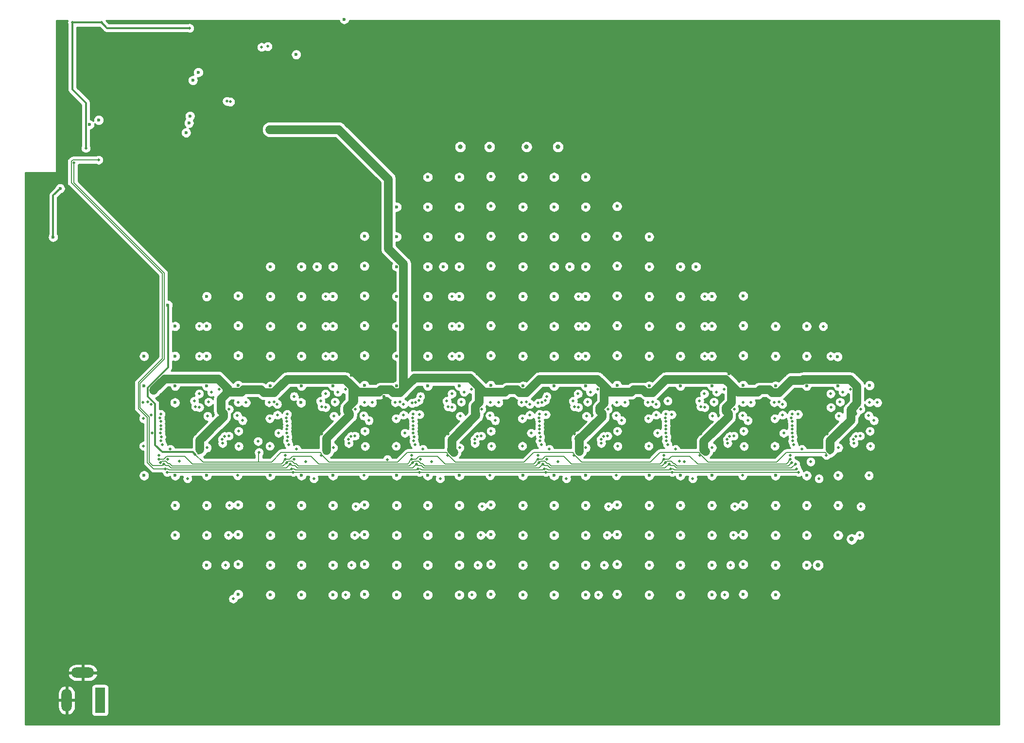
<source format=gbr>
%TF.GenerationSoftware,KiCad,Pcbnew,(5.1.7)-1*%
%TF.CreationDate,2021-01-23T13:14:38+03:00*%
%TF.ProjectId,LED_Cloud,4c45445f-436c-46f7-9564-2e6b69636164,rev?*%
%TF.SameCoordinates,Original*%
%TF.FileFunction,Copper,L3,Inr*%
%TF.FilePolarity,Positive*%
%FSLAX46Y46*%
G04 Gerber Fmt 4.6, Leading zero omitted, Abs format (unit mm)*
G04 Created by KiCad (PCBNEW (5.1.7)-1) date 2021-01-23 13:14:38*
%MOMM*%
%LPD*%
G01*
G04 APERTURE LIST*
%TA.AperFunction,ComponentPad*%
%ADD10R,1.800000X4.400000*%
%TD*%
%TA.AperFunction,ComponentPad*%
%ADD11O,1.800000X4.000000*%
%TD*%
%TA.AperFunction,ComponentPad*%
%ADD12O,4.000000X1.800000*%
%TD*%
%TA.AperFunction,ViaPad*%
%ADD13C,0.500000*%
%TD*%
%TA.AperFunction,ViaPad*%
%ADD14C,0.600000*%
%TD*%
%TA.AperFunction,ViaPad*%
%ADD15C,0.800000*%
%TD*%
%TA.AperFunction,Conductor*%
%ADD16C,0.450000*%
%TD*%
%TA.AperFunction,Conductor*%
%ADD17C,1.500000*%
%TD*%
%TA.AperFunction,Conductor*%
%ADD18C,0.200000*%
%TD*%
%TA.AperFunction,Conductor*%
%ADD19C,0.350000*%
%TD*%
%TA.AperFunction,Conductor*%
%ADD20C,0.300000*%
%TD*%
%TA.AperFunction,Conductor*%
%ADD21C,0.254000*%
%TD*%
%TA.AperFunction,Conductor*%
%ADD22C,0.100000*%
%TD*%
G04 APERTURE END LIST*
D10*
%TO.N,VBUS*%
%TO.C,J2*%
X28700000Y-157090000D03*
D11*
%TO.N,GND*%
X22900000Y-157090000D03*
D12*
X25700000Y-152290000D03*
%TD*%
D13*
%TO.N,Net-(D10-Pad3)*%
X36260000Y-108020000D03*
%TO.N,Net-(D10-Pad2)*%
X37000001Y-105079999D03*
%TO.N,Net-(D10-Pad1)*%
X37580000Y-105500000D03*
X37593554Y-107393554D03*
X37810000Y-110550000D03*
D14*
%TO.N,Net-(D25-Pad4)*%
X52770000Y-91830000D03*
X47290000Y-91940000D03*
X41800000Y-91940000D03*
D13*
X46024999Y-91940000D03*
X46024999Y-106072901D03*
D14*
%TO.N,Net-(D10-Pad4)*%
X52770000Y-97030000D03*
X47290000Y-97140000D03*
X36370000Y-97140000D03*
X41800000Y-97140000D03*
D13*
X45989081Y-103690919D03*
X46010000Y-97140000D03*
D14*
%TO.N,Net-(D11-Pad4)*%
X52770000Y-102230000D03*
X47290000Y-102340000D03*
X36370000Y-102340000D03*
X41800000Y-102340000D03*
D13*
%TO.N,Net-(D12-Pad4)*%
X47436666Y-107591333D03*
X36150000Y-105210000D03*
X52750000Y-105190000D03*
D14*
X41750000Y-105240000D03*
D13*
%TO.N,Net-(D13-Pad4)*%
X52890000Y-112840000D03*
X36280000Y-112800000D03*
X40950000Y-113360000D03*
X47340000Y-113110000D03*
X51190000Y-106390000D03*
D14*
%TO.N,Net-(D14-Pad4)*%
X47290000Y-117940000D03*
X36370000Y-117940000D03*
X41800000Y-117940000D03*
D13*
X52660000Y-117940000D03*
X52620000Y-107520000D03*
D15*
%TO.N,VBUS*%
X94190000Y-107150000D03*
D14*
X81575001Y-102915000D03*
X103575001Y-102915000D03*
X125575001Y-102915000D03*
X147575001Y-102915000D03*
D15*
X116190000Y-107150000D03*
X138190000Y-107150000D03*
X160190000Y-107150000D03*
D14*
X59575001Y-102915000D03*
X37575001Y-102915000D03*
D15*
X72190000Y-107150000D03*
X50190000Y-107150000D03*
D14*
X45920000Y-113980000D03*
X67920000Y-113980000D03*
X89920000Y-113980000D03*
X111920000Y-113980000D03*
X133920000Y-113980000D03*
X155920000Y-113980000D03*
D13*
X129610000Y-115440000D03*
D15*
X58280000Y-57660000D03*
D13*
%TO.N,GND*%
X43060000Y-110360000D03*
X45190000Y-109660000D03*
X45350000Y-110700000D03*
X40524999Y-115080000D03*
X67350000Y-110700000D03*
X67190000Y-109660000D03*
X62524999Y-115080000D03*
X65060000Y-110360000D03*
X89350000Y-110700000D03*
X89190000Y-109660000D03*
X84524999Y-115080000D03*
X87060000Y-110360000D03*
X111350000Y-110700000D03*
X111190000Y-109660000D03*
X106524999Y-115080000D03*
X109060000Y-110360000D03*
X133350000Y-110700000D03*
X131060000Y-110360000D03*
X133190000Y-109660000D03*
X155350000Y-110700000D03*
X153060000Y-110360000D03*
X155190000Y-109660000D03*
D14*
X78210000Y-104160000D03*
X39340000Y-104450000D03*
D13*
X78230000Y-111510000D03*
D14*
X49410000Y-52440000D03*
X50380000Y-50040000D03*
X64670000Y-39920000D03*
X57880000Y-47990000D03*
X68240000Y-39820000D03*
X72500000Y-100500000D03*
X94400000Y-100200000D03*
X116700000Y-100000000D03*
X138300000Y-100200000D03*
X160600000Y-100200000D03*
X50700000Y-100300000D03*
X100200000Y-100400000D03*
X100400000Y-105300000D03*
X56100000Y-104700000D03*
X122100000Y-105500000D03*
X144210000Y-105500000D03*
D13*
%TO.N,+3V3*%
X45258376Y-114222026D03*
X67240000Y-114410000D03*
X89240000Y-114410000D03*
X111240000Y-114410000D03*
X133240000Y-114410000D03*
X155240000Y-114410000D03*
X23890000Y-39020000D03*
X44300000Y-39990000D03*
X28960000Y-39020000D03*
X56390000Y-113900000D03*
X26230000Y-60920000D03*
D14*
X21750000Y-67930000D03*
X20524999Y-76390000D03*
X40530000Y-88240000D03*
%TO.N,Net-(D107-Pad4)*%
X69290000Y-102340000D03*
X58370000Y-102340000D03*
X74770000Y-102230000D03*
X63800000Y-102340000D03*
D13*
%TO.N,SCL*%
X39850000Y-115940000D03*
X61850000Y-115940000D03*
X83850000Y-115940000D03*
X105850000Y-115940000D03*
X127850000Y-115940000D03*
X149850000Y-115940000D03*
X24140000Y-63460000D03*
%TO.N,SDA*%
X40090000Y-116760000D03*
X62090000Y-116760000D03*
X84090000Y-116760000D03*
X106090000Y-116760000D03*
X128090000Y-116760000D03*
X150090000Y-116760000D03*
X28450000Y-62960000D03*
%TO.N,SYNC*%
X40380000Y-117350000D03*
X62380000Y-117350000D03*
X84380000Y-117350000D03*
X106380000Y-117350000D03*
X128380000Y-117350000D03*
X150380000Y-117350000D03*
D14*
%TO.N,Net-(D103-Pad4)*%
X66525001Y-81540000D03*
D13*
X67125000Y-104960000D03*
D14*
X63800000Y-81540000D03*
X74770000Y-81430000D03*
X69290000Y-81540000D03*
X58370000Y-81540000D03*
D13*
%TO.N,Net-(D104-Pad4)*%
X67340001Y-105942697D03*
X68024999Y-86740000D03*
D14*
X58370000Y-86740000D03*
X69290000Y-86740000D03*
X74770000Y-86630000D03*
X63800000Y-86740000D03*
D13*
%TO.N,Net-(D105-Pad4)*%
X68024999Y-106072901D03*
X68024999Y-91940000D03*
D14*
X58370000Y-91940000D03*
X63800000Y-91940000D03*
X74770000Y-91830000D03*
X69290000Y-91940000D03*
D13*
%TO.N,Net-(D106-Pad4)*%
X67989081Y-103690919D03*
X68010000Y-97140000D03*
D14*
X69290000Y-97140000D03*
X74770000Y-97030000D03*
X58370000Y-97140000D03*
X63800000Y-97140000D03*
D13*
%TO.N,Net-(D108-Pad4)*%
X74750000Y-105190000D03*
X58150000Y-105210000D03*
X69436666Y-107591333D03*
D14*
X63730000Y-105240000D03*
D13*
%TO.N,Net-(D109-Pad4)*%
X74890000Y-112840000D03*
X58280000Y-112800000D03*
X69340000Y-113110000D03*
X62950000Y-113360000D03*
X73190000Y-106390000D03*
%TO.N,Net-(D110-Pad4)*%
X74620000Y-107520000D03*
X74660000Y-117940000D03*
D14*
X63800000Y-117940000D03*
X58370000Y-117940000D03*
X69290000Y-117940000D03*
D13*
%TO.N,Net-(D111-Pad4)*%
X73124978Y-111038164D03*
X73261184Y-123338490D03*
D14*
X74770000Y-123030000D03*
X63800000Y-123140000D03*
X69290000Y-123140000D03*
X58370000Y-123140000D03*
D13*
%TO.N,Net-(D112-Pad4)*%
X72410000Y-111120000D03*
X73050000Y-128340000D03*
D14*
X74770000Y-128230000D03*
X63800000Y-128340000D03*
X69290000Y-128340000D03*
X58370000Y-128340000D03*
D13*
%TO.N,Net-(D113-Pad4)*%
X71978513Y-111668896D03*
X72540000Y-133540000D03*
D14*
X69290000Y-133540000D03*
X63800000Y-133540000D03*
X74770000Y-133430000D03*
X58370000Y-133540000D03*
D13*
%TO.N,Net-(D114-Pad4)*%
X72035218Y-112316430D03*
X71520000Y-138740000D03*
D14*
X63800000Y-138740000D03*
X69290000Y-138740000D03*
X74770000Y-138630000D03*
X58370000Y-138740000D03*
D13*
%TO.N,SDB*%
X39198708Y-115697431D03*
X61198708Y-115697431D03*
X83198708Y-115697431D03*
X105198708Y-115697431D03*
X127198708Y-115697431D03*
X149198708Y-115697431D03*
X56210000Y-111980000D03*
%TO.N,IICRST*%
X38980963Y-115084986D03*
X60980963Y-115084986D03*
X82980963Y-115084986D03*
X104980963Y-115084986D03*
X126980963Y-115084986D03*
X148980963Y-115084986D03*
X78750000Y-115149950D03*
D14*
%TO.N,Net-(D133-Pad4)*%
X91290000Y-71140000D03*
X96770000Y-71030000D03*
X80370000Y-71140000D03*
D13*
X84248538Y-104857383D03*
D14*
X85800000Y-71140000D03*
%TO.N,Net-(D134-Pad4)*%
X85800000Y-76340000D03*
X91290000Y-76340000D03*
X96770000Y-76230000D03*
X80370000Y-76340000D03*
D13*
X84520000Y-104150000D03*
D14*
%TO.N,Net-(D135-Pad4)*%
X96770000Y-81430000D03*
X91290000Y-81540000D03*
X80370000Y-81540000D03*
X85800000Y-81540000D03*
D13*
X89125000Y-104960000D03*
D14*
X88525001Y-81540000D03*
%TO.N,Net-(D136-Pad4)*%
X80370000Y-86740000D03*
X96770000Y-86630000D03*
X91290000Y-86740000D03*
X85800000Y-86740000D03*
D13*
X89340001Y-105942697D03*
X90024999Y-86740000D03*
D14*
%TO.N,Net-(D137-Pad4)*%
X85800000Y-91940000D03*
X91290000Y-91940000D03*
X80370000Y-91940000D03*
X96770000Y-91830000D03*
D13*
X90024999Y-106072901D03*
X90024999Y-91940000D03*
D14*
%TO.N,Net-(D138-Pad4)*%
X91290000Y-97140000D03*
X96770000Y-97030000D03*
X80370000Y-97140000D03*
X85800000Y-97140000D03*
D13*
X89989081Y-103690919D03*
X90010000Y-97140000D03*
D14*
%TO.N,Net-(D139-Pad4)*%
X91290000Y-102340000D03*
X96770000Y-102230000D03*
X85800000Y-102340000D03*
X80370000Y-102340000D03*
D13*
%TO.N,Net-(D140-Pad4)*%
X96750000Y-105190000D03*
X80150000Y-105210000D03*
X91436666Y-107591333D03*
X84375923Y-107290000D03*
%TO.N,Net-(D141-Pad4)*%
X96890000Y-112840000D03*
X80280000Y-112800000D03*
X91340000Y-113110000D03*
X84950000Y-113360000D03*
X95190000Y-106390000D03*
D14*
%TO.N,Net-(D142-Pad4)*%
X80370000Y-117940000D03*
X91290000Y-117940000D03*
X85800000Y-117940000D03*
D13*
X96660000Y-117940000D03*
X96620000Y-107520000D03*
%TO.N,Net-(D143-Pad4)*%
X95124978Y-111038164D03*
X95261184Y-123338490D03*
D14*
X96770000Y-123030000D03*
X91290000Y-123140000D03*
X80370000Y-123140000D03*
X85800000Y-123140000D03*
%TO.N,Net-(D144-Pad4)*%
X80370000Y-128340000D03*
X85800000Y-128340000D03*
X96770000Y-128230000D03*
X91290000Y-128340000D03*
D13*
X94410000Y-111120000D03*
X95050000Y-128340000D03*
D14*
%TO.N,Net-(D145-Pad4)*%
X91290000Y-133540000D03*
X96770000Y-133430000D03*
X85800000Y-133540000D03*
X80370000Y-133540000D03*
D13*
X93978513Y-111668896D03*
X94540000Y-133540000D03*
D14*
%TO.N,Net-(D146-Pad4)*%
X96770000Y-138630000D03*
X80370000Y-138740000D03*
X91290000Y-138740000D03*
X85800000Y-138740000D03*
D13*
X94035218Y-112316430D03*
X93520000Y-138740000D03*
%TO.N,Net-(D163-Pad1)*%
X93450001Y-102900001D03*
X83291140Y-109246223D03*
%TO.N,Net-(D163-Pad2)*%
X92125002Y-103400001D03*
X83268727Y-109895849D03*
%TO.N,Net-(D163-Pad3)*%
X91630000Y-105120000D03*
X83264962Y-110545850D03*
%TO.N,Net-(D179-Pad1)*%
X83403147Y-111181004D03*
X98130000Y-105240000D03*
%TO.N,Net-(D179-Pad2)*%
X97548505Y-108364726D03*
X83340000Y-111930000D03*
%TO.N,Net-(D179-Pad3)*%
X96830000Y-110199989D03*
X83574050Y-112536402D03*
%TO.N,Net-(D195-Pad1)*%
X103810000Y-110550000D03*
X103593554Y-107393554D03*
X103580000Y-105500000D03*
%TO.N,Net-(D195-Pad2)*%
X103000001Y-105079999D03*
%TO.N,Net-(D195-Pad3)*%
X102260000Y-108020000D03*
D15*
%TO.N,Net-(D195-Pad4)*%
X103003843Y-60678514D03*
D13*
X105046542Y-105323813D03*
D15*
X108461486Y-60678514D03*
D14*
%TO.N,Net-(D196-Pad4)*%
X102370000Y-65940000D03*
X113290000Y-65940000D03*
X107800000Y-65940000D03*
D13*
X105677622Y-105168120D03*
D14*
%TO.N,Net-(D197-Pad4)*%
X102370000Y-71140000D03*
X107800000Y-71140000D03*
D13*
X106248538Y-104857383D03*
D14*
X113290000Y-71140000D03*
X118770000Y-71030000D03*
%TO.N,Net-(D198-Pad4)*%
X102370000Y-76340000D03*
D13*
X106520000Y-104150000D03*
D14*
X107800000Y-76340000D03*
X113290000Y-76340000D03*
X118770000Y-76230000D03*
%TO.N,Net-(D199-Pad4)*%
X113290000Y-81540000D03*
D13*
X111125000Y-104960000D03*
D14*
X118770000Y-81430000D03*
X107800000Y-81540000D03*
X110525001Y-81540000D03*
X102370000Y-81540000D03*
%TO.N,Net-(D200-Pad4)*%
X102370000Y-86740000D03*
X113290000Y-86740000D03*
X107800000Y-86740000D03*
X118770000Y-86630000D03*
D13*
X111340001Y-105942697D03*
X112024999Y-86740000D03*
D14*
%TO.N,Net-(D201-Pad4)*%
X102370000Y-91940000D03*
X113290000Y-91940000D03*
D13*
X112024999Y-106072901D03*
X112024999Y-91940000D03*
D14*
X107800000Y-91940000D03*
X118770000Y-91830000D03*
D13*
%TO.N,Net-(D202-Pad4)*%
X112010000Y-97140000D03*
D14*
X107800000Y-97140000D03*
X113290000Y-97140000D03*
X118770000Y-97030000D03*
X102370000Y-97140000D03*
D13*
X111989081Y-103690919D03*
D14*
%TO.N,Net-(D203-Pad4)*%
X102370000Y-102340000D03*
X118770000Y-102230000D03*
X113290000Y-102340000D03*
X107800000Y-102340000D03*
D13*
%TO.N,Net-(D204-Pad4)*%
X118750000Y-105190000D03*
X113436666Y-107591333D03*
X102150000Y-105210000D03*
X106370000Y-107320000D03*
%TO.N,Net-(D205-Pad4)*%
X106950000Y-113360000D03*
X102280000Y-112800000D03*
X113340000Y-113110000D03*
X118890000Y-112840000D03*
X117190000Y-106390000D03*
D14*
%TO.N,Net-(D206-Pad4)*%
X113290000Y-117940000D03*
X102370000Y-117940000D03*
D13*
X118620000Y-107520000D03*
D14*
X107800000Y-117940000D03*
D13*
X118660000Y-117940000D03*
%TO.N,Net-(D207-Pad4)*%
X117261184Y-123338490D03*
D14*
X113290000Y-123140000D03*
X118770000Y-123030000D03*
D13*
X117124978Y-111038164D03*
D14*
X107800000Y-123140000D03*
X102370000Y-123140000D03*
%TO.N,Net-(D208-Pad4)*%
X107800000Y-128340000D03*
X102370000Y-128340000D03*
X113290000Y-128340000D03*
D13*
X117050000Y-128340000D03*
X116410000Y-111120000D03*
D14*
X118770000Y-128230000D03*
%TO.N,Net-(D209-Pad4)*%
X118770000Y-133430000D03*
X102370000Y-133540000D03*
D13*
X115978513Y-111668896D03*
D14*
X113290000Y-133540000D03*
D13*
X116540000Y-133540000D03*
D14*
X107800000Y-133540000D03*
%TO.N,Net-(D210-Pad4)*%
X107800000Y-138740000D03*
X102370000Y-138740000D03*
X113290000Y-138740000D03*
X118770000Y-138630000D03*
D13*
X115520000Y-138740000D03*
X116035218Y-112316430D03*
%TO.N,Net-(D211-Pad3)*%
X105277329Y-108540219D03*
%TO.N,Net-(D211-Pad2)*%
X105153533Y-107902104D03*
X108510000Y-115560000D03*
X104975001Y-114435011D03*
%TO.N,Net-(D211-Pad1)*%
X105288139Y-107266182D03*
X109950001Y-118465000D03*
D14*
%TO.N,Net-(D262-Pad4)*%
X124370000Y-76340000D03*
D13*
X127610000Y-104940000D03*
%TO.N,Net-(D263-Pad4)*%
X133125000Y-104960000D03*
D14*
X129800000Y-81540000D03*
X132525001Y-81540000D03*
X124370000Y-81540000D03*
%TO.N,Net-(D264-Pad4)*%
X135290000Y-86740000D03*
X129800000Y-86740000D03*
X124370000Y-86740000D03*
X140770000Y-86630000D03*
D13*
X133340001Y-105942697D03*
X134024999Y-86740000D03*
D14*
%TO.N,Net-(D265-Pad4)*%
X129800000Y-91940000D03*
X140770000Y-91830000D03*
X124370000Y-91940000D03*
X135290000Y-91940000D03*
D13*
X134024999Y-91940000D03*
X134024999Y-106072901D03*
%TO.N,Net-(D266-Pad4)*%
X133989081Y-103690919D03*
X134010000Y-97140000D03*
D14*
X135290000Y-97140000D03*
X129800000Y-97140000D03*
X140770000Y-97030000D03*
X124370000Y-97140000D03*
%TO.N,Net-(D267-Pad4)*%
X124370000Y-102340000D03*
X140770000Y-102230000D03*
X135290000Y-102340000D03*
X129800000Y-102340000D03*
D13*
%TO.N,Net-(D268-Pad4)*%
X124150000Y-105210000D03*
X135436666Y-107591333D03*
X140750000Y-105190000D03*
X128300000Y-107330000D03*
%TO.N,Net-(D269-Pad4)*%
X124280000Y-112800000D03*
X135340000Y-113110000D03*
X128950000Y-113360000D03*
X139190000Y-106390000D03*
X140890000Y-112840000D03*
%TO.N,Net-(D270-Pad4)*%
X140660000Y-117940000D03*
D14*
X135290000Y-117940000D03*
X124370000Y-117940000D03*
X129800000Y-117940000D03*
D13*
X140620000Y-107520000D03*
D14*
%TO.N,Net-(D271-Pad4)*%
X124370000Y-123140000D03*
D13*
X139261184Y-123338490D03*
D14*
X135290000Y-123140000D03*
X129800000Y-123140000D03*
D13*
X139124978Y-111038164D03*
D14*
X140770000Y-123030000D03*
%TO.N,Net-(D272-Pad4)*%
X140770000Y-128230000D03*
D13*
X138410000Y-111120000D03*
D14*
X129800000Y-128340000D03*
D13*
X139050000Y-128340000D03*
D14*
X135290000Y-128340000D03*
X124370000Y-128340000D03*
%TO.N,Net-(D273-Pad4)*%
X129800000Y-133540000D03*
X140770000Y-133430000D03*
X135290000Y-133540000D03*
X124370000Y-133540000D03*
D13*
X137978513Y-111668896D03*
X138540000Y-133540000D03*
%TO.N,Net-(D274-Pad4)*%
X138035218Y-112316430D03*
D14*
X129800000Y-138740000D03*
X140770000Y-138630000D03*
X124370000Y-138740000D03*
X135290000Y-138740000D03*
D13*
X137520000Y-138740000D03*
D14*
%TO.N,Net-(D329-Pad4)*%
X151800000Y-91940000D03*
X146370000Y-91940000D03*
D13*
X156024999Y-106072901D03*
X154680000Y-91950000D03*
%TO.N,Net-(D330-Pad4)*%
X155989081Y-103690919D03*
X156010000Y-97140000D03*
D14*
X151800000Y-97140000D03*
X146370000Y-97140000D03*
X157200000Y-97220000D03*
%TO.N,Net-(D331-Pad4)*%
X146370000Y-102340000D03*
X162770000Y-102230000D03*
X157290000Y-102340000D03*
X151800000Y-102340000D03*
D13*
%TO.N,Net-(D332-Pad4)*%
X146150000Y-105210000D03*
X157436666Y-107591333D03*
X162750000Y-105190000D03*
X150320000Y-107270000D03*
%TO.N,Net-(D333-Pad4)*%
X157340000Y-113110000D03*
X150950000Y-113360000D03*
X161190000Y-106390000D03*
X146280000Y-112800000D03*
X162890000Y-112840000D03*
%TO.N,Net-(D334-Pad4)*%
X162660000Y-117940000D03*
D14*
X157290000Y-117940000D03*
X146370000Y-117940000D03*
D13*
X162620000Y-107520000D03*
D14*
X151800000Y-117940000D03*
%TO.N,Net-(D335-Pad4)*%
X146370000Y-123140000D03*
D13*
X161261184Y-123338490D03*
D14*
X151800000Y-123140000D03*
D13*
X161124978Y-111038164D03*
D14*
X157290000Y-123140000D03*
D13*
%TO.N,Net-(D336-Pad4)*%
X160410000Y-111120000D03*
D14*
X151800000Y-128340000D03*
D13*
X161050000Y-128340000D03*
D14*
X146370000Y-128340000D03*
X157290000Y-128340000D03*
%TO.N,Net-(D337-Pad4)*%
X151800000Y-133540000D03*
D13*
X159978513Y-111668896D03*
D14*
X146370000Y-133540000D03*
D15*
X153762095Y-133543063D03*
D13*
%TO.N,Net-(D338-Pad4)*%
X160035218Y-112316430D03*
D14*
X146370000Y-138740000D03*
D15*
X159650000Y-129015000D03*
D14*
%TO.N,EN*%
X44875000Y-49085000D03*
X71250000Y-38440000D03*
D13*
%TO.N,USB_D+*%
X57910000Y-43180000D03*
X50800000Y-52730000D03*
%TO.N,USB_D-*%
X51400000Y-52830000D03*
X56860000Y-43300000D03*
%TO.N,Net-(D25-Pad3)*%
X39277329Y-108540219D03*
%TO.N,Net-(D25-Pad2)*%
X38975001Y-114435011D03*
X39153533Y-107902104D03*
X42500000Y-115480000D03*
%TO.N,Net-(D25-Pad1)*%
X43950001Y-118465000D03*
X39288139Y-107266182D03*
D14*
%TO.N,Net-(D31-Pad4)*%
X52770000Y-123030000D03*
X47290000Y-123140000D03*
X41800000Y-123140000D03*
D13*
X51124978Y-111038164D03*
X51261184Y-123121184D03*
D14*
%TO.N,Net-(D32-Pad4)*%
X52770000Y-128230000D03*
X47290000Y-128340000D03*
X41800000Y-128340000D03*
D13*
X50410000Y-111120000D03*
X51050000Y-128340000D03*
%TO.N,Net-(D40-Pad4)*%
X45340001Y-105942697D03*
D14*
X47290000Y-86740000D03*
X52770000Y-86630000D03*
D13*
%TO.N,Net-(D40-Pad3)*%
X47630000Y-105120000D03*
X39264962Y-110545850D03*
%TO.N,Net-(D40-Pad2)*%
X48125002Y-103400001D03*
X39268727Y-109895849D03*
%TO.N,Net-(D40-Pad1)*%
X49450001Y-102900001D03*
X39291140Y-109246223D03*
D14*
%TO.N,Net-(D49-Pad4)*%
X52770000Y-133430000D03*
X47290000Y-133540000D03*
D13*
X50540000Y-133540000D03*
X49978513Y-111668896D03*
%TO.N,Net-(D55-Pad4)*%
X45125000Y-104960000D03*
%TO.N,Net-(D55-Pad3)*%
X39574050Y-112536402D03*
X52830000Y-110199989D03*
%TO.N,Net-(D55-Pad2)*%
X39340000Y-111930000D03*
X53548505Y-108364726D03*
%TO.N,Net-(D55-Pad1)*%
X54130000Y-105240000D03*
X39403147Y-111181004D03*
%TO.N,Net-(D66-Pad4)*%
X50035218Y-112316430D03*
D14*
X52779067Y-138620410D03*
D13*
X51890000Y-139420000D03*
%TO.N,Net-(D71-Pad3)*%
X58260000Y-108020000D03*
%TO.N,Net-(D71-Pad2)*%
X59000001Y-105079999D03*
%TO.N,Net-(D71-Pad1)*%
X59810000Y-110550000D03*
X59593554Y-107393554D03*
X59580000Y-105500000D03*
%TO.N,Net-(D87-Pad1)*%
X65950001Y-118465000D03*
X61288139Y-107266182D03*
%TO.N,Net-(D87-Pad2)*%
X64510000Y-115560000D03*
X61153533Y-107902104D03*
X60975001Y-114435011D03*
%TO.N,Net-(D87-Pad3)*%
X61277329Y-108540219D03*
%TO.N,Net-(D103-Pad1)*%
X71450001Y-102900001D03*
X61291140Y-109246223D03*
%TO.N,Net-(D103-Pad2)*%
X70125002Y-103400001D03*
X61268727Y-109895849D03*
%TO.N,Net-(D103-Pad3)*%
X61264962Y-110545850D03*
X69630000Y-105120000D03*
%TO.N,Net-(D118-Pad1)*%
X76130000Y-105240000D03*
X61403147Y-111181004D03*
%TO.N,Net-(D118-Pad2)*%
X75548505Y-108364726D03*
X61340000Y-111930000D03*
%TO.N,Net-(D118-Pad3)*%
X74830000Y-110199989D03*
X61574050Y-112536402D03*
%TO.N,Net-(D118-Pad4)*%
X62520000Y-104150000D03*
D14*
X74770000Y-76230000D03*
D13*
%TO.N,Net-(D133-Pad1)*%
X81810000Y-110550000D03*
X81593554Y-107393554D03*
X81580000Y-105500000D03*
%TO.N,Net-(D133-Pad2)*%
X81000001Y-105079999D03*
%TO.N,Net-(D133-Pad3)*%
X80260000Y-108020000D03*
D14*
%TO.N,Net-(D148-Pad4)*%
X96770000Y-65830000D03*
X91290000Y-65940000D03*
X85800000Y-65940000D03*
D13*
X83677622Y-105168120D03*
%TO.N,Net-(D148-Pad3)*%
X83277329Y-108540219D03*
%TO.N,Net-(D148-Pad2)*%
X86510000Y-115560000D03*
X82975001Y-114435011D03*
X83153533Y-107902104D03*
%TO.N,Net-(D148-Pad1)*%
X87950001Y-118465000D03*
X83288139Y-107266182D03*
%TO.N,Net-(D163-Pad4)*%
X83046542Y-105323813D03*
D15*
X96558514Y-60678514D03*
X91451486Y-60678514D03*
D13*
%TO.N,Net-(D228-Pad1)*%
X105291140Y-109246223D03*
X115450001Y-102900001D03*
%TO.N,Net-(D228-Pad2)*%
X105268727Y-109895849D03*
X114125002Y-103400001D03*
%TO.N,Net-(D228-Pad3)*%
X113630000Y-105120000D03*
X105264962Y-110545850D03*
%TO.N,Net-(D245-Pad1)*%
X120130000Y-105240000D03*
X105403147Y-111181004D03*
%TO.N,Net-(D245-Pad2)*%
X119548505Y-108364726D03*
X105340000Y-111930000D03*
%TO.N,Net-(D245-Pad3)*%
X118830000Y-110199989D03*
X105574050Y-112536402D03*
%TO.N,Net-(D262-Pad1)*%
X125810000Y-110550000D03*
X125593554Y-107393554D03*
X125580000Y-105500000D03*
%TO.N,Net-(D262-Pad2)*%
X125000001Y-105079999D03*
%TO.N,Net-(D262-Pad3)*%
X124260000Y-108020000D03*
%TO.N,Net-(D279-Pad3)*%
X127277329Y-108540219D03*
%TO.N,Net-(D279-Pad2)*%
X127153533Y-107902104D03*
X126975001Y-114435011D03*
X130510000Y-115560000D03*
%TO.N,Net-(D279-Pad1)*%
X127288139Y-107266182D03*
X131950001Y-118465000D03*
%TO.N,Net-(D296-Pad3)*%
X135630000Y-105120000D03*
X127264962Y-110545850D03*
%TO.N,Net-(D296-Pad2)*%
X127268727Y-109895849D03*
X136125002Y-103400001D03*
%TO.N,Net-(D296-Pad1)*%
X127291140Y-109246223D03*
X137450001Y-102900001D03*
%TO.N,Net-(D312-Pad3)*%
X127574050Y-112536402D03*
X140830000Y-110199989D03*
%TO.N,Net-(D312-Pad2)*%
X127340000Y-111930000D03*
X141548505Y-108364726D03*
%TO.N,Net-(D312-Pad1)*%
X127403147Y-111181004D03*
X142130000Y-105240000D03*
%TO.N,Net-(D345-Pad1)*%
X149288139Y-107266182D03*
X153950001Y-118465000D03*
%TO.N,Net-(D345-Pad2)*%
X152510000Y-115560000D03*
X149153533Y-107902104D03*
X148975001Y-114435011D03*
%TO.N,Net-(D345-Pad3)*%
X149277329Y-108540219D03*
%TO.N,Net-(D361-Pad1)*%
X149291140Y-109246223D03*
X159450001Y-102900001D03*
%TO.N,Net-(D361-Pad2)*%
X149268727Y-109895849D03*
X158125002Y-103400001D03*
%TO.N,Net-(D361-Pad3)*%
X157630000Y-105120000D03*
X149264962Y-110545850D03*
%TO.N,Net-(D378-Pad3)*%
X149574050Y-112536402D03*
X162830000Y-110199989D03*
%TO.N,Net-(D378-Pad2)*%
X163548505Y-108364726D03*
X149340000Y-111930000D03*
%TO.N,Net-(D378-Pad1)*%
X164130000Y-105240000D03*
X149403147Y-111181004D03*
D14*
%TO.N,IO_0*%
X45830000Y-47690000D03*
X62880000Y-44590000D03*
X43700000Y-58200000D03*
%TO.N,TXD_0*%
X44190000Y-56510000D03*
X26855000Y-56810000D03*
%TO.N,RXD_0*%
X28480000Y-56010000D03*
X44370000Y-55300000D03*
D13*
%TO.N,Net-(D329-Pad3)*%
X146260000Y-108020000D03*
%TO.N,Net-(D329-Pad2)*%
X147000001Y-105079999D03*
%TO.N,Net-(D329-Pad1)*%
X147810000Y-110550000D03*
X147593554Y-107393554D03*
X147580000Y-105500000D03*
%TD*%
D16*
%TO.N,VBUS*%
X93050000Y-101350000D02*
X83140001Y-101350000D01*
X94190000Y-102490000D02*
X93050000Y-101350000D01*
X94190000Y-107150000D02*
X94190000Y-102490000D01*
X105140001Y-101350000D02*
X103575001Y-102915000D01*
X127140001Y-101350000D02*
X125575001Y-102915000D01*
X149140001Y-101350000D02*
X147575001Y-102915000D01*
X115050000Y-101350000D02*
X105140001Y-101350000D01*
X137050000Y-101350000D02*
X127140001Y-101350000D01*
X159050000Y-101350000D02*
X149140001Y-101350000D01*
X116190000Y-102490000D02*
X115050000Y-101350000D01*
X138190000Y-102490000D02*
X137050000Y-101350000D01*
X160190000Y-102490000D02*
X159050000Y-101350000D01*
X116190000Y-107150000D02*
X116190000Y-102490000D01*
X160190000Y-107150000D02*
X160190000Y-102490000D01*
X39140001Y-101350000D02*
X37575001Y-102915000D01*
X49050000Y-101350000D02*
X39140001Y-101350000D01*
X72190000Y-102490000D02*
X71050000Y-101350000D01*
X50190000Y-102490000D02*
X49050000Y-101350000D01*
X72190000Y-107150000D02*
X72190000Y-102490000D01*
X50190000Y-107150000D02*
X50190000Y-102490000D01*
X147575001Y-102915000D02*
X147275002Y-103214999D01*
X138190000Y-103110000D02*
X138190000Y-102490000D01*
X138294999Y-103214999D02*
X138190000Y-103110000D01*
X138190000Y-107150000D02*
X138190000Y-103110000D01*
X125575001Y-102915000D02*
X125275002Y-103214999D01*
X103575001Y-102915000D02*
X103275002Y-103214999D01*
X81575001Y-102915000D02*
X81275002Y-103214999D01*
X125275002Y-103214999D02*
X116294999Y-103214999D01*
X103275002Y-103214999D02*
X94294999Y-103214999D01*
X81275002Y-103214999D02*
X72294999Y-103214999D01*
X45920000Y-111420000D02*
X45920000Y-113980000D01*
X50190000Y-107150000D02*
X45920000Y-111420000D01*
X67920000Y-111420000D02*
X67920000Y-113980000D01*
X89920000Y-111420000D02*
X89920000Y-113980000D01*
X111920000Y-111420000D02*
X111920000Y-113980000D01*
X133920000Y-111420000D02*
X133920000Y-113980000D01*
X72190000Y-107150000D02*
X67920000Y-111420000D01*
X94190000Y-107150000D02*
X89920000Y-111420000D01*
X116190000Y-107150000D02*
X111920000Y-111420000D01*
X138190000Y-107150000D02*
X133920000Y-111420000D01*
X160190000Y-107150000D02*
X155920000Y-111420000D01*
X71050000Y-101350000D02*
X62150000Y-101350000D01*
D17*
X81000000Y-103490001D02*
X81575001Y-102915000D01*
X79817999Y-103490001D02*
X81000000Y-103490001D01*
X79337997Y-103009999D02*
X79817999Y-103490001D01*
X77287997Y-103380001D02*
X77657999Y-103009999D01*
X73580001Y-103380001D02*
X77287997Y-103380001D01*
X77657999Y-103009999D02*
X79337997Y-103009999D01*
X81875000Y-102615000D02*
X82845000Y-101645000D01*
X81575001Y-102915000D02*
X81875000Y-102615000D01*
D16*
X83140001Y-101350000D02*
X82845000Y-101645000D01*
D17*
X83140001Y-101350000D02*
X83490001Y-101000000D01*
X101817999Y-103490001D02*
X103000000Y-103490001D01*
X101337997Y-103009999D02*
X101817999Y-103490001D01*
X99657999Y-103009999D02*
X101337997Y-103009999D01*
X99287997Y-103380001D02*
X99657999Y-103009999D01*
X95558003Y-103380001D02*
X99287997Y-103380001D01*
X103000000Y-103490001D02*
X103575001Y-102915000D01*
X83490001Y-101000000D02*
X93178002Y-101000000D01*
X125000000Y-103490001D02*
X127140001Y-101350000D01*
X123817999Y-103490001D02*
X125000000Y-103490001D01*
X123337997Y-103009999D02*
X123817999Y-103490001D01*
X117558003Y-103380001D02*
X121287997Y-103380001D01*
X121287997Y-103380001D02*
X121657999Y-103009999D01*
X105300002Y-101189999D02*
X115368001Y-101189999D01*
X121657999Y-103009999D02*
X123337997Y-103009999D01*
X103575001Y-102915000D02*
X105300002Y-101189999D01*
X127140001Y-101350000D02*
X127300002Y-101189999D01*
X127300002Y-101189999D02*
X137689999Y-101189999D01*
D16*
X139714999Y-103214999D02*
X138294999Y-103214999D01*
X147275002Y-103214999D02*
X139714999Y-103214999D01*
D17*
X147000000Y-103490001D02*
X149140001Y-101350000D01*
X145817999Y-103490001D02*
X147000000Y-103490001D01*
X143667998Y-103000000D02*
X145327998Y-103000000D01*
X143287997Y-103380001D02*
X143667998Y-103000000D01*
X145327998Y-103000000D02*
X145817999Y-103490001D01*
X139880001Y-103380001D02*
X143287997Y-103380001D01*
X139714999Y-103214999D02*
X139880001Y-103380001D01*
X160550002Y-102372000D02*
X160550002Y-102910000D01*
X159368001Y-101189999D02*
X160550002Y-102372000D01*
X151247999Y-101189999D02*
X159368001Y-101189999D01*
X151087998Y-101350000D02*
X151247999Y-101189999D01*
X149140001Y-101350000D02*
X151087998Y-101350000D01*
X160550002Y-105401996D02*
X159500000Y-106451998D01*
X160550002Y-102372000D02*
X160550002Y-105401996D01*
X159500000Y-106451998D02*
X159500000Y-108300000D01*
X155920000Y-111880000D02*
X155920000Y-113380000D01*
X159500000Y-108300000D02*
X155920000Y-111880000D01*
D16*
X155920000Y-113380000D02*
X155920000Y-113980000D01*
X155920000Y-111420000D02*
X155920000Y-113380000D01*
D17*
X137790001Y-106161997D02*
X137790001Y-106750001D01*
X138700000Y-105251998D02*
X137790001Y-106161997D01*
X138700000Y-102200000D02*
X138700000Y-105251998D01*
X137790001Y-106750001D02*
X138190000Y-107150000D01*
X137689999Y-101189999D02*
X138700000Y-102200000D01*
X138700000Y-102200000D02*
X139714999Y-103214999D01*
X133920000Y-113461998D02*
X134179001Y-113720999D01*
X133920000Y-111985685D02*
X133920000Y-113461998D01*
X138190000Y-107715685D02*
X133920000Y-111985685D01*
X138190000Y-107150000D02*
X138190000Y-107715685D01*
X115790001Y-106161997D02*
X115790001Y-106750001D01*
X116550002Y-105401996D02*
X115790001Y-106161997D01*
X116550002Y-102372000D02*
X116550002Y-105401996D01*
X115790001Y-106750001D02*
X116190000Y-107150000D01*
X116339001Y-102160999D02*
X116550002Y-102372000D01*
X115368001Y-101189999D02*
X116339001Y-102160999D01*
X116339001Y-102160999D02*
X117558003Y-103380001D01*
X112258002Y-111420000D02*
X112089001Y-111589001D01*
X112485685Y-111420000D02*
X112258002Y-111420000D01*
X116190000Y-107715685D02*
X112485685Y-111420000D01*
X116190000Y-107150000D02*
X116190000Y-107715685D01*
X112179001Y-111726684D02*
X112179001Y-113720999D01*
X112485685Y-111420000D02*
X112179001Y-111726684D01*
X71790001Y-106750001D02*
X72190000Y-107150000D01*
X71790001Y-106109999D02*
X71790001Y-106750001D01*
X72900000Y-105000000D02*
X71790001Y-106109999D01*
X71389999Y-101189999D02*
X72900000Y-102700000D01*
X72900000Y-102700000D02*
X72900000Y-105000000D01*
X72900000Y-102700000D02*
X73580001Y-103380001D01*
X72190000Y-107150000D02*
X72190000Y-107488002D01*
X72190000Y-107488002D02*
X68200000Y-111478002D01*
X68200000Y-111478002D02*
X68200000Y-113600000D01*
X94089999Y-107049999D02*
X94190000Y-107150000D01*
X94089999Y-105861999D02*
X94089999Y-107049999D01*
X94789001Y-102610999D02*
X94789001Y-105162997D01*
X94789001Y-105162997D02*
X94089999Y-105861999D01*
X93178002Y-101000000D02*
X94789001Y-102610999D01*
X94789001Y-102610999D02*
X95558003Y-103380001D01*
X94190000Y-107488002D02*
X89989001Y-111689001D01*
X94190000Y-107150000D02*
X94190000Y-107488002D01*
X89989001Y-111689001D02*
X89989001Y-113289001D01*
X89920000Y-113461998D02*
X90340001Y-113881999D01*
X89920000Y-113358002D02*
X89920000Y-113461998D01*
X89989001Y-113289001D02*
X89920000Y-113358002D01*
X50980001Y-103380001D02*
X50814999Y-103214999D01*
X53692003Y-103009999D02*
X53322001Y-103380001D01*
X53322001Y-103380001D02*
X50980001Y-103380001D01*
X57242003Y-103490001D02*
X56762001Y-103009999D01*
X56762001Y-103009999D02*
X53692003Y-103009999D01*
X59000000Y-103490001D02*
X57242003Y-103490001D01*
X59575001Y-102915000D02*
X59000000Y-103490001D01*
D16*
X50814999Y-103214999D02*
X50294999Y-103214999D01*
D17*
X50980001Y-102801999D02*
X49278002Y-101100000D01*
X50980001Y-103380001D02*
X50980001Y-102801999D01*
X49278002Y-101100000D02*
X39990225Y-101100000D01*
X39990225Y-101100000D02*
X38145113Y-102945112D01*
X38145113Y-102945112D02*
X38025010Y-103065215D01*
X49790001Y-106750001D02*
X50190000Y-107150000D01*
X49790001Y-104570001D02*
X49790001Y-106750001D01*
X50980001Y-103380001D02*
X49790001Y-104570001D01*
X50190000Y-107150000D02*
X50190000Y-107715685D01*
X46102176Y-111803510D02*
X46102176Y-113437824D01*
X48452843Y-109452843D02*
X46102176Y-111803510D01*
X50190000Y-107715685D02*
X48452843Y-109452843D01*
X48452843Y-109452843D02*
X46635685Y-111270000D01*
X61140001Y-101350000D02*
X59575001Y-102915000D01*
X61300002Y-101189999D02*
X61140001Y-101350000D01*
X63410001Y-101189999D02*
X61300002Y-101189999D01*
X62310001Y-101189999D02*
X63410001Y-101189999D01*
X63410001Y-101189999D02*
X71389999Y-101189999D01*
X81575001Y-102915000D02*
X81575001Y-81042999D01*
X78936001Y-78403999D02*
X78936001Y-66306001D01*
X81575001Y-81042999D02*
X78936001Y-78403999D01*
X70290000Y-57660000D02*
X58280000Y-57660000D01*
X78936001Y-66306001D02*
X70290000Y-57660000D01*
D18*
%TO.N,+3V3*%
X45258376Y-114222026D02*
X46636300Y-115599950D01*
X60244990Y-113935010D02*
X67045010Y-113935010D01*
X58580050Y-115599950D02*
X60244990Y-113935010D01*
X67240000Y-114130000D02*
X67240000Y-114410000D01*
X67045010Y-113935010D02*
X67240000Y-114130000D01*
X67258376Y-114222026D02*
X68636300Y-115599950D01*
X89258376Y-114222026D02*
X90636300Y-115599950D01*
X111258376Y-114222026D02*
X112636300Y-115599950D01*
X133258376Y-114222026D02*
X134636300Y-115599950D01*
X68636300Y-115599950D02*
X80580050Y-115599950D01*
X90636300Y-115599950D02*
X102580050Y-115599950D01*
X112636300Y-115599950D02*
X124580050Y-115599950D01*
X134636300Y-115599950D02*
X146580050Y-115599950D01*
X80580050Y-115599950D02*
X82244990Y-113935010D01*
X102580050Y-115599950D02*
X104244990Y-113935010D01*
X124580050Y-115599950D02*
X126244990Y-113935010D01*
X146580050Y-115599950D02*
X148244990Y-113935010D01*
X82244990Y-113935010D02*
X89045010Y-113935010D01*
X104244990Y-113935010D02*
X111045010Y-113935010D01*
X126244990Y-113935010D02*
X133045010Y-113935010D01*
X148244990Y-113935010D02*
X155045010Y-113935010D01*
X89045010Y-113935010D02*
X89240000Y-114130000D01*
X111045010Y-113935010D02*
X111240000Y-114130000D01*
X133045010Y-113935010D02*
X133240000Y-114130000D01*
X155045010Y-113935010D02*
X155240000Y-114130000D01*
X89240000Y-114130000D02*
X89240000Y-114410000D01*
X111240000Y-114130000D02*
X111240000Y-114410000D01*
X133240000Y-114130000D02*
X133240000Y-114410000D01*
X155240000Y-114130000D02*
X155240000Y-114410000D01*
X56360050Y-113929950D02*
X56390000Y-113900000D01*
X56360050Y-115599950D02*
X56360050Y-113929950D01*
X46636300Y-115599950D02*
X56360050Y-115599950D01*
X56360050Y-115599950D02*
X58580050Y-115599950D01*
D19*
X29930000Y-39990000D02*
X28960000Y-39020000D01*
X44300000Y-39990000D02*
X29930000Y-39990000D01*
X28960000Y-39020000D02*
X23890000Y-39020000D01*
X23890000Y-39020000D02*
X23890000Y-50670000D01*
X26230000Y-53010000D02*
X26230000Y-60920000D01*
X23890000Y-50670000D02*
X26230000Y-53010000D01*
D20*
X20524999Y-69155001D02*
X21750000Y-67930000D01*
X20524999Y-76390000D02*
X20524999Y-69155001D01*
X40560000Y-99115999D02*
X40560000Y-88270000D01*
X38310001Y-105460001D02*
X37025000Y-104175000D01*
X38310001Y-112630001D02*
X38310001Y-105460001D01*
X39540001Y-113860001D02*
X38310001Y-112630001D01*
X37025000Y-102650999D02*
X40560000Y-99115999D01*
X44896351Y-113860001D02*
X39540001Y-113860001D01*
X40560000Y-88270000D02*
X40530000Y-88240000D01*
X37025000Y-104175000D02*
X37025000Y-102650999D01*
X45258376Y-114222026D02*
X44896351Y-113860001D01*
D18*
%TO.N,SCL*%
X61140020Y-116649980D02*
X61850000Y-115940000D01*
X41120000Y-116649980D02*
X61140020Y-116649980D01*
X40687529Y-116217509D02*
X41120000Y-116649980D01*
X40127509Y-116217509D02*
X40687529Y-116217509D01*
X39850000Y-115940000D02*
X40127509Y-116217509D01*
X62127509Y-116217509D02*
X62687529Y-116217509D01*
X84127509Y-116217509D02*
X84687529Y-116217509D01*
X106127509Y-116217509D02*
X106687529Y-116217509D01*
X128127509Y-116217509D02*
X128687529Y-116217509D01*
X61850000Y-115940000D02*
X62127509Y-116217509D01*
X83850000Y-115940000D02*
X84127509Y-116217509D01*
X105850000Y-115940000D02*
X106127509Y-116217509D01*
X127850000Y-115940000D02*
X128127509Y-116217509D01*
X62687529Y-116217509D02*
X63120000Y-116649980D01*
X84687529Y-116217509D02*
X85120000Y-116649980D01*
X106687529Y-116217509D02*
X107120000Y-116649980D01*
X128687529Y-116217509D02*
X129120000Y-116649980D01*
X83140020Y-116649980D02*
X83850000Y-115940000D01*
X105140020Y-116649980D02*
X105850000Y-115940000D01*
X127140020Y-116649980D02*
X127850000Y-115940000D01*
X149140020Y-116649980D02*
X149850000Y-115940000D01*
X63120000Y-116649980D02*
X83140020Y-116649980D01*
X85120000Y-116649980D02*
X105140020Y-116649980D01*
X107120000Y-116649980D02*
X127140020Y-116649980D01*
X129120000Y-116649980D02*
X149140020Y-116649980D01*
X39600001Y-116189999D02*
X37879999Y-116189999D01*
X39850000Y-115940000D02*
X39600001Y-116189999D01*
X37879999Y-116189999D02*
X37270000Y-115580000D01*
X37270000Y-107736002D02*
X35699999Y-106166001D01*
X37270000Y-115580000D02*
X37270000Y-107736002D01*
X35699999Y-106166001D02*
X35699999Y-104880001D01*
X35699999Y-104880001D02*
X35699999Y-104700001D01*
X39880000Y-82680000D02*
X24140000Y-66940000D01*
X39880000Y-97680000D02*
X39880000Y-82680000D01*
X24140000Y-66940000D02*
X24140000Y-63460000D01*
X35699999Y-101860001D02*
X39880000Y-97680000D01*
X35699999Y-104880001D02*
X35699999Y-101860001D01*
%TO.N,SDA*%
X61850010Y-116999990D02*
X62090000Y-116760000D01*
X40769992Y-116999990D02*
X61850010Y-116999990D01*
X40530002Y-116760000D02*
X40769992Y-116999990D01*
X40090000Y-116760000D02*
X40530002Y-116760000D01*
X62090000Y-116760000D02*
X62530002Y-116760000D01*
X84090000Y-116760000D02*
X84530002Y-116760000D01*
X106090000Y-116760000D02*
X106530002Y-116760000D01*
X128090000Y-116760000D02*
X128530002Y-116760000D01*
X83850010Y-116999990D02*
X84090000Y-116760000D01*
X105850010Y-116999990D02*
X106090000Y-116760000D01*
X127850010Y-116999990D02*
X128090000Y-116760000D01*
X149850010Y-116999990D02*
X150090000Y-116760000D01*
X62769992Y-116999990D02*
X83850010Y-116999990D01*
X84769992Y-116999990D02*
X105850010Y-116999990D01*
X106769992Y-116999990D02*
X127850010Y-116999990D01*
X128769992Y-116999990D02*
X149850010Y-116999990D01*
X62530002Y-116760000D02*
X62769992Y-116999990D01*
X84530002Y-116760000D02*
X84769992Y-116999990D01*
X106530002Y-116760000D02*
X106769992Y-116999990D01*
X128530002Y-116760000D02*
X128769992Y-116999990D01*
X38025722Y-116760000D02*
X36969990Y-115704268D01*
X40090000Y-116760000D02*
X38025722Y-116760000D01*
X36969990Y-115704268D02*
X36969990Y-112410000D01*
X36969990Y-112410000D02*
X36969990Y-107860270D01*
X35399989Y-106290269D02*
X35399990Y-101735732D01*
X36969990Y-107860270D02*
X35399989Y-106290269D01*
X35399990Y-101735732D02*
X39579990Y-97555732D01*
X39579991Y-88810009D02*
X39579991Y-87354007D01*
X39579990Y-97555732D02*
X39579991Y-88810009D01*
X23973998Y-62960000D02*
X28450000Y-62960000D01*
X23689999Y-63243999D02*
X23973998Y-62960000D01*
X23689999Y-66914277D02*
X23689999Y-63243999D01*
X39579990Y-88810008D02*
X39579990Y-82804268D01*
X39579990Y-82804268D02*
X23689999Y-66914277D01*
X39579991Y-88810009D02*
X39579990Y-88810008D01*
%TO.N,SYNC*%
X40380000Y-117350000D02*
X62380000Y-117350000D01*
X62380000Y-117350000D02*
X84380000Y-117350000D01*
X84380000Y-117350000D02*
X106380000Y-117350000D01*
X106380000Y-117350000D02*
X128380000Y-117350000D01*
X128380000Y-117350000D02*
X150380000Y-117350000D01*
%TO.N,SDB*%
X39456140Y-115439999D02*
X40174997Y-115439999D01*
X39198708Y-115697431D02*
X39456140Y-115439999D01*
X60596169Y-116299970D02*
X61198708Y-115697431D01*
X41264978Y-116299970D02*
X60596169Y-116299970D01*
X40832509Y-115867501D02*
X41264978Y-116299970D01*
X40602499Y-115867501D02*
X40832509Y-115867501D01*
X40174997Y-115439999D02*
X40602499Y-115867501D01*
X82596169Y-116299970D02*
X83198708Y-115697431D01*
X104596169Y-116299970D02*
X105198708Y-115697431D01*
X126596169Y-116299970D02*
X127198708Y-115697431D01*
X148596169Y-116299970D02*
X149198708Y-115697431D01*
X63264978Y-116299970D02*
X82596169Y-116299970D01*
X85264978Y-116299970D02*
X104596169Y-116299970D01*
X107264978Y-116299970D02*
X126596169Y-116299970D01*
X129264978Y-116299970D02*
X148596169Y-116299970D01*
X62832509Y-115867501D02*
X63264978Y-116299970D01*
X84832509Y-115867501D02*
X85264978Y-116299970D01*
X106832509Y-115867501D02*
X107264978Y-116299970D01*
X128832509Y-115867501D02*
X129264978Y-116299970D01*
X62602499Y-115867501D02*
X62832509Y-115867501D01*
X84602499Y-115867501D02*
X84832509Y-115867501D01*
X106602499Y-115867501D02*
X106832509Y-115867501D01*
X128602499Y-115867501D02*
X128832509Y-115867501D01*
X62174997Y-115439999D02*
X62602499Y-115867501D01*
X84174997Y-115439999D02*
X84602499Y-115867501D01*
X106174997Y-115439999D02*
X106602499Y-115867501D01*
X128174997Y-115439999D02*
X128602499Y-115867501D01*
X61198708Y-115697431D02*
X61456140Y-115439999D01*
X83198708Y-115697431D02*
X83456140Y-115439999D01*
X105198708Y-115697431D02*
X105456140Y-115439999D01*
X127198708Y-115697431D02*
X127456140Y-115439999D01*
X61456140Y-115439999D02*
X62174997Y-115439999D01*
X83456140Y-115439999D02*
X84174997Y-115439999D01*
X105456140Y-115439999D02*
X106174997Y-115439999D01*
X127456140Y-115439999D02*
X128174997Y-115439999D01*
%TO.N,IICRST*%
X43460039Y-114579999D02*
X44830000Y-115949960D01*
X40284998Y-114579999D02*
X43460039Y-114579999D01*
X39780011Y-115084986D02*
X40284998Y-114579999D01*
X38980963Y-115084986D02*
X39780011Y-115084986D01*
X60698707Y-115367242D02*
X60980963Y-115084986D01*
X60698707Y-115541293D02*
X60698707Y-115367242D01*
X60290040Y-115949960D02*
X60698707Y-115541293D01*
X44830000Y-115949960D02*
X60290040Y-115949960D01*
X65460039Y-114579999D02*
X66830000Y-115949960D01*
X87460039Y-114579999D02*
X88830000Y-115949960D01*
X109460039Y-114579999D02*
X110830000Y-115949960D01*
X62284998Y-114579999D02*
X65460039Y-114579999D01*
X84284998Y-114579999D02*
X87460039Y-114579999D01*
X106284998Y-114579999D02*
X109460039Y-114579999D01*
X61780011Y-115084986D02*
X62284998Y-114579999D01*
X83780011Y-115084986D02*
X84284998Y-114579999D01*
X105780011Y-115084986D02*
X106284998Y-114579999D01*
X60980963Y-115084986D02*
X61780011Y-115084986D01*
X82980963Y-115084986D02*
X83780011Y-115084986D01*
X104980963Y-115084986D02*
X105780011Y-115084986D01*
X82698707Y-115367242D02*
X82980963Y-115084986D01*
X104698707Y-115367242D02*
X104980963Y-115084986D01*
X126698707Y-115367242D02*
X126980963Y-115084986D01*
X66830000Y-115949960D02*
X82290040Y-115949960D01*
X88830000Y-115949960D02*
X104290040Y-115949960D01*
X110830000Y-115949960D02*
X126290040Y-115949960D01*
X82698707Y-115541293D02*
X82698707Y-115367242D01*
X104698707Y-115541293D02*
X104698707Y-115367242D01*
X126698707Y-115541293D02*
X126698707Y-115367242D01*
X82290040Y-115949960D02*
X82698707Y-115541293D01*
X104290040Y-115949960D02*
X104698707Y-115541293D01*
X126290040Y-115949960D02*
X126698707Y-115541293D01*
X148290040Y-115949960D02*
X148698707Y-115541293D01*
X148698707Y-115367242D02*
X148980963Y-115084986D01*
X131460039Y-114579999D02*
X132830000Y-115949960D01*
X132830000Y-115949960D02*
X148290040Y-115949960D01*
X128284998Y-114579999D02*
X131460039Y-114579999D01*
X148698707Y-115541293D02*
X148698707Y-115367242D01*
X127780011Y-115084986D02*
X128284998Y-114579999D01*
X126980963Y-115084986D02*
X127780011Y-115084986D01*
%TD*%
D21*
%TO.N,GND*%
X23039010Y-38761855D02*
X23005000Y-38932835D01*
X23005000Y-39107165D01*
X23039010Y-39278145D01*
X23080000Y-39377104D01*
X23080001Y-50630202D01*
X23076081Y-50670000D01*
X23091721Y-50828787D01*
X23138038Y-50981473D01*
X23213251Y-51122189D01*
X23268852Y-51189939D01*
X23314473Y-51245528D01*
X23345383Y-51270895D01*
X25420000Y-53345513D01*
X25420001Y-60562894D01*
X25379010Y-60661855D01*
X25345000Y-60832835D01*
X25345000Y-61007165D01*
X25379010Y-61178145D01*
X25445723Y-61339205D01*
X25542576Y-61484155D01*
X25665845Y-61607424D01*
X25810795Y-61704277D01*
X25971855Y-61770990D01*
X26142835Y-61805000D01*
X26317165Y-61805000D01*
X26488145Y-61770990D01*
X26649205Y-61704277D01*
X26794155Y-61607424D01*
X26917424Y-61484155D01*
X27014277Y-61339205D01*
X27080990Y-61178145D01*
X27115000Y-61007165D01*
X27115000Y-60832835D01*
X27080990Y-60661855D01*
X27040000Y-60562896D01*
X27040000Y-58107911D01*
X42765000Y-58107911D01*
X42765000Y-58292089D01*
X42800932Y-58472729D01*
X42871414Y-58642889D01*
X42973738Y-58796028D01*
X43103972Y-58926262D01*
X43257111Y-59028586D01*
X43427271Y-59099068D01*
X43607911Y-59135000D01*
X43792089Y-59135000D01*
X43972729Y-59099068D01*
X44142889Y-59028586D01*
X44296028Y-58926262D01*
X44426262Y-58796028D01*
X44528586Y-58642889D01*
X44599068Y-58472729D01*
X44635000Y-58292089D01*
X44635000Y-58107911D01*
X44599068Y-57927271D01*
X44528586Y-57757111D01*
X44426262Y-57603972D01*
X44296028Y-57473738D01*
X44253018Y-57445000D01*
X44282089Y-57445000D01*
X44462729Y-57409068D01*
X44632889Y-57338586D01*
X44786028Y-57236262D01*
X44916262Y-57106028D01*
X45018586Y-56952889D01*
X45089068Y-56782729D01*
X45125000Y-56602089D01*
X45125000Y-56417911D01*
X45089068Y-56237271D01*
X45018586Y-56067111D01*
X44981172Y-56011118D01*
X45096262Y-55896028D01*
X45198586Y-55742889D01*
X45269068Y-55572729D01*
X45305000Y-55392089D01*
X45305000Y-55207911D01*
X45269068Y-55027271D01*
X45198586Y-54857111D01*
X45096262Y-54703972D01*
X44966028Y-54573738D01*
X44812889Y-54471414D01*
X44642729Y-54400932D01*
X44462089Y-54365000D01*
X44277911Y-54365000D01*
X44097271Y-54400932D01*
X43927111Y-54471414D01*
X43773972Y-54573738D01*
X43643738Y-54703972D01*
X43541414Y-54857111D01*
X43470932Y-55027271D01*
X43435000Y-55207911D01*
X43435000Y-55392089D01*
X43470932Y-55572729D01*
X43541414Y-55742889D01*
X43578828Y-55798882D01*
X43463738Y-55913972D01*
X43361414Y-56067111D01*
X43290932Y-56237271D01*
X43255000Y-56417911D01*
X43255000Y-56602089D01*
X43290932Y-56782729D01*
X43361414Y-56952889D01*
X43463738Y-57106028D01*
X43593972Y-57236262D01*
X43636982Y-57265000D01*
X43607911Y-57265000D01*
X43427271Y-57300932D01*
X43257111Y-57371414D01*
X43103972Y-57473738D01*
X42973738Y-57603972D01*
X42871414Y-57757111D01*
X42800932Y-57927271D01*
X42765000Y-58107911D01*
X27040000Y-58107911D01*
X27040000Y-57726519D01*
X27127729Y-57709068D01*
X27297889Y-57638586D01*
X27451028Y-57536262D01*
X27581262Y-57406028D01*
X27683586Y-57252889D01*
X27754068Y-57082729D01*
X27790000Y-56902089D01*
X27790000Y-56717911D01*
X27771223Y-56623513D01*
X27883972Y-56736262D01*
X28037111Y-56838586D01*
X28207271Y-56909068D01*
X28387911Y-56945000D01*
X28572089Y-56945000D01*
X28752729Y-56909068D01*
X28922889Y-56838586D01*
X29076028Y-56736262D01*
X29206262Y-56606028D01*
X29308586Y-56452889D01*
X29379068Y-56282729D01*
X29415000Y-56102089D01*
X29415000Y-55917911D01*
X29379068Y-55737271D01*
X29308586Y-55567111D01*
X29206262Y-55413972D01*
X29076028Y-55283738D01*
X28922889Y-55181414D01*
X28752729Y-55110932D01*
X28572089Y-55075000D01*
X28387911Y-55075000D01*
X28207271Y-55110932D01*
X28037111Y-55181414D01*
X27883972Y-55283738D01*
X27753738Y-55413972D01*
X27651414Y-55567111D01*
X27580932Y-55737271D01*
X27545000Y-55917911D01*
X27545000Y-56102089D01*
X27563777Y-56196487D01*
X27451028Y-56083738D01*
X27297889Y-55981414D01*
X27127729Y-55910932D01*
X27040000Y-55893481D01*
X27040000Y-53049788D01*
X27043919Y-53010000D01*
X27040000Y-52970209D01*
X27028280Y-52851212D01*
X26981963Y-52698527D01*
X26952196Y-52642835D01*
X49915000Y-52642835D01*
X49915000Y-52817165D01*
X49949010Y-52988145D01*
X50015723Y-53149205D01*
X50112576Y-53294155D01*
X50235845Y-53417424D01*
X50380795Y-53514277D01*
X50541855Y-53580990D01*
X50712835Y-53615000D01*
X50887165Y-53615000D01*
X50960150Y-53600482D01*
X50980795Y-53614277D01*
X51141855Y-53680990D01*
X51312835Y-53715000D01*
X51487165Y-53715000D01*
X51658145Y-53680990D01*
X51819205Y-53614277D01*
X51964155Y-53517424D01*
X52087424Y-53394155D01*
X52184277Y-53249205D01*
X52250990Y-53088145D01*
X52285000Y-52917165D01*
X52285000Y-52742835D01*
X52250990Y-52571855D01*
X52184277Y-52410795D01*
X52087424Y-52265845D01*
X51964155Y-52142576D01*
X51819205Y-52045723D01*
X51658145Y-51979010D01*
X51487165Y-51945000D01*
X51312835Y-51945000D01*
X51239850Y-51959518D01*
X51219205Y-51945723D01*
X51058145Y-51879010D01*
X50887165Y-51845000D01*
X50712835Y-51845000D01*
X50541855Y-51879010D01*
X50380795Y-51945723D01*
X50235845Y-52042576D01*
X50112576Y-52165845D01*
X50015723Y-52310795D01*
X49949010Y-52471855D01*
X49915000Y-52642835D01*
X26952196Y-52642835D01*
X26906749Y-52557811D01*
X26805528Y-52434472D01*
X26774619Y-52409106D01*
X24700000Y-50334488D01*
X24700000Y-48992911D01*
X43940000Y-48992911D01*
X43940000Y-49177089D01*
X43975932Y-49357729D01*
X44046414Y-49527889D01*
X44148738Y-49681028D01*
X44278972Y-49811262D01*
X44432111Y-49913586D01*
X44602271Y-49984068D01*
X44782911Y-50020000D01*
X44967089Y-50020000D01*
X45147729Y-49984068D01*
X45317889Y-49913586D01*
X45471028Y-49811262D01*
X45601262Y-49681028D01*
X45703586Y-49527889D01*
X45774068Y-49357729D01*
X45810000Y-49177089D01*
X45810000Y-48992911D01*
X45774068Y-48812271D01*
X45703586Y-48642111D01*
X45685139Y-48614503D01*
X45737911Y-48625000D01*
X45922089Y-48625000D01*
X46102729Y-48589068D01*
X46272889Y-48518586D01*
X46426028Y-48416262D01*
X46556262Y-48286028D01*
X46658586Y-48132889D01*
X46729068Y-47962729D01*
X46765000Y-47782089D01*
X46765000Y-47597911D01*
X46729068Y-47417271D01*
X46658586Y-47247111D01*
X46556262Y-47093972D01*
X46426028Y-46963738D01*
X46272889Y-46861414D01*
X46102729Y-46790932D01*
X45922089Y-46755000D01*
X45737911Y-46755000D01*
X45557271Y-46790932D01*
X45387111Y-46861414D01*
X45233972Y-46963738D01*
X45103738Y-47093972D01*
X45001414Y-47247111D01*
X44930932Y-47417271D01*
X44895000Y-47597911D01*
X44895000Y-47782089D01*
X44930932Y-47962729D01*
X45001414Y-48132889D01*
X45019861Y-48160497D01*
X44967089Y-48150000D01*
X44782911Y-48150000D01*
X44602271Y-48185932D01*
X44432111Y-48256414D01*
X44278972Y-48358738D01*
X44148738Y-48488972D01*
X44046414Y-48642111D01*
X43975932Y-48812271D01*
X43940000Y-48992911D01*
X24700000Y-48992911D01*
X24700000Y-44497911D01*
X61945000Y-44497911D01*
X61945000Y-44682089D01*
X61980932Y-44862729D01*
X62051414Y-45032889D01*
X62153738Y-45186028D01*
X62283972Y-45316262D01*
X62437111Y-45418586D01*
X62607271Y-45489068D01*
X62787911Y-45525000D01*
X62972089Y-45525000D01*
X63152729Y-45489068D01*
X63322889Y-45418586D01*
X63476028Y-45316262D01*
X63606262Y-45186028D01*
X63708586Y-45032889D01*
X63779068Y-44862729D01*
X63815000Y-44682089D01*
X63815000Y-44497911D01*
X63779068Y-44317271D01*
X63708586Y-44147111D01*
X63606262Y-43993972D01*
X63476028Y-43863738D01*
X63322889Y-43761414D01*
X63152729Y-43690932D01*
X62972089Y-43655000D01*
X62787911Y-43655000D01*
X62607271Y-43690932D01*
X62437111Y-43761414D01*
X62283972Y-43863738D01*
X62153738Y-43993972D01*
X62051414Y-44147111D01*
X61980932Y-44317271D01*
X61945000Y-44497911D01*
X24700000Y-44497911D01*
X24700000Y-43212835D01*
X55975000Y-43212835D01*
X55975000Y-43387165D01*
X56009010Y-43558145D01*
X56075723Y-43719205D01*
X56172576Y-43864155D01*
X56295845Y-43987424D01*
X56440795Y-44084277D01*
X56601855Y-44150990D01*
X56772835Y-44185000D01*
X56947165Y-44185000D01*
X57118145Y-44150990D01*
X57279205Y-44084277D01*
X57424155Y-43987424D01*
X57464723Y-43946856D01*
X57490795Y-43964277D01*
X57651855Y-44030990D01*
X57822835Y-44065000D01*
X57997165Y-44065000D01*
X58168145Y-44030990D01*
X58329205Y-43964277D01*
X58474155Y-43867424D01*
X58597424Y-43744155D01*
X58694277Y-43599205D01*
X58760990Y-43438145D01*
X58795000Y-43267165D01*
X58795000Y-43092835D01*
X58760990Y-42921855D01*
X58694277Y-42760795D01*
X58597424Y-42615845D01*
X58474155Y-42492576D01*
X58329205Y-42395723D01*
X58168145Y-42329010D01*
X57997165Y-42295000D01*
X57822835Y-42295000D01*
X57651855Y-42329010D01*
X57490795Y-42395723D01*
X57345845Y-42492576D01*
X57305277Y-42533144D01*
X57279205Y-42515723D01*
X57118145Y-42449010D01*
X56947165Y-42415000D01*
X56772835Y-42415000D01*
X56601855Y-42449010D01*
X56440795Y-42515723D01*
X56295845Y-42612576D01*
X56172576Y-42735845D01*
X56075723Y-42880795D01*
X56009010Y-43041855D01*
X55975000Y-43212835D01*
X24700000Y-43212835D01*
X24700000Y-39830000D01*
X28602896Y-39830000D01*
X28639755Y-39845268D01*
X29329105Y-40534618D01*
X29354472Y-40565528D01*
X29422210Y-40621119D01*
X29477810Y-40666749D01*
X29553024Y-40706951D01*
X29618527Y-40741963D01*
X29771212Y-40788280D01*
X29890209Y-40800000D01*
X29890211Y-40800000D01*
X29929999Y-40803919D01*
X29969787Y-40800000D01*
X43942896Y-40800000D01*
X44041855Y-40840990D01*
X44212835Y-40875000D01*
X44387165Y-40875000D01*
X44558145Y-40840990D01*
X44719205Y-40774277D01*
X44864155Y-40677424D01*
X44987424Y-40554155D01*
X45084277Y-40409205D01*
X45150990Y-40248145D01*
X45185000Y-40077165D01*
X45185000Y-39902835D01*
X45150990Y-39731855D01*
X45084277Y-39570795D01*
X44987424Y-39425845D01*
X44864155Y-39302576D01*
X44719205Y-39205723D01*
X44558145Y-39139010D01*
X44387165Y-39105000D01*
X44212835Y-39105000D01*
X44041855Y-39139010D01*
X43942896Y-39180000D01*
X30265513Y-39180000D01*
X29785268Y-38699755D01*
X29768800Y-38660000D01*
X70340443Y-38660000D01*
X70350932Y-38712729D01*
X70421414Y-38882889D01*
X70523738Y-39036028D01*
X70653972Y-39166262D01*
X70807111Y-39268586D01*
X70977271Y-39339068D01*
X71157911Y-39375000D01*
X71342089Y-39375000D01*
X71522729Y-39339068D01*
X71692889Y-39268586D01*
X71846028Y-39166262D01*
X71976262Y-39036028D01*
X72078586Y-38882889D01*
X72149068Y-38712729D01*
X72159557Y-38660000D01*
X185340001Y-38660000D01*
X185340000Y-161340000D01*
X15660000Y-161340000D01*
X15660000Y-157217000D01*
X21365000Y-157217000D01*
X21365000Y-158317000D01*
X21419271Y-158614023D01*
X21530446Y-158894751D01*
X21694252Y-159148396D01*
X21904394Y-159365210D01*
X22152796Y-159536862D01*
X22429913Y-159656755D01*
X22535260Y-159681036D01*
X22773000Y-159560378D01*
X22773000Y-157217000D01*
X23027000Y-157217000D01*
X23027000Y-159560378D01*
X23264740Y-159681036D01*
X23370087Y-159656755D01*
X23647204Y-159536862D01*
X23895606Y-159365210D01*
X24105748Y-159148396D01*
X24269554Y-158894751D01*
X24380729Y-158614023D01*
X24435000Y-158317000D01*
X24435000Y-157217000D01*
X23027000Y-157217000D01*
X22773000Y-157217000D01*
X21365000Y-157217000D01*
X15660000Y-157217000D01*
X15660000Y-155863000D01*
X21365000Y-155863000D01*
X21365000Y-156963000D01*
X22773000Y-156963000D01*
X22773000Y-154619622D01*
X23027000Y-154619622D01*
X23027000Y-156963000D01*
X24435000Y-156963000D01*
X24435000Y-155863000D01*
X24380729Y-155565977D01*
X24269554Y-155285249D01*
X24105748Y-155031604D01*
X23968502Y-154890000D01*
X27161928Y-154890000D01*
X27161928Y-159290000D01*
X27174188Y-159414482D01*
X27210498Y-159534180D01*
X27269463Y-159644494D01*
X27348815Y-159741185D01*
X27445506Y-159820537D01*
X27555820Y-159879502D01*
X27675518Y-159915812D01*
X27800000Y-159928072D01*
X29600000Y-159928072D01*
X29724482Y-159915812D01*
X29844180Y-159879502D01*
X29954494Y-159820537D01*
X30051185Y-159741185D01*
X30130537Y-159644494D01*
X30189502Y-159534180D01*
X30225812Y-159414482D01*
X30238072Y-159290000D01*
X30238072Y-154890000D01*
X30225812Y-154765518D01*
X30189502Y-154645820D01*
X30130537Y-154535506D01*
X30051185Y-154438815D01*
X29954494Y-154359463D01*
X29844180Y-154300498D01*
X29724482Y-154264188D01*
X29600000Y-154251928D01*
X27800000Y-154251928D01*
X27675518Y-154264188D01*
X27555820Y-154300498D01*
X27445506Y-154359463D01*
X27348815Y-154438815D01*
X27269463Y-154535506D01*
X27210498Y-154645820D01*
X27174188Y-154765518D01*
X27161928Y-154890000D01*
X23968502Y-154890000D01*
X23895606Y-154814790D01*
X23647204Y-154643138D01*
X23370087Y-154523245D01*
X23264740Y-154498964D01*
X23027000Y-154619622D01*
X22773000Y-154619622D01*
X22535260Y-154498964D01*
X22429913Y-154523245D01*
X22152796Y-154643138D01*
X21904394Y-154814790D01*
X21694252Y-155031604D01*
X21530446Y-155285249D01*
X21419271Y-155565977D01*
X21365000Y-155863000D01*
X15660000Y-155863000D01*
X15660000Y-152654740D01*
X23108964Y-152654740D01*
X23133245Y-152760087D01*
X23253138Y-153037204D01*
X23424790Y-153285606D01*
X23641604Y-153495748D01*
X23895249Y-153659554D01*
X24175977Y-153770729D01*
X24473000Y-153825000D01*
X25573000Y-153825000D01*
X25573000Y-152417000D01*
X25827000Y-152417000D01*
X25827000Y-153825000D01*
X26927000Y-153825000D01*
X27224023Y-153770729D01*
X27504751Y-153659554D01*
X27758396Y-153495748D01*
X27975210Y-153285606D01*
X28146862Y-153037204D01*
X28266755Y-152760087D01*
X28291036Y-152654740D01*
X28170378Y-152417000D01*
X25827000Y-152417000D01*
X25573000Y-152417000D01*
X23229622Y-152417000D01*
X23108964Y-152654740D01*
X15660000Y-152654740D01*
X15660000Y-151925260D01*
X23108964Y-151925260D01*
X23229622Y-152163000D01*
X25573000Y-152163000D01*
X25573000Y-150755000D01*
X25827000Y-150755000D01*
X25827000Y-152163000D01*
X28170378Y-152163000D01*
X28291036Y-151925260D01*
X28266755Y-151819913D01*
X28146862Y-151542796D01*
X27975210Y-151294394D01*
X27758396Y-151084252D01*
X27504751Y-150920446D01*
X27224023Y-150809271D01*
X26927000Y-150755000D01*
X25827000Y-150755000D01*
X25573000Y-150755000D01*
X24473000Y-150755000D01*
X24175977Y-150809271D01*
X23895249Y-150920446D01*
X23641604Y-151084252D01*
X23424790Y-151294394D01*
X23253138Y-151542796D01*
X23133245Y-151819913D01*
X23108964Y-151925260D01*
X15660000Y-151925260D01*
X15660000Y-139332835D01*
X51005000Y-139332835D01*
X51005000Y-139507165D01*
X51039010Y-139678145D01*
X51105723Y-139839205D01*
X51202576Y-139984155D01*
X51325845Y-140107424D01*
X51470795Y-140204277D01*
X51631855Y-140270990D01*
X51802835Y-140305000D01*
X51977165Y-140305000D01*
X52148145Y-140270990D01*
X52309205Y-140204277D01*
X52454155Y-140107424D01*
X52577424Y-139984155D01*
X52674277Y-139839205D01*
X52740990Y-139678145D01*
X52765403Y-139555410D01*
X52871156Y-139555410D01*
X53051796Y-139519478D01*
X53221956Y-139448996D01*
X53375095Y-139346672D01*
X53505329Y-139216438D01*
X53607653Y-139063299D01*
X53678135Y-138893139D01*
X53714067Y-138712499D01*
X53714067Y-138647911D01*
X57435000Y-138647911D01*
X57435000Y-138832089D01*
X57470932Y-139012729D01*
X57541414Y-139182889D01*
X57643738Y-139336028D01*
X57773972Y-139466262D01*
X57927111Y-139568586D01*
X58097271Y-139639068D01*
X58277911Y-139675000D01*
X58462089Y-139675000D01*
X58642729Y-139639068D01*
X58812889Y-139568586D01*
X58966028Y-139466262D01*
X59096262Y-139336028D01*
X59198586Y-139182889D01*
X59269068Y-139012729D01*
X59305000Y-138832089D01*
X59305000Y-138647911D01*
X62865000Y-138647911D01*
X62865000Y-138832089D01*
X62900932Y-139012729D01*
X62971414Y-139182889D01*
X63073738Y-139336028D01*
X63203972Y-139466262D01*
X63357111Y-139568586D01*
X63527271Y-139639068D01*
X63707911Y-139675000D01*
X63892089Y-139675000D01*
X64072729Y-139639068D01*
X64242889Y-139568586D01*
X64396028Y-139466262D01*
X64526262Y-139336028D01*
X64628586Y-139182889D01*
X64699068Y-139012729D01*
X64735000Y-138832089D01*
X64735000Y-138647911D01*
X68355000Y-138647911D01*
X68355000Y-138832089D01*
X68390932Y-139012729D01*
X68461414Y-139182889D01*
X68563738Y-139336028D01*
X68693972Y-139466262D01*
X68847111Y-139568586D01*
X69017271Y-139639068D01*
X69197911Y-139675000D01*
X69382089Y-139675000D01*
X69562729Y-139639068D01*
X69732889Y-139568586D01*
X69886028Y-139466262D01*
X70016262Y-139336028D01*
X70118586Y-139182889D01*
X70189068Y-139012729D01*
X70225000Y-138832089D01*
X70225000Y-138652835D01*
X70635000Y-138652835D01*
X70635000Y-138827165D01*
X70669010Y-138998145D01*
X70735723Y-139159205D01*
X70832576Y-139304155D01*
X70955845Y-139427424D01*
X71100795Y-139524277D01*
X71261855Y-139590990D01*
X71432835Y-139625000D01*
X71607165Y-139625000D01*
X71778145Y-139590990D01*
X71939205Y-139524277D01*
X72084155Y-139427424D01*
X72207424Y-139304155D01*
X72304277Y-139159205D01*
X72370990Y-138998145D01*
X72405000Y-138827165D01*
X72405000Y-138652835D01*
X72382141Y-138537911D01*
X73835000Y-138537911D01*
X73835000Y-138722089D01*
X73870932Y-138902729D01*
X73941414Y-139072889D01*
X74043738Y-139226028D01*
X74173972Y-139356262D01*
X74327111Y-139458586D01*
X74497271Y-139529068D01*
X74677911Y-139565000D01*
X74862089Y-139565000D01*
X75042729Y-139529068D01*
X75212889Y-139458586D01*
X75366028Y-139356262D01*
X75496262Y-139226028D01*
X75598586Y-139072889D01*
X75669068Y-138902729D01*
X75705000Y-138722089D01*
X75705000Y-138647911D01*
X79435000Y-138647911D01*
X79435000Y-138832089D01*
X79470932Y-139012729D01*
X79541414Y-139182889D01*
X79643738Y-139336028D01*
X79773972Y-139466262D01*
X79927111Y-139568586D01*
X80097271Y-139639068D01*
X80277911Y-139675000D01*
X80462089Y-139675000D01*
X80642729Y-139639068D01*
X80812889Y-139568586D01*
X80966028Y-139466262D01*
X81096262Y-139336028D01*
X81198586Y-139182889D01*
X81269068Y-139012729D01*
X81305000Y-138832089D01*
X81305000Y-138647911D01*
X84865000Y-138647911D01*
X84865000Y-138832089D01*
X84900932Y-139012729D01*
X84971414Y-139182889D01*
X85073738Y-139336028D01*
X85203972Y-139466262D01*
X85357111Y-139568586D01*
X85527271Y-139639068D01*
X85707911Y-139675000D01*
X85892089Y-139675000D01*
X86072729Y-139639068D01*
X86242889Y-139568586D01*
X86396028Y-139466262D01*
X86526262Y-139336028D01*
X86628586Y-139182889D01*
X86699068Y-139012729D01*
X86735000Y-138832089D01*
X86735000Y-138647911D01*
X90355000Y-138647911D01*
X90355000Y-138832089D01*
X90390932Y-139012729D01*
X90461414Y-139182889D01*
X90563738Y-139336028D01*
X90693972Y-139466262D01*
X90847111Y-139568586D01*
X91017271Y-139639068D01*
X91197911Y-139675000D01*
X91382089Y-139675000D01*
X91562729Y-139639068D01*
X91732889Y-139568586D01*
X91886028Y-139466262D01*
X92016262Y-139336028D01*
X92118586Y-139182889D01*
X92189068Y-139012729D01*
X92225000Y-138832089D01*
X92225000Y-138652835D01*
X92635000Y-138652835D01*
X92635000Y-138827165D01*
X92669010Y-138998145D01*
X92735723Y-139159205D01*
X92832576Y-139304155D01*
X92955845Y-139427424D01*
X93100795Y-139524277D01*
X93261855Y-139590990D01*
X93432835Y-139625000D01*
X93607165Y-139625000D01*
X93778145Y-139590990D01*
X93939205Y-139524277D01*
X94084155Y-139427424D01*
X94207424Y-139304155D01*
X94304277Y-139159205D01*
X94370990Y-138998145D01*
X94405000Y-138827165D01*
X94405000Y-138652835D01*
X94382141Y-138537911D01*
X95835000Y-138537911D01*
X95835000Y-138722089D01*
X95870932Y-138902729D01*
X95941414Y-139072889D01*
X96043738Y-139226028D01*
X96173972Y-139356262D01*
X96327111Y-139458586D01*
X96497271Y-139529068D01*
X96677911Y-139565000D01*
X96862089Y-139565000D01*
X97042729Y-139529068D01*
X97212889Y-139458586D01*
X97366028Y-139356262D01*
X97496262Y-139226028D01*
X97598586Y-139072889D01*
X97669068Y-138902729D01*
X97705000Y-138722089D01*
X97705000Y-138647911D01*
X101435000Y-138647911D01*
X101435000Y-138832089D01*
X101470932Y-139012729D01*
X101541414Y-139182889D01*
X101643738Y-139336028D01*
X101773972Y-139466262D01*
X101927111Y-139568586D01*
X102097271Y-139639068D01*
X102277911Y-139675000D01*
X102462089Y-139675000D01*
X102642729Y-139639068D01*
X102812889Y-139568586D01*
X102966028Y-139466262D01*
X103096262Y-139336028D01*
X103198586Y-139182889D01*
X103269068Y-139012729D01*
X103305000Y-138832089D01*
X103305000Y-138647911D01*
X106865000Y-138647911D01*
X106865000Y-138832089D01*
X106900932Y-139012729D01*
X106971414Y-139182889D01*
X107073738Y-139336028D01*
X107203972Y-139466262D01*
X107357111Y-139568586D01*
X107527271Y-139639068D01*
X107707911Y-139675000D01*
X107892089Y-139675000D01*
X108072729Y-139639068D01*
X108242889Y-139568586D01*
X108396028Y-139466262D01*
X108526262Y-139336028D01*
X108628586Y-139182889D01*
X108699068Y-139012729D01*
X108735000Y-138832089D01*
X108735000Y-138647911D01*
X112355000Y-138647911D01*
X112355000Y-138832089D01*
X112390932Y-139012729D01*
X112461414Y-139182889D01*
X112563738Y-139336028D01*
X112693972Y-139466262D01*
X112847111Y-139568586D01*
X113017271Y-139639068D01*
X113197911Y-139675000D01*
X113382089Y-139675000D01*
X113562729Y-139639068D01*
X113732889Y-139568586D01*
X113886028Y-139466262D01*
X114016262Y-139336028D01*
X114118586Y-139182889D01*
X114189068Y-139012729D01*
X114225000Y-138832089D01*
X114225000Y-138652835D01*
X114635000Y-138652835D01*
X114635000Y-138827165D01*
X114669010Y-138998145D01*
X114735723Y-139159205D01*
X114832576Y-139304155D01*
X114955845Y-139427424D01*
X115100795Y-139524277D01*
X115261855Y-139590990D01*
X115432835Y-139625000D01*
X115607165Y-139625000D01*
X115778145Y-139590990D01*
X115939205Y-139524277D01*
X116084155Y-139427424D01*
X116207424Y-139304155D01*
X116304277Y-139159205D01*
X116370990Y-138998145D01*
X116405000Y-138827165D01*
X116405000Y-138652835D01*
X116382141Y-138537911D01*
X117835000Y-138537911D01*
X117835000Y-138722089D01*
X117870932Y-138902729D01*
X117941414Y-139072889D01*
X118043738Y-139226028D01*
X118173972Y-139356262D01*
X118327111Y-139458586D01*
X118497271Y-139529068D01*
X118677911Y-139565000D01*
X118862089Y-139565000D01*
X119042729Y-139529068D01*
X119212889Y-139458586D01*
X119366028Y-139356262D01*
X119496262Y-139226028D01*
X119598586Y-139072889D01*
X119669068Y-138902729D01*
X119705000Y-138722089D01*
X119705000Y-138647911D01*
X123435000Y-138647911D01*
X123435000Y-138832089D01*
X123470932Y-139012729D01*
X123541414Y-139182889D01*
X123643738Y-139336028D01*
X123773972Y-139466262D01*
X123927111Y-139568586D01*
X124097271Y-139639068D01*
X124277911Y-139675000D01*
X124462089Y-139675000D01*
X124642729Y-139639068D01*
X124812889Y-139568586D01*
X124966028Y-139466262D01*
X125096262Y-139336028D01*
X125198586Y-139182889D01*
X125269068Y-139012729D01*
X125305000Y-138832089D01*
X125305000Y-138647911D01*
X128865000Y-138647911D01*
X128865000Y-138832089D01*
X128900932Y-139012729D01*
X128971414Y-139182889D01*
X129073738Y-139336028D01*
X129203972Y-139466262D01*
X129357111Y-139568586D01*
X129527271Y-139639068D01*
X129707911Y-139675000D01*
X129892089Y-139675000D01*
X130072729Y-139639068D01*
X130242889Y-139568586D01*
X130396028Y-139466262D01*
X130526262Y-139336028D01*
X130628586Y-139182889D01*
X130699068Y-139012729D01*
X130735000Y-138832089D01*
X130735000Y-138647911D01*
X134355000Y-138647911D01*
X134355000Y-138832089D01*
X134390932Y-139012729D01*
X134461414Y-139182889D01*
X134563738Y-139336028D01*
X134693972Y-139466262D01*
X134847111Y-139568586D01*
X135017271Y-139639068D01*
X135197911Y-139675000D01*
X135382089Y-139675000D01*
X135562729Y-139639068D01*
X135732889Y-139568586D01*
X135886028Y-139466262D01*
X136016262Y-139336028D01*
X136118586Y-139182889D01*
X136189068Y-139012729D01*
X136225000Y-138832089D01*
X136225000Y-138652835D01*
X136635000Y-138652835D01*
X136635000Y-138827165D01*
X136669010Y-138998145D01*
X136735723Y-139159205D01*
X136832576Y-139304155D01*
X136955845Y-139427424D01*
X137100795Y-139524277D01*
X137261855Y-139590990D01*
X137432835Y-139625000D01*
X137607165Y-139625000D01*
X137778145Y-139590990D01*
X137939205Y-139524277D01*
X138084155Y-139427424D01*
X138207424Y-139304155D01*
X138304277Y-139159205D01*
X138370990Y-138998145D01*
X138405000Y-138827165D01*
X138405000Y-138652835D01*
X138382141Y-138537911D01*
X139835000Y-138537911D01*
X139835000Y-138722089D01*
X139870932Y-138902729D01*
X139941414Y-139072889D01*
X140043738Y-139226028D01*
X140173972Y-139356262D01*
X140327111Y-139458586D01*
X140497271Y-139529068D01*
X140677911Y-139565000D01*
X140862089Y-139565000D01*
X141042729Y-139529068D01*
X141212889Y-139458586D01*
X141366028Y-139356262D01*
X141496262Y-139226028D01*
X141598586Y-139072889D01*
X141669068Y-138902729D01*
X141705000Y-138722089D01*
X141705000Y-138647911D01*
X145435000Y-138647911D01*
X145435000Y-138832089D01*
X145470932Y-139012729D01*
X145541414Y-139182889D01*
X145643738Y-139336028D01*
X145773972Y-139466262D01*
X145927111Y-139568586D01*
X146097271Y-139639068D01*
X146277911Y-139675000D01*
X146462089Y-139675000D01*
X146642729Y-139639068D01*
X146812889Y-139568586D01*
X146966028Y-139466262D01*
X147096262Y-139336028D01*
X147198586Y-139182889D01*
X147269068Y-139012729D01*
X147305000Y-138832089D01*
X147305000Y-138647911D01*
X147269068Y-138467271D01*
X147198586Y-138297111D01*
X147096262Y-138143972D01*
X146966028Y-138013738D01*
X146812889Y-137911414D01*
X146642729Y-137840932D01*
X146462089Y-137805000D01*
X146277911Y-137805000D01*
X146097271Y-137840932D01*
X145927111Y-137911414D01*
X145773972Y-138013738D01*
X145643738Y-138143972D01*
X145541414Y-138297111D01*
X145470932Y-138467271D01*
X145435000Y-138647911D01*
X141705000Y-138647911D01*
X141705000Y-138537911D01*
X141669068Y-138357271D01*
X141598586Y-138187111D01*
X141496262Y-138033972D01*
X141366028Y-137903738D01*
X141212889Y-137801414D01*
X141042729Y-137730932D01*
X140862089Y-137695000D01*
X140677911Y-137695000D01*
X140497271Y-137730932D01*
X140327111Y-137801414D01*
X140173972Y-137903738D01*
X140043738Y-138033972D01*
X139941414Y-138187111D01*
X139870932Y-138357271D01*
X139835000Y-138537911D01*
X138382141Y-138537911D01*
X138370990Y-138481855D01*
X138304277Y-138320795D01*
X138207424Y-138175845D01*
X138084155Y-138052576D01*
X137939205Y-137955723D01*
X137778145Y-137889010D01*
X137607165Y-137855000D01*
X137432835Y-137855000D01*
X137261855Y-137889010D01*
X137100795Y-137955723D01*
X136955845Y-138052576D01*
X136832576Y-138175845D01*
X136735723Y-138320795D01*
X136669010Y-138481855D01*
X136635000Y-138652835D01*
X136225000Y-138652835D01*
X136225000Y-138647911D01*
X136189068Y-138467271D01*
X136118586Y-138297111D01*
X136016262Y-138143972D01*
X135886028Y-138013738D01*
X135732889Y-137911414D01*
X135562729Y-137840932D01*
X135382089Y-137805000D01*
X135197911Y-137805000D01*
X135017271Y-137840932D01*
X134847111Y-137911414D01*
X134693972Y-138013738D01*
X134563738Y-138143972D01*
X134461414Y-138297111D01*
X134390932Y-138467271D01*
X134355000Y-138647911D01*
X130735000Y-138647911D01*
X130699068Y-138467271D01*
X130628586Y-138297111D01*
X130526262Y-138143972D01*
X130396028Y-138013738D01*
X130242889Y-137911414D01*
X130072729Y-137840932D01*
X129892089Y-137805000D01*
X129707911Y-137805000D01*
X129527271Y-137840932D01*
X129357111Y-137911414D01*
X129203972Y-138013738D01*
X129073738Y-138143972D01*
X128971414Y-138297111D01*
X128900932Y-138467271D01*
X128865000Y-138647911D01*
X125305000Y-138647911D01*
X125269068Y-138467271D01*
X125198586Y-138297111D01*
X125096262Y-138143972D01*
X124966028Y-138013738D01*
X124812889Y-137911414D01*
X124642729Y-137840932D01*
X124462089Y-137805000D01*
X124277911Y-137805000D01*
X124097271Y-137840932D01*
X123927111Y-137911414D01*
X123773972Y-138013738D01*
X123643738Y-138143972D01*
X123541414Y-138297111D01*
X123470932Y-138467271D01*
X123435000Y-138647911D01*
X119705000Y-138647911D01*
X119705000Y-138537911D01*
X119669068Y-138357271D01*
X119598586Y-138187111D01*
X119496262Y-138033972D01*
X119366028Y-137903738D01*
X119212889Y-137801414D01*
X119042729Y-137730932D01*
X118862089Y-137695000D01*
X118677911Y-137695000D01*
X118497271Y-137730932D01*
X118327111Y-137801414D01*
X118173972Y-137903738D01*
X118043738Y-138033972D01*
X117941414Y-138187111D01*
X117870932Y-138357271D01*
X117835000Y-138537911D01*
X116382141Y-138537911D01*
X116370990Y-138481855D01*
X116304277Y-138320795D01*
X116207424Y-138175845D01*
X116084155Y-138052576D01*
X115939205Y-137955723D01*
X115778145Y-137889010D01*
X115607165Y-137855000D01*
X115432835Y-137855000D01*
X115261855Y-137889010D01*
X115100795Y-137955723D01*
X114955845Y-138052576D01*
X114832576Y-138175845D01*
X114735723Y-138320795D01*
X114669010Y-138481855D01*
X114635000Y-138652835D01*
X114225000Y-138652835D01*
X114225000Y-138647911D01*
X114189068Y-138467271D01*
X114118586Y-138297111D01*
X114016262Y-138143972D01*
X113886028Y-138013738D01*
X113732889Y-137911414D01*
X113562729Y-137840932D01*
X113382089Y-137805000D01*
X113197911Y-137805000D01*
X113017271Y-137840932D01*
X112847111Y-137911414D01*
X112693972Y-138013738D01*
X112563738Y-138143972D01*
X112461414Y-138297111D01*
X112390932Y-138467271D01*
X112355000Y-138647911D01*
X108735000Y-138647911D01*
X108699068Y-138467271D01*
X108628586Y-138297111D01*
X108526262Y-138143972D01*
X108396028Y-138013738D01*
X108242889Y-137911414D01*
X108072729Y-137840932D01*
X107892089Y-137805000D01*
X107707911Y-137805000D01*
X107527271Y-137840932D01*
X107357111Y-137911414D01*
X107203972Y-138013738D01*
X107073738Y-138143972D01*
X106971414Y-138297111D01*
X106900932Y-138467271D01*
X106865000Y-138647911D01*
X103305000Y-138647911D01*
X103269068Y-138467271D01*
X103198586Y-138297111D01*
X103096262Y-138143972D01*
X102966028Y-138013738D01*
X102812889Y-137911414D01*
X102642729Y-137840932D01*
X102462089Y-137805000D01*
X102277911Y-137805000D01*
X102097271Y-137840932D01*
X101927111Y-137911414D01*
X101773972Y-138013738D01*
X101643738Y-138143972D01*
X101541414Y-138297111D01*
X101470932Y-138467271D01*
X101435000Y-138647911D01*
X97705000Y-138647911D01*
X97705000Y-138537911D01*
X97669068Y-138357271D01*
X97598586Y-138187111D01*
X97496262Y-138033972D01*
X97366028Y-137903738D01*
X97212889Y-137801414D01*
X97042729Y-137730932D01*
X96862089Y-137695000D01*
X96677911Y-137695000D01*
X96497271Y-137730932D01*
X96327111Y-137801414D01*
X96173972Y-137903738D01*
X96043738Y-138033972D01*
X95941414Y-138187111D01*
X95870932Y-138357271D01*
X95835000Y-138537911D01*
X94382141Y-138537911D01*
X94370990Y-138481855D01*
X94304277Y-138320795D01*
X94207424Y-138175845D01*
X94084155Y-138052576D01*
X93939205Y-137955723D01*
X93778145Y-137889010D01*
X93607165Y-137855000D01*
X93432835Y-137855000D01*
X93261855Y-137889010D01*
X93100795Y-137955723D01*
X92955845Y-138052576D01*
X92832576Y-138175845D01*
X92735723Y-138320795D01*
X92669010Y-138481855D01*
X92635000Y-138652835D01*
X92225000Y-138652835D01*
X92225000Y-138647911D01*
X92189068Y-138467271D01*
X92118586Y-138297111D01*
X92016262Y-138143972D01*
X91886028Y-138013738D01*
X91732889Y-137911414D01*
X91562729Y-137840932D01*
X91382089Y-137805000D01*
X91197911Y-137805000D01*
X91017271Y-137840932D01*
X90847111Y-137911414D01*
X90693972Y-138013738D01*
X90563738Y-138143972D01*
X90461414Y-138297111D01*
X90390932Y-138467271D01*
X90355000Y-138647911D01*
X86735000Y-138647911D01*
X86699068Y-138467271D01*
X86628586Y-138297111D01*
X86526262Y-138143972D01*
X86396028Y-138013738D01*
X86242889Y-137911414D01*
X86072729Y-137840932D01*
X85892089Y-137805000D01*
X85707911Y-137805000D01*
X85527271Y-137840932D01*
X85357111Y-137911414D01*
X85203972Y-138013738D01*
X85073738Y-138143972D01*
X84971414Y-138297111D01*
X84900932Y-138467271D01*
X84865000Y-138647911D01*
X81305000Y-138647911D01*
X81269068Y-138467271D01*
X81198586Y-138297111D01*
X81096262Y-138143972D01*
X80966028Y-138013738D01*
X80812889Y-137911414D01*
X80642729Y-137840932D01*
X80462089Y-137805000D01*
X80277911Y-137805000D01*
X80097271Y-137840932D01*
X79927111Y-137911414D01*
X79773972Y-138013738D01*
X79643738Y-138143972D01*
X79541414Y-138297111D01*
X79470932Y-138467271D01*
X79435000Y-138647911D01*
X75705000Y-138647911D01*
X75705000Y-138537911D01*
X75669068Y-138357271D01*
X75598586Y-138187111D01*
X75496262Y-138033972D01*
X75366028Y-137903738D01*
X75212889Y-137801414D01*
X75042729Y-137730932D01*
X74862089Y-137695000D01*
X74677911Y-137695000D01*
X74497271Y-137730932D01*
X74327111Y-137801414D01*
X74173972Y-137903738D01*
X74043738Y-138033972D01*
X73941414Y-138187111D01*
X73870932Y-138357271D01*
X73835000Y-138537911D01*
X72382141Y-138537911D01*
X72370990Y-138481855D01*
X72304277Y-138320795D01*
X72207424Y-138175845D01*
X72084155Y-138052576D01*
X71939205Y-137955723D01*
X71778145Y-137889010D01*
X71607165Y-137855000D01*
X71432835Y-137855000D01*
X71261855Y-137889010D01*
X71100795Y-137955723D01*
X70955845Y-138052576D01*
X70832576Y-138175845D01*
X70735723Y-138320795D01*
X70669010Y-138481855D01*
X70635000Y-138652835D01*
X70225000Y-138652835D01*
X70225000Y-138647911D01*
X70189068Y-138467271D01*
X70118586Y-138297111D01*
X70016262Y-138143972D01*
X69886028Y-138013738D01*
X69732889Y-137911414D01*
X69562729Y-137840932D01*
X69382089Y-137805000D01*
X69197911Y-137805000D01*
X69017271Y-137840932D01*
X68847111Y-137911414D01*
X68693972Y-138013738D01*
X68563738Y-138143972D01*
X68461414Y-138297111D01*
X68390932Y-138467271D01*
X68355000Y-138647911D01*
X64735000Y-138647911D01*
X64699068Y-138467271D01*
X64628586Y-138297111D01*
X64526262Y-138143972D01*
X64396028Y-138013738D01*
X64242889Y-137911414D01*
X64072729Y-137840932D01*
X63892089Y-137805000D01*
X63707911Y-137805000D01*
X63527271Y-137840932D01*
X63357111Y-137911414D01*
X63203972Y-138013738D01*
X63073738Y-138143972D01*
X62971414Y-138297111D01*
X62900932Y-138467271D01*
X62865000Y-138647911D01*
X59305000Y-138647911D01*
X59269068Y-138467271D01*
X59198586Y-138297111D01*
X59096262Y-138143972D01*
X58966028Y-138013738D01*
X58812889Y-137911414D01*
X58642729Y-137840932D01*
X58462089Y-137805000D01*
X58277911Y-137805000D01*
X58097271Y-137840932D01*
X57927111Y-137911414D01*
X57773972Y-138013738D01*
X57643738Y-138143972D01*
X57541414Y-138297111D01*
X57470932Y-138467271D01*
X57435000Y-138647911D01*
X53714067Y-138647911D01*
X53714067Y-138528321D01*
X53678135Y-138347681D01*
X53607653Y-138177521D01*
X53505329Y-138024382D01*
X53375095Y-137894148D01*
X53221956Y-137791824D01*
X53051796Y-137721342D01*
X52871156Y-137685410D01*
X52686978Y-137685410D01*
X52506338Y-137721342D01*
X52336178Y-137791824D01*
X52183039Y-137894148D01*
X52052805Y-138024382D01*
X51950481Y-138177521D01*
X51879999Y-138347681D01*
X51844067Y-138528321D01*
X51844067Y-138535000D01*
X51802835Y-138535000D01*
X51631855Y-138569010D01*
X51470795Y-138635723D01*
X51325845Y-138732576D01*
X51202576Y-138855845D01*
X51105723Y-139000795D01*
X51039010Y-139161855D01*
X51005000Y-139332835D01*
X15660000Y-139332835D01*
X15660000Y-133447911D01*
X46355000Y-133447911D01*
X46355000Y-133632089D01*
X46390932Y-133812729D01*
X46461414Y-133982889D01*
X46563738Y-134136028D01*
X46693972Y-134266262D01*
X46847111Y-134368586D01*
X47017271Y-134439068D01*
X47197911Y-134475000D01*
X47382089Y-134475000D01*
X47562729Y-134439068D01*
X47732889Y-134368586D01*
X47886028Y-134266262D01*
X48016262Y-134136028D01*
X48118586Y-133982889D01*
X48189068Y-133812729D01*
X48225000Y-133632089D01*
X48225000Y-133452835D01*
X49655000Y-133452835D01*
X49655000Y-133627165D01*
X49689010Y-133798145D01*
X49755723Y-133959205D01*
X49852576Y-134104155D01*
X49975845Y-134227424D01*
X50120795Y-134324277D01*
X50281855Y-134390990D01*
X50452835Y-134425000D01*
X50627165Y-134425000D01*
X50798145Y-134390990D01*
X50959205Y-134324277D01*
X51104155Y-134227424D01*
X51227424Y-134104155D01*
X51324277Y-133959205D01*
X51390990Y-133798145D01*
X51425000Y-133627165D01*
X51425000Y-133452835D01*
X51402141Y-133337911D01*
X51835000Y-133337911D01*
X51835000Y-133522089D01*
X51870932Y-133702729D01*
X51941414Y-133872889D01*
X52043738Y-134026028D01*
X52173972Y-134156262D01*
X52327111Y-134258586D01*
X52497271Y-134329068D01*
X52677911Y-134365000D01*
X52862089Y-134365000D01*
X53042729Y-134329068D01*
X53212889Y-134258586D01*
X53366028Y-134156262D01*
X53496262Y-134026028D01*
X53598586Y-133872889D01*
X53669068Y-133702729D01*
X53705000Y-133522089D01*
X53705000Y-133447911D01*
X57435000Y-133447911D01*
X57435000Y-133632089D01*
X57470932Y-133812729D01*
X57541414Y-133982889D01*
X57643738Y-134136028D01*
X57773972Y-134266262D01*
X57927111Y-134368586D01*
X58097271Y-134439068D01*
X58277911Y-134475000D01*
X58462089Y-134475000D01*
X58642729Y-134439068D01*
X58812889Y-134368586D01*
X58966028Y-134266262D01*
X59096262Y-134136028D01*
X59198586Y-133982889D01*
X59269068Y-133812729D01*
X59305000Y-133632089D01*
X59305000Y-133447911D01*
X62865000Y-133447911D01*
X62865000Y-133632089D01*
X62900932Y-133812729D01*
X62971414Y-133982889D01*
X63073738Y-134136028D01*
X63203972Y-134266262D01*
X63357111Y-134368586D01*
X63527271Y-134439068D01*
X63707911Y-134475000D01*
X63892089Y-134475000D01*
X64072729Y-134439068D01*
X64242889Y-134368586D01*
X64396028Y-134266262D01*
X64526262Y-134136028D01*
X64628586Y-133982889D01*
X64699068Y-133812729D01*
X64735000Y-133632089D01*
X64735000Y-133447911D01*
X68355000Y-133447911D01*
X68355000Y-133632089D01*
X68390932Y-133812729D01*
X68461414Y-133982889D01*
X68563738Y-134136028D01*
X68693972Y-134266262D01*
X68847111Y-134368586D01*
X69017271Y-134439068D01*
X69197911Y-134475000D01*
X69382089Y-134475000D01*
X69562729Y-134439068D01*
X69732889Y-134368586D01*
X69886028Y-134266262D01*
X70016262Y-134136028D01*
X70118586Y-133982889D01*
X70189068Y-133812729D01*
X70225000Y-133632089D01*
X70225000Y-133452835D01*
X71655000Y-133452835D01*
X71655000Y-133627165D01*
X71689010Y-133798145D01*
X71755723Y-133959205D01*
X71852576Y-134104155D01*
X71975845Y-134227424D01*
X72120795Y-134324277D01*
X72281855Y-134390990D01*
X72452835Y-134425000D01*
X72627165Y-134425000D01*
X72798145Y-134390990D01*
X72959205Y-134324277D01*
X73104155Y-134227424D01*
X73227424Y-134104155D01*
X73324277Y-133959205D01*
X73390990Y-133798145D01*
X73425000Y-133627165D01*
X73425000Y-133452835D01*
X73402141Y-133337911D01*
X73835000Y-133337911D01*
X73835000Y-133522089D01*
X73870932Y-133702729D01*
X73941414Y-133872889D01*
X74043738Y-134026028D01*
X74173972Y-134156262D01*
X74327111Y-134258586D01*
X74497271Y-134329068D01*
X74677911Y-134365000D01*
X74862089Y-134365000D01*
X75042729Y-134329068D01*
X75212889Y-134258586D01*
X75366028Y-134156262D01*
X75496262Y-134026028D01*
X75598586Y-133872889D01*
X75669068Y-133702729D01*
X75705000Y-133522089D01*
X75705000Y-133447911D01*
X79435000Y-133447911D01*
X79435000Y-133632089D01*
X79470932Y-133812729D01*
X79541414Y-133982889D01*
X79643738Y-134136028D01*
X79773972Y-134266262D01*
X79927111Y-134368586D01*
X80097271Y-134439068D01*
X80277911Y-134475000D01*
X80462089Y-134475000D01*
X80642729Y-134439068D01*
X80812889Y-134368586D01*
X80966028Y-134266262D01*
X81096262Y-134136028D01*
X81198586Y-133982889D01*
X81269068Y-133812729D01*
X81305000Y-133632089D01*
X81305000Y-133447911D01*
X84865000Y-133447911D01*
X84865000Y-133632089D01*
X84900932Y-133812729D01*
X84971414Y-133982889D01*
X85073738Y-134136028D01*
X85203972Y-134266262D01*
X85357111Y-134368586D01*
X85527271Y-134439068D01*
X85707911Y-134475000D01*
X85892089Y-134475000D01*
X86072729Y-134439068D01*
X86242889Y-134368586D01*
X86396028Y-134266262D01*
X86526262Y-134136028D01*
X86628586Y-133982889D01*
X86699068Y-133812729D01*
X86735000Y-133632089D01*
X86735000Y-133447911D01*
X90355000Y-133447911D01*
X90355000Y-133632089D01*
X90390932Y-133812729D01*
X90461414Y-133982889D01*
X90563738Y-134136028D01*
X90693972Y-134266262D01*
X90847111Y-134368586D01*
X91017271Y-134439068D01*
X91197911Y-134475000D01*
X91382089Y-134475000D01*
X91562729Y-134439068D01*
X91732889Y-134368586D01*
X91886028Y-134266262D01*
X92016262Y-134136028D01*
X92118586Y-133982889D01*
X92189068Y-133812729D01*
X92225000Y-133632089D01*
X92225000Y-133452835D01*
X93655000Y-133452835D01*
X93655000Y-133627165D01*
X93689010Y-133798145D01*
X93755723Y-133959205D01*
X93852576Y-134104155D01*
X93975845Y-134227424D01*
X94120795Y-134324277D01*
X94281855Y-134390990D01*
X94452835Y-134425000D01*
X94627165Y-134425000D01*
X94798145Y-134390990D01*
X94959205Y-134324277D01*
X95104155Y-134227424D01*
X95227424Y-134104155D01*
X95324277Y-133959205D01*
X95390990Y-133798145D01*
X95425000Y-133627165D01*
X95425000Y-133452835D01*
X95402141Y-133337911D01*
X95835000Y-133337911D01*
X95835000Y-133522089D01*
X95870932Y-133702729D01*
X95941414Y-133872889D01*
X96043738Y-134026028D01*
X96173972Y-134156262D01*
X96327111Y-134258586D01*
X96497271Y-134329068D01*
X96677911Y-134365000D01*
X96862089Y-134365000D01*
X97042729Y-134329068D01*
X97212889Y-134258586D01*
X97366028Y-134156262D01*
X97496262Y-134026028D01*
X97598586Y-133872889D01*
X97669068Y-133702729D01*
X97705000Y-133522089D01*
X97705000Y-133447911D01*
X101435000Y-133447911D01*
X101435000Y-133632089D01*
X101470932Y-133812729D01*
X101541414Y-133982889D01*
X101643738Y-134136028D01*
X101773972Y-134266262D01*
X101927111Y-134368586D01*
X102097271Y-134439068D01*
X102277911Y-134475000D01*
X102462089Y-134475000D01*
X102642729Y-134439068D01*
X102812889Y-134368586D01*
X102966028Y-134266262D01*
X103096262Y-134136028D01*
X103198586Y-133982889D01*
X103269068Y-133812729D01*
X103305000Y-133632089D01*
X103305000Y-133447911D01*
X106865000Y-133447911D01*
X106865000Y-133632089D01*
X106900932Y-133812729D01*
X106971414Y-133982889D01*
X107073738Y-134136028D01*
X107203972Y-134266262D01*
X107357111Y-134368586D01*
X107527271Y-134439068D01*
X107707911Y-134475000D01*
X107892089Y-134475000D01*
X108072729Y-134439068D01*
X108242889Y-134368586D01*
X108396028Y-134266262D01*
X108526262Y-134136028D01*
X108628586Y-133982889D01*
X108699068Y-133812729D01*
X108735000Y-133632089D01*
X108735000Y-133447911D01*
X112355000Y-133447911D01*
X112355000Y-133632089D01*
X112390932Y-133812729D01*
X112461414Y-133982889D01*
X112563738Y-134136028D01*
X112693972Y-134266262D01*
X112847111Y-134368586D01*
X113017271Y-134439068D01*
X113197911Y-134475000D01*
X113382089Y-134475000D01*
X113562729Y-134439068D01*
X113732889Y-134368586D01*
X113886028Y-134266262D01*
X114016262Y-134136028D01*
X114118586Y-133982889D01*
X114189068Y-133812729D01*
X114225000Y-133632089D01*
X114225000Y-133452835D01*
X115655000Y-133452835D01*
X115655000Y-133627165D01*
X115689010Y-133798145D01*
X115755723Y-133959205D01*
X115852576Y-134104155D01*
X115975845Y-134227424D01*
X116120795Y-134324277D01*
X116281855Y-134390990D01*
X116452835Y-134425000D01*
X116627165Y-134425000D01*
X116798145Y-134390990D01*
X116959205Y-134324277D01*
X117104155Y-134227424D01*
X117227424Y-134104155D01*
X117324277Y-133959205D01*
X117390990Y-133798145D01*
X117425000Y-133627165D01*
X117425000Y-133452835D01*
X117402141Y-133337911D01*
X117835000Y-133337911D01*
X117835000Y-133522089D01*
X117870932Y-133702729D01*
X117941414Y-133872889D01*
X118043738Y-134026028D01*
X118173972Y-134156262D01*
X118327111Y-134258586D01*
X118497271Y-134329068D01*
X118677911Y-134365000D01*
X118862089Y-134365000D01*
X119042729Y-134329068D01*
X119212889Y-134258586D01*
X119366028Y-134156262D01*
X119496262Y-134026028D01*
X119598586Y-133872889D01*
X119669068Y-133702729D01*
X119705000Y-133522089D01*
X119705000Y-133447911D01*
X123435000Y-133447911D01*
X123435000Y-133632089D01*
X123470932Y-133812729D01*
X123541414Y-133982889D01*
X123643738Y-134136028D01*
X123773972Y-134266262D01*
X123927111Y-134368586D01*
X124097271Y-134439068D01*
X124277911Y-134475000D01*
X124462089Y-134475000D01*
X124642729Y-134439068D01*
X124812889Y-134368586D01*
X124966028Y-134266262D01*
X125096262Y-134136028D01*
X125198586Y-133982889D01*
X125269068Y-133812729D01*
X125305000Y-133632089D01*
X125305000Y-133447911D01*
X128865000Y-133447911D01*
X128865000Y-133632089D01*
X128900932Y-133812729D01*
X128971414Y-133982889D01*
X129073738Y-134136028D01*
X129203972Y-134266262D01*
X129357111Y-134368586D01*
X129527271Y-134439068D01*
X129707911Y-134475000D01*
X129892089Y-134475000D01*
X130072729Y-134439068D01*
X130242889Y-134368586D01*
X130396028Y-134266262D01*
X130526262Y-134136028D01*
X130628586Y-133982889D01*
X130699068Y-133812729D01*
X130735000Y-133632089D01*
X130735000Y-133447911D01*
X134355000Y-133447911D01*
X134355000Y-133632089D01*
X134390932Y-133812729D01*
X134461414Y-133982889D01*
X134563738Y-134136028D01*
X134693972Y-134266262D01*
X134847111Y-134368586D01*
X135017271Y-134439068D01*
X135197911Y-134475000D01*
X135382089Y-134475000D01*
X135562729Y-134439068D01*
X135732889Y-134368586D01*
X135886028Y-134266262D01*
X136016262Y-134136028D01*
X136118586Y-133982889D01*
X136189068Y-133812729D01*
X136225000Y-133632089D01*
X136225000Y-133452835D01*
X137655000Y-133452835D01*
X137655000Y-133627165D01*
X137689010Y-133798145D01*
X137755723Y-133959205D01*
X137852576Y-134104155D01*
X137975845Y-134227424D01*
X138120795Y-134324277D01*
X138281855Y-134390990D01*
X138452835Y-134425000D01*
X138627165Y-134425000D01*
X138798145Y-134390990D01*
X138959205Y-134324277D01*
X139104155Y-134227424D01*
X139227424Y-134104155D01*
X139324277Y-133959205D01*
X139390990Y-133798145D01*
X139425000Y-133627165D01*
X139425000Y-133452835D01*
X139402141Y-133337911D01*
X139835000Y-133337911D01*
X139835000Y-133522089D01*
X139870932Y-133702729D01*
X139941414Y-133872889D01*
X140043738Y-134026028D01*
X140173972Y-134156262D01*
X140327111Y-134258586D01*
X140497271Y-134329068D01*
X140677911Y-134365000D01*
X140862089Y-134365000D01*
X141042729Y-134329068D01*
X141212889Y-134258586D01*
X141366028Y-134156262D01*
X141496262Y-134026028D01*
X141598586Y-133872889D01*
X141669068Y-133702729D01*
X141705000Y-133522089D01*
X141705000Y-133447911D01*
X145435000Y-133447911D01*
X145435000Y-133632089D01*
X145470932Y-133812729D01*
X145541414Y-133982889D01*
X145643738Y-134136028D01*
X145773972Y-134266262D01*
X145927111Y-134368586D01*
X146097271Y-134439068D01*
X146277911Y-134475000D01*
X146462089Y-134475000D01*
X146642729Y-134439068D01*
X146812889Y-134368586D01*
X146966028Y-134266262D01*
X147096262Y-134136028D01*
X147198586Y-133982889D01*
X147269068Y-133812729D01*
X147305000Y-133632089D01*
X147305000Y-133447911D01*
X150865000Y-133447911D01*
X150865000Y-133632089D01*
X150900932Y-133812729D01*
X150971414Y-133982889D01*
X151073738Y-134136028D01*
X151203972Y-134266262D01*
X151357111Y-134368586D01*
X151527271Y-134439068D01*
X151707911Y-134475000D01*
X151892089Y-134475000D01*
X152072729Y-134439068D01*
X152242889Y-134368586D01*
X152396028Y-134266262D01*
X152526262Y-134136028D01*
X152628586Y-133982889D01*
X152699068Y-133812729D01*
X152729763Y-133658416D01*
X152766869Y-133844961D01*
X152844890Y-134033319D01*
X152958158Y-134202837D01*
X153102321Y-134347000D01*
X153271839Y-134460268D01*
X153460197Y-134538289D01*
X153660156Y-134578063D01*
X153864034Y-134578063D01*
X154063993Y-134538289D01*
X154252351Y-134460268D01*
X154421869Y-134347000D01*
X154566032Y-134202837D01*
X154679300Y-134033319D01*
X154757321Y-133844961D01*
X154797095Y-133645002D01*
X154797095Y-133441124D01*
X154757321Y-133241165D01*
X154679300Y-133052807D01*
X154566032Y-132883289D01*
X154421869Y-132739126D01*
X154252351Y-132625858D01*
X154063993Y-132547837D01*
X153864034Y-132508063D01*
X153660156Y-132508063D01*
X153460197Y-132547837D01*
X153271839Y-132625858D01*
X153102321Y-132739126D01*
X152958158Y-132883289D01*
X152844890Y-133052807D01*
X152766869Y-133241165D01*
X152730372Y-133424647D01*
X152699068Y-133267271D01*
X152628586Y-133097111D01*
X152526262Y-132943972D01*
X152396028Y-132813738D01*
X152242889Y-132711414D01*
X152072729Y-132640932D01*
X151892089Y-132605000D01*
X151707911Y-132605000D01*
X151527271Y-132640932D01*
X151357111Y-132711414D01*
X151203972Y-132813738D01*
X151073738Y-132943972D01*
X150971414Y-133097111D01*
X150900932Y-133267271D01*
X150865000Y-133447911D01*
X147305000Y-133447911D01*
X147269068Y-133267271D01*
X147198586Y-133097111D01*
X147096262Y-132943972D01*
X146966028Y-132813738D01*
X146812889Y-132711414D01*
X146642729Y-132640932D01*
X146462089Y-132605000D01*
X146277911Y-132605000D01*
X146097271Y-132640932D01*
X145927111Y-132711414D01*
X145773972Y-132813738D01*
X145643738Y-132943972D01*
X145541414Y-133097111D01*
X145470932Y-133267271D01*
X145435000Y-133447911D01*
X141705000Y-133447911D01*
X141705000Y-133337911D01*
X141669068Y-133157271D01*
X141598586Y-132987111D01*
X141496262Y-132833972D01*
X141366028Y-132703738D01*
X141212889Y-132601414D01*
X141042729Y-132530932D01*
X140862089Y-132495000D01*
X140677911Y-132495000D01*
X140497271Y-132530932D01*
X140327111Y-132601414D01*
X140173972Y-132703738D01*
X140043738Y-132833972D01*
X139941414Y-132987111D01*
X139870932Y-133157271D01*
X139835000Y-133337911D01*
X139402141Y-133337911D01*
X139390990Y-133281855D01*
X139324277Y-133120795D01*
X139227424Y-132975845D01*
X139104155Y-132852576D01*
X138959205Y-132755723D01*
X138798145Y-132689010D01*
X138627165Y-132655000D01*
X138452835Y-132655000D01*
X138281855Y-132689010D01*
X138120795Y-132755723D01*
X137975845Y-132852576D01*
X137852576Y-132975845D01*
X137755723Y-133120795D01*
X137689010Y-133281855D01*
X137655000Y-133452835D01*
X136225000Y-133452835D01*
X136225000Y-133447911D01*
X136189068Y-133267271D01*
X136118586Y-133097111D01*
X136016262Y-132943972D01*
X135886028Y-132813738D01*
X135732889Y-132711414D01*
X135562729Y-132640932D01*
X135382089Y-132605000D01*
X135197911Y-132605000D01*
X135017271Y-132640932D01*
X134847111Y-132711414D01*
X134693972Y-132813738D01*
X134563738Y-132943972D01*
X134461414Y-133097111D01*
X134390932Y-133267271D01*
X134355000Y-133447911D01*
X130735000Y-133447911D01*
X130699068Y-133267271D01*
X130628586Y-133097111D01*
X130526262Y-132943972D01*
X130396028Y-132813738D01*
X130242889Y-132711414D01*
X130072729Y-132640932D01*
X129892089Y-132605000D01*
X129707911Y-132605000D01*
X129527271Y-132640932D01*
X129357111Y-132711414D01*
X129203972Y-132813738D01*
X129073738Y-132943972D01*
X128971414Y-133097111D01*
X128900932Y-133267271D01*
X128865000Y-133447911D01*
X125305000Y-133447911D01*
X125269068Y-133267271D01*
X125198586Y-133097111D01*
X125096262Y-132943972D01*
X124966028Y-132813738D01*
X124812889Y-132711414D01*
X124642729Y-132640932D01*
X124462089Y-132605000D01*
X124277911Y-132605000D01*
X124097271Y-132640932D01*
X123927111Y-132711414D01*
X123773972Y-132813738D01*
X123643738Y-132943972D01*
X123541414Y-133097111D01*
X123470932Y-133267271D01*
X123435000Y-133447911D01*
X119705000Y-133447911D01*
X119705000Y-133337911D01*
X119669068Y-133157271D01*
X119598586Y-132987111D01*
X119496262Y-132833972D01*
X119366028Y-132703738D01*
X119212889Y-132601414D01*
X119042729Y-132530932D01*
X118862089Y-132495000D01*
X118677911Y-132495000D01*
X118497271Y-132530932D01*
X118327111Y-132601414D01*
X118173972Y-132703738D01*
X118043738Y-132833972D01*
X117941414Y-132987111D01*
X117870932Y-133157271D01*
X117835000Y-133337911D01*
X117402141Y-133337911D01*
X117390990Y-133281855D01*
X117324277Y-133120795D01*
X117227424Y-132975845D01*
X117104155Y-132852576D01*
X116959205Y-132755723D01*
X116798145Y-132689010D01*
X116627165Y-132655000D01*
X116452835Y-132655000D01*
X116281855Y-132689010D01*
X116120795Y-132755723D01*
X115975845Y-132852576D01*
X115852576Y-132975845D01*
X115755723Y-133120795D01*
X115689010Y-133281855D01*
X115655000Y-133452835D01*
X114225000Y-133452835D01*
X114225000Y-133447911D01*
X114189068Y-133267271D01*
X114118586Y-133097111D01*
X114016262Y-132943972D01*
X113886028Y-132813738D01*
X113732889Y-132711414D01*
X113562729Y-132640932D01*
X113382089Y-132605000D01*
X113197911Y-132605000D01*
X113017271Y-132640932D01*
X112847111Y-132711414D01*
X112693972Y-132813738D01*
X112563738Y-132943972D01*
X112461414Y-133097111D01*
X112390932Y-133267271D01*
X112355000Y-133447911D01*
X108735000Y-133447911D01*
X108699068Y-133267271D01*
X108628586Y-133097111D01*
X108526262Y-132943972D01*
X108396028Y-132813738D01*
X108242889Y-132711414D01*
X108072729Y-132640932D01*
X107892089Y-132605000D01*
X107707911Y-132605000D01*
X107527271Y-132640932D01*
X107357111Y-132711414D01*
X107203972Y-132813738D01*
X107073738Y-132943972D01*
X106971414Y-133097111D01*
X106900932Y-133267271D01*
X106865000Y-133447911D01*
X103305000Y-133447911D01*
X103269068Y-133267271D01*
X103198586Y-133097111D01*
X103096262Y-132943972D01*
X102966028Y-132813738D01*
X102812889Y-132711414D01*
X102642729Y-132640932D01*
X102462089Y-132605000D01*
X102277911Y-132605000D01*
X102097271Y-132640932D01*
X101927111Y-132711414D01*
X101773972Y-132813738D01*
X101643738Y-132943972D01*
X101541414Y-133097111D01*
X101470932Y-133267271D01*
X101435000Y-133447911D01*
X97705000Y-133447911D01*
X97705000Y-133337911D01*
X97669068Y-133157271D01*
X97598586Y-132987111D01*
X97496262Y-132833972D01*
X97366028Y-132703738D01*
X97212889Y-132601414D01*
X97042729Y-132530932D01*
X96862089Y-132495000D01*
X96677911Y-132495000D01*
X96497271Y-132530932D01*
X96327111Y-132601414D01*
X96173972Y-132703738D01*
X96043738Y-132833972D01*
X95941414Y-132987111D01*
X95870932Y-133157271D01*
X95835000Y-133337911D01*
X95402141Y-133337911D01*
X95390990Y-133281855D01*
X95324277Y-133120795D01*
X95227424Y-132975845D01*
X95104155Y-132852576D01*
X94959205Y-132755723D01*
X94798145Y-132689010D01*
X94627165Y-132655000D01*
X94452835Y-132655000D01*
X94281855Y-132689010D01*
X94120795Y-132755723D01*
X93975845Y-132852576D01*
X93852576Y-132975845D01*
X93755723Y-133120795D01*
X93689010Y-133281855D01*
X93655000Y-133452835D01*
X92225000Y-133452835D01*
X92225000Y-133447911D01*
X92189068Y-133267271D01*
X92118586Y-133097111D01*
X92016262Y-132943972D01*
X91886028Y-132813738D01*
X91732889Y-132711414D01*
X91562729Y-132640932D01*
X91382089Y-132605000D01*
X91197911Y-132605000D01*
X91017271Y-132640932D01*
X90847111Y-132711414D01*
X90693972Y-132813738D01*
X90563738Y-132943972D01*
X90461414Y-133097111D01*
X90390932Y-133267271D01*
X90355000Y-133447911D01*
X86735000Y-133447911D01*
X86699068Y-133267271D01*
X86628586Y-133097111D01*
X86526262Y-132943972D01*
X86396028Y-132813738D01*
X86242889Y-132711414D01*
X86072729Y-132640932D01*
X85892089Y-132605000D01*
X85707911Y-132605000D01*
X85527271Y-132640932D01*
X85357111Y-132711414D01*
X85203972Y-132813738D01*
X85073738Y-132943972D01*
X84971414Y-133097111D01*
X84900932Y-133267271D01*
X84865000Y-133447911D01*
X81305000Y-133447911D01*
X81269068Y-133267271D01*
X81198586Y-133097111D01*
X81096262Y-132943972D01*
X80966028Y-132813738D01*
X80812889Y-132711414D01*
X80642729Y-132640932D01*
X80462089Y-132605000D01*
X80277911Y-132605000D01*
X80097271Y-132640932D01*
X79927111Y-132711414D01*
X79773972Y-132813738D01*
X79643738Y-132943972D01*
X79541414Y-133097111D01*
X79470932Y-133267271D01*
X79435000Y-133447911D01*
X75705000Y-133447911D01*
X75705000Y-133337911D01*
X75669068Y-133157271D01*
X75598586Y-132987111D01*
X75496262Y-132833972D01*
X75366028Y-132703738D01*
X75212889Y-132601414D01*
X75042729Y-132530932D01*
X74862089Y-132495000D01*
X74677911Y-132495000D01*
X74497271Y-132530932D01*
X74327111Y-132601414D01*
X74173972Y-132703738D01*
X74043738Y-132833972D01*
X73941414Y-132987111D01*
X73870932Y-133157271D01*
X73835000Y-133337911D01*
X73402141Y-133337911D01*
X73390990Y-133281855D01*
X73324277Y-133120795D01*
X73227424Y-132975845D01*
X73104155Y-132852576D01*
X72959205Y-132755723D01*
X72798145Y-132689010D01*
X72627165Y-132655000D01*
X72452835Y-132655000D01*
X72281855Y-132689010D01*
X72120795Y-132755723D01*
X71975845Y-132852576D01*
X71852576Y-132975845D01*
X71755723Y-133120795D01*
X71689010Y-133281855D01*
X71655000Y-133452835D01*
X70225000Y-133452835D01*
X70225000Y-133447911D01*
X70189068Y-133267271D01*
X70118586Y-133097111D01*
X70016262Y-132943972D01*
X69886028Y-132813738D01*
X69732889Y-132711414D01*
X69562729Y-132640932D01*
X69382089Y-132605000D01*
X69197911Y-132605000D01*
X69017271Y-132640932D01*
X68847111Y-132711414D01*
X68693972Y-132813738D01*
X68563738Y-132943972D01*
X68461414Y-133097111D01*
X68390932Y-133267271D01*
X68355000Y-133447911D01*
X64735000Y-133447911D01*
X64699068Y-133267271D01*
X64628586Y-133097111D01*
X64526262Y-132943972D01*
X64396028Y-132813738D01*
X64242889Y-132711414D01*
X64072729Y-132640932D01*
X63892089Y-132605000D01*
X63707911Y-132605000D01*
X63527271Y-132640932D01*
X63357111Y-132711414D01*
X63203972Y-132813738D01*
X63073738Y-132943972D01*
X62971414Y-133097111D01*
X62900932Y-133267271D01*
X62865000Y-133447911D01*
X59305000Y-133447911D01*
X59269068Y-133267271D01*
X59198586Y-133097111D01*
X59096262Y-132943972D01*
X58966028Y-132813738D01*
X58812889Y-132711414D01*
X58642729Y-132640932D01*
X58462089Y-132605000D01*
X58277911Y-132605000D01*
X58097271Y-132640932D01*
X57927111Y-132711414D01*
X57773972Y-132813738D01*
X57643738Y-132943972D01*
X57541414Y-133097111D01*
X57470932Y-133267271D01*
X57435000Y-133447911D01*
X53705000Y-133447911D01*
X53705000Y-133337911D01*
X53669068Y-133157271D01*
X53598586Y-132987111D01*
X53496262Y-132833972D01*
X53366028Y-132703738D01*
X53212889Y-132601414D01*
X53042729Y-132530932D01*
X52862089Y-132495000D01*
X52677911Y-132495000D01*
X52497271Y-132530932D01*
X52327111Y-132601414D01*
X52173972Y-132703738D01*
X52043738Y-132833972D01*
X51941414Y-132987111D01*
X51870932Y-133157271D01*
X51835000Y-133337911D01*
X51402141Y-133337911D01*
X51390990Y-133281855D01*
X51324277Y-133120795D01*
X51227424Y-132975845D01*
X51104155Y-132852576D01*
X50959205Y-132755723D01*
X50798145Y-132689010D01*
X50627165Y-132655000D01*
X50452835Y-132655000D01*
X50281855Y-132689010D01*
X50120795Y-132755723D01*
X49975845Y-132852576D01*
X49852576Y-132975845D01*
X49755723Y-133120795D01*
X49689010Y-133281855D01*
X49655000Y-133452835D01*
X48225000Y-133452835D01*
X48225000Y-133447911D01*
X48189068Y-133267271D01*
X48118586Y-133097111D01*
X48016262Y-132943972D01*
X47886028Y-132813738D01*
X47732889Y-132711414D01*
X47562729Y-132640932D01*
X47382089Y-132605000D01*
X47197911Y-132605000D01*
X47017271Y-132640932D01*
X46847111Y-132711414D01*
X46693972Y-132813738D01*
X46563738Y-132943972D01*
X46461414Y-133097111D01*
X46390932Y-133267271D01*
X46355000Y-133447911D01*
X15660000Y-133447911D01*
X15660000Y-128247911D01*
X40865000Y-128247911D01*
X40865000Y-128432089D01*
X40900932Y-128612729D01*
X40971414Y-128782889D01*
X41073738Y-128936028D01*
X41203972Y-129066262D01*
X41357111Y-129168586D01*
X41527271Y-129239068D01*
X41707911Y-129275000D01*
X41892089Y-129275000D01*
X42072729Y-129239068D01*
X42242889Y-129168586D01*
X42396028Y-129066262D01*
X42526262Y-128936028D01*
X42628586Y-128782889D01*
X42699068Y-128612729D01*
X42735000Y-128432089D01*
X42735000Y-128247911D01*
X46355000Y-128247911D01*
X46355000Y-128432089D01*
X46390932Y-128612729D01*
X46461414Y-128782889D01*
X46563738Y-128936028D01*
X46693972Y-129066262D01*
X46847111Y-129168586D01*
X47017271Y-129239068D01*
X47197911Y-129275000D01*
X47382089Y-129275000D01*
X47562729Y-129239068D01*
X47732889Y-129168586D01*
X47886028Y-129066262D01*
X48016262Y-128936028D01*
X48118586Y-128782889D01*
X48189068Y-128612729D01*
X48225000Y-128432089D01*
X48225000Y-128252835D01*
X50165000Y-128252835D01*
X50165000Y-128427165D01*
X50199010Y-128598145D01*
X50265723Y-128759205D01*
X50362576Y-128904155D01*
X50485845Y-129027424D01*
X50630795Y-129124277D01*
X50791855Y-129190990D01*
X50962835Y-129225000D01*
X51137165Y-129225000D01*
X51308145Y-129190990D01*
X51469205Y-129124277D01*
X51614155Y-129027424D01*
X51737424Y-128904155D01*
X51834277Y-128759205D01*
X51900990Y-128598145D01*
X51904060Y-128582709D01*
X51941414Y-128672889D01*
X52043738Y-128826028D01*
X52173972Y-128956262D01*
X52327111Y-129058586D01*
X52497271Y-129129068D01*
X52677911Y-129165000D01*
X52862089Y-129165000D01*
X53042729Y-129129068D01*
X53212889Y-129058586D01*
X53366028Y-128956262D01*
X53496262Y-128826028D01*
X53598586Y-128672889D01*
X53669068Y-128502729D01*
X53705000Y-128322089D01*
X53705000Y-128247911D01*
X57435000Y-128247911D01*
X57435000Y-128432089D01*
X57470932Y-128612729D01*
X57541414Y-128782889D01*
X57643738Y-128936028D01*
X57773972Y-129066262D01*
X57927111Y-129168586D01*
X58097271Y-129239068D01*
X58277911Y-129275000D01*
X58462089Y-129275000D01*
X58642729Y-129239068D01*
X58812889Y-129168586D01*
X58966028Y-129066262D01*
X59096262Y-128936028D01*
X59198586Y-128782889D01*
X59269068Y-128612729D01*
X59305000Y-128432089D01*
X59305000Y-128247911D01*
X62865000Y-128247911D01*
X62865000Y-128432089D01*
X62900932Y-128612729D01*
X62971414Y-128782889D01*
X63073738Y-128936028D01*
X63203972Y-129066262D01*
X63357111Y-129168586D01*
X63527271Y-129239068D01*
X63707911Y-129275000D01*
X63892089Y-129275000D01*
X64072729Y-129239068D01*
X64242889Y-129168586D01*
X64396028Y-129066262D01*
X64526262Y-128936028D01*
X64628586Y-128782889D01*
X64699068Y-128612729D01*
X64735000Y-128432089D01*
X64735000Y-128247911D01*
X68355000Y-128247911D01*
X68355000Y-128432089D01*
X68390932Y-128612729D01*
X68461414Y-128782889D01*
X68563738Y-128936028D01*
X68693972Y-129066262D01*
X68847111Y-129168586D01*
X69017271Y-129239068D01*
X69197911Y-129275000D01*
X69382089Y-129275000D01*
X69562729Y-129239068D01*
X69732889Y-129168586D01*
X69886028Y-129066262D01*
X70016262Y-128936028D01*
X70118586Y-128782889D01*
X70189068Y-128612729D01*
X70225000Y-128432089D01*
X70225000Y-128252835D01*
X72165000Y-128252835D01*
X72165000Y-128427165D01*
X72199010Y-128598145D01*
X72265723Y-128759205D01*
X72362576Y-128904155D01*
X72485845Y-129027424D01*
X72630795Y-129124277D01*
X72791855Y-129190990D01*
X72962835Y-129225000D01*
X73137165Y-129225000D01*
X73308145Y-129190990D01*
X73469205Y-129124277D01*
X73614155Y-129027424D01*
X73737424Y-128904155D01*
X73834277Y-128759205D01*
X73900990Y-128598145D01*
X73904060Y-128582709D01*
X73941414Y-128672889D01*
X74043738Y-128826028D01*
X74173972Y-128956262D01*
X74327111Y-129058586D01*
X74497271Y-129129068D01*
X74677911Y-129165000D01*
X74862089Y-129165000D01*
X75042729Y-129129068D01*
X75212889Y-129058586D01*
X75366028Y-128956262D01*
X75496262Y-128826028D01*
X75598586Y-128672889D01*
X75669068Y-128502729D01*
X75705000Y-128322089D01*
X75705000Y-128247911D01*
X79435000Y-128247911D01*
X79435000Y-128432089D01*
X79470932Y-128612729D01*
X79541414Y-128782889D01*
X79643738Y-128936028D01*
X79773972Y-129066262D01*
X79927111Y-129168586D01*
X80097271Y-129239068D01*
X80277911Y-129275000D01*
X80462089Y-129275000D01*
X80642729Y-129239068D01*
X80812889Y-129168586D01*
X80966028Y-129066262D01*
X81096262Y-128936028D01*
X81198586Y-128782889D01*
X81269068Y-128612729D01*
X81305000Y-128432089D01*
X81305000Y-128247911D01*
X84865000Y-128247911D01*
X84865000Y-128432089D01*
X84900932Y-128612729D01*
X84971414Y-128782889D01*
X85073738Y-128936028D01*
X85203972Y-129066262D01*
X85357111Y-129168586D01*
X85527271Y-129239068D01*
X85707911Y-129275000D01*
X85892089Y-129275000D01*
X86072729Y-129239068D01*
X86242889Y-129168586D01*
X86396028Y-129066262D01*
X86526262Y-128936028D01*
X86628586Y-128782889D01*
X86699068Y-128612729D01*
X86735000Y-128432089D01*
X86735000Y-128247911D01*
X90355000Y-128247911D01*
X90355000Y-128432089D01*
X90390932Y-128612729D01*
X90461414Y-128782889D01*
X90563738Y-128936028D01*
X90693972Y-129066262D01*
X90847111Y-129168586D01*
X91017271Y-129239068D01*
X91197911Y-129275000D01*
X91382089Y-129275000D01*
X91562729Y-129239068D01*
X91732889Y-129168586D01*
X91886028Y-129066262D01*
X92016262Y-128936028D01*
X92118586Y-128782889D01*
X92189068Y-128612729D01*
X92225000Y-128432089D01*
X92225000Y-128252835D01*
X94165000Y-128252835D01*
X94165000Y-128427165D01*
X94199010Y-128598145D01*
X94265723Y-128759205D01*
X94362576Y-128904155D01*
X94485845Y-129027424D01*
X94630795Y-129124277D01*
X94791855Y-129190990D01*
X94962835Y-129225000D01*
X95137165Y-129225000D01*
X95308145Y-129190990D01*
X95469205Y-129124277D01*
X95614155Y-129027424D01*
X95737424Y-128904155D01*
X95834277Y-128759205D01*
X95900990Y-128598145D01*
X95904060Y-128582709D01*
X95941414Y-128672889D01*
X96043738Y-128826028D01*
X96173972Y-128956262D01*
X96327111Y-129058586D01*
X96497271Y-129129068D01*
X96677911Y-129165000D01*
X96862089Y-129165000D01*
X97042729Y-129129068D01*
X97212889Y-129058586D01*
X97366028Y-128956262D01*
X97496262Y-128826028D01*
X97598586Y-128672889D01*
X97669068Y-128502729D01*
X97705000Y-128322089D01*
X97705000Y-128247911D01*
X101435000Y-128247911D01*
X101435000Y-128432089D01*
X101470932Y-128612729D01*
X101541414Y-128782889D01*
X101643738Y-128936028D01*
X101773972Y-129066262D01*
X101927111Y-129168586D01*
X102097271Y-129239068D01*
X102277911Y-129275000D01*
X102462089Y-129275000D01*
X102642729Y-129239068D01*
X102812889Y-129168586D01*
X102966028Y-129066262D01*
X103096262Y-128936028D01*
X103198586Y-128782889D01*
X103269068Y-128612729D01*
X103305000Y-128432089D01*
X103305000Y-128247911D01*
X106865000Y-128247911D01*
X106865000Y-128432089D01*
X106900932Y-128612729D01*
X106971414Y-128782889D01*
X107073738Y-128936028D01*
X107203972Y-129066262D01*
X107357111Y-129168586D01*
X107527271Y-129239068D01*
X107707911Y-129275000D01*
X107892089Y-129275000D01*
X108072729Y-129239068D01*
X108242889Y-129168586D01*
X108396028Y-129066262D01*
X108526262Y-128936028D01*
X108628586Y-128782889D01*
X108699068Y-128612729D01*
X108735000Y-128432089D01*
X108735000Y-128247911D01*
X112355000Y-128247911D01*
X112355000Y-128432089D01*
X112390932Y-128612729D01*
X112461414Y-128782889D01*
X112563738Y-128936028D01*
X112693972Y-129066262D01*
X112847111Y-129168586D01*
X113017271Y-129239068D01*
X113197911Y-129275000D01*
X113382089Y-129275000D01*
X113562729Y-129239068D01*
X113732889Y-129168586D01*
X113886028Y-129066262D01*
X114016262Y-128936028D01*
X114118586Y-128782889D01*
X114189068Y-128612729D01*
X114225000Y-128432089D01*
X114225000Y-128252835D01*
X116165000Y-128252835D01*
X116165000Y-128427165D01*
X116199010Y-128598145D01*
X116265723Y-128759205D01*
X116362576Y-128904155D01*
X116485845Y-129027424D01*
X116630795Y-129124277D01*
X116791855Y-129190990D01*
X116962835Y-129225000D01*
X117137165Y-129225000D01*
X117308145Y-129190990D01*
X117469205Y-129124277D01*
X117614155Y-129027424D01*
X117737424Y-128904155D01*
X117834277Y-128759205D01*
X117900990Y-128598145D01*
X117904060Y-128582709D01*
X117941414Y-128672889D01*
X118043738Y-128826028D01*
X118173972Y-128956262D01*
X118327111Y-129058586D01*
X118497271Y-129129068D01*
X118677911Y-129165000D01*
X118862089Y-129165000D01*
X119042729Y-129129068D01*
X119212889Y-129058586D01*
X119366028Y-128956262D01*
X119496262Y-128826028D01*
X119598586Y-128672889D01*
X119669068Y-128502729D01*
X119705000Y-128322089D01*
X119705000Y-128247911D01*
X123435000Y-128247911D01*
X123435000Y-128432089D01*
X123470932Y-128612729D01*
X123541414Y-128782889D01*
X123643738Y-128936028D01*
X123773972Y-129066262D01*
X123927111Y-129168586D01*
X124097271Y-129239068D01*
X124277911Y-129275000D01*
X124462089Y-129275000D01*
X124642729Y-129239068D01*
X124812889Y-129168586D01*
X124966028Y-129066262D01*
X125096262Y-128936028D01*
X125198586Y-128782889D01*
X125269068Y-128612729D01*
X125305000Y-128432089D01*
X125305000Y-128247911D01*
X128865000Y-128247911D01*
X128865000Y-128432089D01*
X128900932Y-128612729D01*
X128971414Y-128782889D01*
X129073738Y-128936028D01*
X129203972Y-129066262D01*
X129357111Y-129168586D01*
X129527271Y-129239068D01*
X129707911Y-129275000D01*
X129892089Y-129275000D01*
X130072729Y-129239068D01*
X130242889Y-129168586D01*
X130396028Y-129066262D01*
X130526262Y-128936028D01*
X130628586Y-128782889D01*
X130699068Y-128612729D01*
X130735000Y-128432089D01*
X130735000Y-128247911D01*
X134355000Y-128247911D01*
X134355000Y-128432089D01*
X134390932Y-128612729D01*
X134461414Y-128782889D01*
X134563738Y-128936028D01*
X134693972Y-129066262D01*
X134847111Y-129168586D01*
X135017271Y-129239068D01*
X135197911Y-129275000D01*
X135382089Y-129275000D01*
X135562729Y-129239068D01*
X135732889Y-129168586D01*
X135886028Y-129066262D01*
X136016262Y-128936028D01*
X136118586Y-128782889D01*
X136189068Y-128612729D01*
X136225000Y-128432089D01*
X136225000Y-128252835D01*
X138165000Y-128252835D01*
X138165000Y-128427165D01*
X138199010Y-128598145D01*
X138265723Y-128759205D01*
X138362576Y-128904155D01*
X138485845Y-129027424D01*
X138630795Y-129124277D01*
X138791855Y-129190990D01*
X138962835Y-129225000D01*
X139137165Y-129225000D01*
X139308145Y-129190990D01*
X139469205Y-129124277D01*
X139614155Y-129027424D01*
X139737424Y-128904155D01*
X139834277Y-128759205D01*
X139900990Y-128598145D01*
X139904060Y-128582709D01*
X139941414Y-128672889D01*
X140043738Y-128826028D01*
X140173972Y-128956262D01*
X140327111Y-129058586D01*
X140497271Y-129129068D01*
X140677911Y-129165000D01*
X140862089Y-129165000D01*
X141042729Y-129129068D01*
X141212889Y-129058586D01*
X141366028Y-128956262D01*
X141496262Y-128826028D01*
X141598586Y-128672889D01*
X141669068Y-128502729D01*
X141705000Y-128322089D01*
X141705000Y-128247911D01*
X145435000Y-128247911D01*
X145435000Y-128432089D01*
X145470932Y-128612729D01*
X145541414Y-128782889D01*
X145643738Y-128936028D01*
X145773972Y-129066262D01*
X145927111Y-129168586D01*
X146097271Y-129239068D01*
X146277911Y-129275000D01*
X146462089Y-129275000D01*
X146642729Y-129239068D01*
X146812889Y-129168586D01*
X146966028Y-129066262D01*
X147096262Y-128936028D01*
X147198586Y-128782889D01*
X147269068Y-128612729D01*
X147305000Y-128432089D01*
X147305000Y-128247911D01*
X150865000Y-128247911D01*
X150865000Y-128432089D01*
X150900932Y-128612729D01*
X150971414Y-128782889D01*
X151073738Y-128936028D01*
X151203972Y-129066262D01*
X151357111Y-129168586D01*
X151527271Y-129239068D01*
X151707911Y-129275000D01*
X151892089Y-129275000D01*
X152072729Y-129239068D01*
X152242889Y-129168586D01*
X152396028Y-129066262D01*
X152526262Y-128936028D01*
X152628586Y-128782889D01*
X152699068Y-128612729D01*
X152735000Y-128432089D01*
X152735000Y-128247911D01*
X156355000Y-128247911D01*
X156355000Y-128432089D01*
X156390932Y-128612729D01*
X156461414Y-128782889D01*
X156563738Y-128936028D01*
X156693972Y-129066262D01*
X156847111Y-129168586D01*
X157017271Y-129239068D01*
X157197911Y-129275000D01*
X157382089Y-129275000D01*
X157562729Y-129239068D01*
X157732889Y-129168586D01*
X157886028Y-129066262D01*
X158016262Y-128936028D01*
X158031608Y-128913061D01*
X158615000Y-128913061D01*
X158615000Y-129116939D01*
X158654774Y-129316898D01*
X158732795Y-129505256D01*
X158846063Y-129674774D01*
X158990226Y-129818937D01*
X159159744Y-129932205D01*
X159348102Y-130010226D01*
X159548061Y-130050000D01*
X159751939Y-130050000D01*
X159951898Y-130010226D01*
X160140256Y-129932205D01*
X160309774Y-129818937D01*
X160453937Y-129674774D01*
X160567205Y-129505256D01*
X160645226Y-129316898D01*
X160679525Y-129144462D01*
X160791855Y-129190990D01*
X160962835Y-129225000D01*
X161137165Y-129225000D01*
X161308145Y-129190990D01*
X161469205Y-129124277D01*
X161614155Y-129027424D01*
X161737424Y-128904155D01*
X161834277Y-128759205D01*
X161900990Y-128598145D01*
X161935000Y-128427165D01*
X161935000Y-128252835D01*
X161900990Y-128081855D01*
X161834277Y-127920795D01*
X161737424Y-127775845D01*
X161614155Y-127652576D01*
X161469205Y-127555723D01*
X161308145Y-127489010D01*
X161137165Y-127455000D01*
X160962835Y-127455000D01*
X160791855Y-127489010D01*
X160630795Y-127555723D01*
X160485845Y-127652576D01*
X160362576Y-127775845D01*
X160265723Y-127920795D01*
X160199010Y-128081855D01*
X160189319Y-128130577D01*
X160140256Y-128097795D01*
X159951898Y-128019774D01*
X159751939Y-127980000D01*
X159548061Y-127980000D01*
X159348102Y-128019774D01*
X159159744Y-128097795D01*
X158990226Y-128211063D01*
X158846063Y-128355226D01*
X158732795Y-128524744D01*
X158654774Y-128713102D01*
X158615000Y-128913061D01*
X158031608Y-128913061D01*
X158118586Y-128782889D01*
X158189068Y-128612729D01*
X158225000Y-128432089D01*
X158225000Y-128247911D01*
X158189068Y-128067271D01*
X158118586Y-127897111D01*
X158016262Y-127743972D01*
X157886028Y-127613738D01*
X157732889Y-127511414D01*
X157562729Y-127440932D01*
X157382089Y-127405000D01*
X157197911Y-127405000D01*
X157017271Y-127440932D01*
X156847111Y-127511414D01*
X156693972Y-127613738D01*
X156563738Y-127743972D01*
X156461414Y-127897111D01*
X156390932Y-128067271D01*
X156355000Y-128247911D01*
X152735000Y-128247911D01*
X152699068Y-128067271D01*
X152628586Y-127897111D01*
X152526262Y-127743972D01*
X152396028Y-127613738D01*
X152242889Y-127511414D01*
X152072729Y-127440932D01*
X151892089Y-127405000D01*
X151707911Y-127405000D01*
X151527271Y-127440932D01*
X151357111Y-127511414D01*
X151203972Y-127613738D01*
X151073738Y-127743972D01*
X150971414Y-127897111D01*
X150900932Y-128067271D01*
X150865000Y-128247911D01*
X147305000Y-128247911D01*
X147269068Y-128067271D01*
X147198586Y-127897111D01*
X147096262Y-127743972D01*
X146966028Y-127613738D01*
X146812889Y-127511414D01*
X146642729Y-127440932D01*
X146462089Y-127405000D01*
X146277911Y-127405000D01*
X146097271Y-127440932D01*
X145927111Y-127511414D01*
X145773972Y-127613738D01*
X145643738Y-127743972D01*
X145541414Y-127897111D01*
X145470932Y-128067271D01*
X145435000Y-128247911D01*
X141705000Y-128247911D01*
X141705000Y-128137911D01*
X141669068Y-127957271D01*
X141598586Y-127787111D01*
X141496262Y-127633972D01*
X141366028Y-127503738D01*
X141212889Y-127401414D01*
X141042729Y-127330932D01*
X140862089Y-127295000D01*
X140677911Y-127295000D01*
X140497271Y-127330932D01*
X140327111Y-127401414D01*
X140173972Y-127503738D01*
X140043738Y-127633972D01*
X139941414Y-127787111D01*
X139870932Y-127957271D01*
X139863942Y-127992412D01*
X139834277Y-127920795D01*
X139737424Y-127775845D01*
X139614155Y-127652576D01*
X139469205Y-127555723D01*
X139308145Y-127489010D01*
X139137165Y-127455000D01*
X138962835Y-127455000D01*
X138791855Y-127489010D01*
X138630795Y-127555723D01*
X138485845Y-127652576D01*
X138362576Y-127775845D01*
X138265723Y-127920795D01*
X138199010Y-128081855D01*
X138165000Y-128252835D01*
X136225000Y-128252835D01*
X136225000Y-128247911D01*
X136189068Y-128067271D01*
X136118586Y-127897111D01*
X136016262Y-127743972D01*
X135886028Y-127613738D01*
X135732889Y-127511414D01*
X135562729Y-127440932D01*
X135382089Y-127405000D01*
X135197911Y-127405000D01*
X135017271Y-127440932D01*
X134847111Y-127511414D01*
X134693972Y-127613738D01*
X134563738Y-127743972D01*
X134461414Y-127897111D01*
X134390932Y-128067271D01*
X134355000Y-128247911D01*
X130735000Y-128247911D01*
X130699068Y-128067271D01*
X130628586Y-127897111D01*
X130526262Y-127743972D01*
X130396028Y-127613738D01*
X130242889Y-127511414D01*
X130072729Y-127440932D01*
X129892089Y-127405000D01*
X129707911Y-127405000D01*
X129527271Y-127440932D01*
X129357111Y-127511414D01*
X129203972Y-127613738D01*
X129073738Y-127743972D01*
X128971414Y-127897111D01*
X128900932Y-128067271D01*
X128865000Y-128247911D01*
X125305000Y-128247911D01*
X125269068Y-128067271D01*
X125198586Y-127897111D01*
X125096262Y-127743972D01*
X124966028Y-127613738D01*
X124812889Y-127511414D01*
X124642729Y-127440932D01*
X124462089Y-127405000D01*
X124277911Y-127405000D01*
X124097271Y-127440932D01*
X123927111Y-127511414D01*
X123773972Y-127613738D01*
X123643738Y-127743972D01*
X123541414Y-127897111D01*
X123470932Y-128067271D01*
X123435000Y-128247911D01*
X119705000Y-128247911D01*
X119705000Y-128137911D01*
X119669068Y-127957271D01*
X119598586Y-127787111D01*
X119496262Y-127633972D01*
X119366028Y-127503738D01*
X119212889Y-127401414D01*
X119042729Y-127330932D01*
X118862089Y-127295000D01*
X118677911Y-127295000D01*
X118497271Y-127330932D01*
X118327111Y-127401414D01*
X118173972Y-127503738D01*
X118043738Y-127633972D01*
X117941414Y-127787111D01*
X117870932Y-127957271D01*
X117863942Y-127992412D01*
X117834277Y-127920795D01*
X117737424Y-127775845D01*
X117614155Y-127652576D01*
X117469205Y-127555723D01*
X117308145Y-127489010D01*
X117137165Y-127455000D01*
X116962835Y-127455000D01*
X116791855Y-127489010D01*
X116630795Y-127555723D01*
X116485845Y-127652576D01*
X116362576Y-127775845D01*
X116265723Y-127920795D01*
X116199010Y-128081855D01*
X116165000Y-128252835D01*
X114225000Y-128252835D01*
X114225000Y-128247911D01*
X114189068Y-128067271D01*
X114118586Y-127897111D01*
X114016262Y-127743972D01*
X113886028Y-127613738D01*
X113732889Y-127511414D01*
X113562729Y-127440932D01*
X113382089Y-127405000D01*
X113197911Y-127405000D01*
X113017271Y-127440932D01*
X112847111Y-127511414D01*
X112693972Y-127613738D01*
X112563738Y-127743972D01*
X112461414Y-127897111D01*
X112390932Y-128067271D01*
X112355000Y-128247911D01*
X108735000Y-128247911D01*
X108699068Y-128067271D01*
X108628586Y-127897111D01*
X108526262Y-127743972D01*
X108396028Y-127613738D01*
X108242889Y-127511414D01*
X108072729Y-127440932D01*
X107892089Y-127405000D01*
X107707911Y-127405000D01*
X107527271Y-127440932D01*
X107357111Y-127511414D01*
X107203972Y-127613738D01*
X107073738Y-127743972D01*
X106971414Y-127897111D01*
X106900932Y-128067271D01*
X106865000Y-128247911D01*
X103305000Y-128247911D01*
X103269068Y-128067271D01*
X103198586Y-127897111D01*
X103096262Y-127743972D01*
X102966028Y-127613738D01*
X102812889Y-127511414D01*
X102642729Y-127440932D01*
X102462089Y-127405000D01*
X102277911Y-127405000D01*
X102097271Y-127440932D01*
X101927111Y-127511414D01*
X101773972Y-127613738D01*
X101643738Y-127743972D01*
X101541414Y-127897111D01*
X101470932Y-128067271D01*
X101435000Y-128247911D01*
X97705000Y-128247911D01*
X97705000Y-128137911D01*
X97669068Y-127957271D01*
X97598586Y-127787111D01*
X97496262Y-127633972D01*
X97366028Y-127503738D01*
X97212889Y-127401414D01*
X97042729Y-127330932D01*
X96862089Y-127295000D01*
X96677911Y-127295000D01*
X96497271Y-127330932D01*
X96327111Y-127401414D01*
X96173972Y-127503738D01*
X96043738Y-127633972D01*
X95941414Y-127787111D01*
X95870932Y-127957271D01*
X95863942Y-127992412D01*
X95834277Y-127920795D01*
X95737424Y-127775845D01*
X95614155Y-127652576D01*
X95469205Y-127555723D01*
X95308145Y-127489010D01*
X95137165Y-127455000D01*
X94962835Y-127455000D01*
X94791855Y-127489010D01*
X94630795Y-127555723D01*
X94485845Y-127652576D01*
X94362576Y-127775845D01*
X94265723Y-127920795D01*
X94199010Y-128081855D01*
X94165000Y-128252835D01*
X92225000Y-128252835D01*
X92225000Y-128247911D01*
X92189068Y-128067271D01*
X92118586Y-127897111D01*
X92016262Y-127743972D01*
X91886028Y-127613738D01*
X91732889Y-127511414D01*
X91562729Y-127440932D01*
X91382089Y-127405000D01*
X91197911Y-127405000D01*
X91017271Y-127440932D01*
X90847111Y-127511414D01*
X90693972Y-127613738D01*
X90563738Y-127743972D01*
X90461414Y-127897111D01*
X90390932Y-128067271D01*
X90355000Y-128247911D01*
X86735000Y-128247911D01*
X86699068Y-128067271D01*
X86628586Y-127897111D01*
X86526262Y-127743972D01*
X86396028Y-127613738D01*
X86242889Y-127511414D01*
X86072729Y-127440932D01*
X85892089Y-127405000D01*
X85707911Y-127405000D01*
X85527271Y-127440932D01*
X85357111Y-127511414D01*
X85203972Y-127613738D01*
X85073738Y-127743972D01*
X84971414Y-127897111D01*
X84900932Y-128067271D01*
X84865000Y-128247911D01*
X81305000Y-128247911D01*
X81269068Y-128067271D01*
X81198586Y-127897111D01*
X81096262Y-127743972D01*
X80966028Y-127613738D01*
X80812889Y-127511414D01*
X80642729Y-127440932D01*
X80462089Y-127405000D01*
X80277911Y-127405000D01*
X80097271Y-127440932D01*
X79927111Y-127511414D01*
X79773972Y-127613738D01*
X79643738Y-127743972D01*
X79541414Y-127897111D01*
X79470932Y-128067271D01*
X79435000Y-128247911D01*
X75705000Y-128247911D01*
X75705000Y-128137911D01*
X75669068Y-127957271D01*
X75598586Y-127787111D01*
X75496262Y-127633972D01*
X75366028Y-127503738D01*
X75212889Y-127401414D01*
X75042729Y-127330932D01*
X74862089Y-127295000D01*
X74677911Y-127295000D01*
X74497271Y-127330932D01*
X74327111Y-127401414D01*
X74173972Y-127503738D01*
X74043738Y-127633972D01*
X73941414Y-127787111D01*
X73870932Y-127957271D01*
X73863942Y-127992412D01*
X73834277Y-127920795D01*
X73737424Y-127775845D01*
X73614155Y-127652576D01*
X73469205Y-127555723D01*
X73308145Y-127489010D01*
X73137165Y-127455000D01*
X72962835Y-127455000D01*
X72791855Y-127489010D01*
X72630795Y-127555723D01*
X72485845Y-127652576D01*
X72362576Y-127775845D01*
X72265723Y-127920795D01*
X72199010Y-128081855D01*
X72165000Y-128252835D01*
X70225000Y-128252835D01*
X70225000Y-128247911D01*
X70189068Y-128067271D01*
X70118586Y-127897111D01*
X70016262Y-127743972D01*
X69886028Y-127613738D01*
X69732889Y-127511414D01*
X69562729Y-127440932D01*
X69382089Y-127405000D01*
X69197911Y-127405000D01*
X69017271Y-127440932D01*
X68847111Y-127511414D01*
X68693972Y-127613738D01*
X68563738Y-127743972D01*
X68461414Y-127897111D01*
X68390932Y-128067271D01*
X68355000Y-128247911D01*
X64735000Y-128247911D01*
X64699068Y-128067271D01*
X64628586Y-127897111D01*
X64526262Y-127743972D01*
X64396028Y-127613738D01*
X64242889Y-127511414D01*
X64072729Y-127440932D01*
X63892089Y-127405000D01*
X63707911Y-127405000D01*
X63527271Y-127440932D01*
X63357111Y-127511414D01*
X63203972Y-127613738D01*
X63073738Y-127743972D01*
X62971414Y-127897111D01*
X62900932Y-128067271D01*
X62865000Y-128247911D01*
X59305000Y-128247911D01*
X59269068Y-128067271D01*
X59198586Y-127897111D01*
X59096262Y-127743972D01*
X58966028Y-127613738D01*
X58812889Y-127511414D01*
X58642729Y-127440932D01*
X58462089Y-127405000D01*
X58277911Y-127405000D01*
X58097271Y-127440932D01*
X57927111Y-127511414D01*
X57773972Y-127613738D01*
X57643738Y-127743972D01*
X57541414Y-127897111D01*
X57470932Y-128067271D01*
X57435000Y-128247911D01*
X53705000Y-128247911D01*
X53705000Y-128137911D01*
X53669068Y-127957271D01*
X53598586Y-127787111D01*
X53496262Y-127633972D01*
X53366028Y-127503738D01*
X53212889Y-127401414D01*
X53042729Y-127330932D01*
X52862089Y-127295000D01*
X52677911Y-127295000D01*
X52497271Y-127330932D01*
X52327111Y-127401414D01*
X52173972Y-127503738D01*
X52043738Y-127633972D01*
X51941414Y-127787111D01*
X51870932Y-127957271D01*
X51863942Y-127992412D01*
X51834277Y-127920795D01*
X51737424Y-127775845D01*
X51614155Y-127652576D01*
X51469205Y-127555723D01*
X51308145Y-127489010D01*
X51137165Y-127455000D01*
X50962835Y-127455000D01*
X50791855Y-127489010D01*
X50630795Y-127555723D01*
X50485845Y-127652576D01*
X50362576Y-127775845D01*
X50265723Y-127920795D01*
X50199010Y-128081855D01*
X50165000Y-128252835D01*
X48225000Y-128252835D01*
X48225000Y-128247911D01*
X48189068Y-128067271D01*
X48118586Y-127897111D01*
X48016262Y-127743972D01*
X47886028Y-127613738D01*
X47732889Y-127511414D01*
X47562729Y-127440932D01*
X47382089Y-127405000D01*
X47197911Y-127405000D01*
X47017271Y-127440932D01*
X46847111Y-127511414D01*
X46693972Y-127613738D01*
X46563738Y-127743972D01*
X46461414Y-127897111D01*
X46390932Y-128067271D01*
X46355000Y-128247911D01*
X42735000Y-128247911D01*
X42699068Y-128067271D01*
X42628586Y-127897111D01*
X42526262Y-127743972D01*
X42396028Y-127613738D01*
X42242889Y-127511414D01*
X42072729Y-127440932D01*
X41892089Y-127405000D01*
X41707911Y-127405000D01*
X41527271Y-127440932D01*
X41357111Y-127511414D01*
X41203972Y-127613738D01*
X41073738Y-127743972D01*
X40971414Y-127897111D01*
X40900932Y-128067271D01*
X40865000Y-128247911D01*
X15660000Y-128247911D01*
X15660000Y-123047911D01*
X40865000Y-123047911D01*
X40865000Y-123232089D01*
X40900932Y-123412729D01*
X40971414Y-123582889D01*
X41073738Y-123736028D01*
X41203972Y-123866262D01*
X41357111Y-123968586D01*
X41527271Y-124039068D01*
X41707911Y-124075000D01*
X41892089Y-124075000D01*
X42072729Y-124039068D01*
X42242889Y-123968586D01*
X42396028Y-123866262D01*
X42526262Y-123736028D01*
X42628586Y-123582889D01*
X42699068Y-123412729D01*
X42735000Y-123232089D01*
X42735000Y-123047911D01*
X46355000Y-123047911D01*
X46355000Y-123232089D01*
X46390932Y-123412729D01*
X46461414Y-123582889D01*
X46563738Y-123736028D01*
X46693972Y-123866262D01*
X46847111Y-123968586D01*
X47017271Y-124039068D01*
X47197911Y-124075000D01*
X47382089Y-124075000D01*
X47562729Y-124039068D01*
X47732889Y-123968586D01*
X47886028Y-123866262D01*
X48016262Y-123736028D01*
X48118586Y-123582889D01*
X48189068Y-123412729D01*
X48225000Y-123232089D01*
X48225000Y-123047911D01*
X48222237Y-123034019D01*
X50376184Y-123034019D01*
X50376184Y-123208349D01*
X50410194Y-123379329D01*
X50476907Y-123540389D01*
X50573760Y-123685339D01*
X50697029Y-123808608D01*
X50841979Y-123905461D01*
X51003039Y-123972174D01*
X51174019Y-124006184D01*
X51348349Y-124006184D01*
X51519329Y-123972174D01*
X51680389Y-123905461D01*
X51825339Y-123808608D01*
X51948608Y-123685339D01*
X52015988Y-123584498D01*
X52043738Y-123626028D01*
X52173972Y-123756262D01*
X52327111Y-123858586D01*
X52497271Y-123929068D01*
X52677911Y-123965000D01*
X52862089Y-123965000D01*
X53042729Y-123929068D01*
X53212889Y-123858586D01*
X53366028Y-123756262D01*
X53496262Y-123626028D01*
X53598586Y-123472889D01*
X53669068Y-123302729D01*
X53705000Y-123122089D01*
X53705000Y-123047911D01*
X57435000Y-123047911D01*
X57435000Y-123232089D01*
X57470932Y-123412729D01*
X57541414Y-123582889D01*
X57643738Y-123736028D01*
X57773972Y-123866262D01*
X57927111Y-123968586D01*
X58097271Y-124039068D01*
X58277911Y-124075000D01*
X58462089Y-124075000D01*
X58642729Y-124039068D01*
X58812889Y-123968586D01*
X58966028Y-123866262D01*
X59096262Y-123736028D01*
X59198586Y-123582889D01*
X59269068Y-123412729D01*
X59305000Y-123232089D01*
X59305000Y-123047911D01*
X62865000Y-123047911D01*
X62865000Y-123232089D01*
X62900932Y-123412729D01*
X62971414Y-123582889D01*
X63073738Y-123736028D01*
X63203972Y-123866262D01*
X63357111Y-123968586D01*
X63527271Y-124039068D01*
X63707911Y-124075000D01*
X63892089Y-124075000D01*
X64072729Y-124039068D01*
X64242889Y-123968586D01*
X64396028Y-123866262D01*
X64526262Y-123736028D01*
X64628586Y-123582889D01*
X64699068Y-123412729D01*
X64735000Y-123232089D01*
X64735000Y-123047911D01*
X68355000Y-123047911D01*
X68355000Y-123232089D01*
X68390932Y-123412729D01*
X68461414Y-123582889D01*
X68563738Y-123736028D01*
X68693972Y-123866262D01*
X68847111Y-123968586D01*
X69017271Y-124039068D01*
X69197911Y-124075000D01*
X69382089Y-124075000D01*
X69562729Y-124039068D01*
X69732889Y-123968586D01*
X69886028Y-123866262D01*
X70016262Y-123736028D01*
X70118586Y-123582889D01*
X70189068Y-123412729D01*
X70221173Y-123251325D01*
X72376184Y-123251325D01*
X72376184Y-123425655D01*
X72410194Y-123596635D01*
X72476907Y-123757695D01*
X72573760Y-123902645D01*
X72697029Y-124025914D01*
X72841979Y-124122767D01*
X73003039Y-124189480D01*
X73174019Y-124223490D01*
X73348349Y-124223490D01*
X73519329Y-124189480D01*
X73680389Y-124122767D01*
X73825339Y-124025914D01*
X73948608Y-123902645D01*
X74045461Y-123757695D01*
X74083521Y-123665811D01*
X74173972Y-123756262D01*
X74327111Y-123858586D01*
X74497271Y-123929068D01*
X74677911Y-123965000D01*
X74862089Y-123965000D01*
X75042729Y-123929068D01*
X75212889Y-123858586D01*
X75366028Y-123756262D01*
X75496262Y-123626028D01*
X75598586Y-123472889D01*
X75669068Y-123302729D01*
X75705000Y-123122089D01*
X75705000Y-123047911D01*
X79435000Y-123047911D01*
X79435000Y-123232089D01*
X79470932Y-123412729D01*
X79541414Y-123582889D01*
X79643738Y-123736028D01*
X79773972Y-123866262D01*
X79927111Y-123968586D01*
X80097271Y-124039068D01*
X80277911Y-124075000D01*
X80462089Y-124075000D01*
X80642729Y-124039068D01*
X80812889Y-123968586D01*
X80966028Y-123866262D01*
X81096262Y-123736028D01*
X81198586Y-123582889D01*
X81269068Y-123412729D01*
X81305000Y-123232089D01*
X81305000Y-123047911D01*
X84865000Y-123047911D01*
X84865000Y-123232089D01*
X84900932Y-123412729D01*
X84971414Y-123582889D01*
X85073738Y-123736028D01*
X85203972Y-123866262D01*
X85357111Y-123968586D01*
X85527271Y-124039068D01*
X85707911Y-124075000D01*
X85892089Y-124075000D01*
X86072729Y-124039068D01*
X86242889Y-123968586D01*
X86396028Y-123866262D01*
X86526262Y-123736028D01*
X86628586Y-123582889D01*
X86699068Y-123412729D01*
X86735000Y-123232089D01*
X86735000Y-123047911D01*
X90355000Y-123047911D01*
X90355000Y-123232089D01*
X90390932Y-123412729D01*
X90461414Y-123582889D01*
X90563738Y-123736028D01*
X90693972Y-123866262D01*
X90847111Y-123968586D01*
X91017271Y-124039068D01*
X91197911Y-124075000D01*
X91382089Y-124075000D01*
X91562729Y-124039068D01*
X91732889Y-123968586D01*
X91886028Y-123866262D01*
X92016262Y-123736028D01*
X92118586Y-123582889D01*
X92189068Y-123412729D01*
X92221173Y-123251325D01*
X94376184Y-123251325D01*
X94376184Y-123425655D01*
X94410194Y-123596635D01*
X94476907Y-123757695D01*
X94573760Y-123902645D01*
X94697029Y-124025914D01*
X94841979Y-124122767D01*
X95003039Y-124189480D01*
X95174019Y-124223490D01*
X95348349Y-124223490D01*
X95519329Y-124189480D01*
X95680389Y-124122767D01*
X95825339Y-124025914D01*
X95948608Y-123902645D01*
X96045461Y-123757695D01*
X96083521Y-123665811D01*
X96173972Y-123756262D01*
X96327111Y-123858586D01*
X96497271Y-123929068D01*
X96677911Y-123965000D01*
X96862089Y-123965000D01*
X97042729Y-123929068D01*
X97212889Y-123858586D01*
X97366028Y-123756262D01*
X97496262Y-123626028D01*
X97598586Y-123472889D01*
X97669068Y-123302729D01*
X97705000Y-123122089D01*
X97705000Y-123047911D01*
X101435000Y-123047911D01*
X101435000Y-123232089D01*
X101470932Y-123412729D01*
X101541414Y-123582889D01*
X101643738Y-123736028D01*
X101773972Y-123866262D01*
X101927111Y-123968586D01*
X102097271Y-124039068D01*
X102277911Y-124075000D01*
X102462089Y-124075000D01*
X102642729Y-124039068D01*
X102812889Y-123968586D01*
X102966028Y-123866262D01*
X103096262Y-123736028D01*
X103198586Y-123582889D01*
X103269068Y-123412729D01*
X103305000Y-123232089D01*
X103305000Y-123047911D01*
X106865000Y-123047911D01*
X106865000Y-123232089D01*
X106900932Y-123412729D01*
X106971414Y-123582889D01*
X107073738Y-123736028D01*
X107203972Y-123866262D01*
X107357111Y-123968586D01*
X107527271Y-124039068D01*
X107707911Y-124075000D01*
X107892089Y-124075000D01*
X108072729Y-124039068D01*
X108242889Y-123968586D01*
X108396028Y-123866262D01*
X108526262Y-123736028D01*
X108628586Y-123582889D01*
X108699068Y-123412729D01*
X108735000Y-123232089D01*
X108735000Y-123047911D01*
X112355000Y-123047911D01*
X112355000Y-123232089D01*
X112390932Y-123412729D01*
X112461414Y-123582889D01*
X112563738Y-123736028D01*
X112693972Y-123866262D01*
X112847111Y-123968586D01*
X113017271Y-124039068D01*
X113197911Y-124075000D01*
X113382089Y-124075000D01*
X113562729Y-124039068D01*
X113732889Y-123968586D01*
X113886028Y-123866262D01*
X114016262Y-123736028D01*
X114118586Y-123582889D01*
X114189068Y-123412729D01*
X114221173Y-123251325D01*
X116376184Y-123251325D01*
X116376184Y-123425655D01*
X116410194Y-123596635D01*
X116476907Y-123757695D01*
X116573760Y-123902645D01*
X116697029Y-124025914D01*
X116841979Y-124122767D01*
X117003039Y-124189480D01*
X117174019Y-124223490D01*
X117348349Y-124223490D01*
X117519329Y-124189480D01*
X117680389Y-124122767D01*
X117825339Y-124025914D01*
X117948608Y-123902645D01*
X118045461Y-123757695D01*
X118083521Y-123665811D01*
X118173972Y-123756262D01*
X118327111Y-123858586D01*
X118497271Y-123929068D01*
X118677911Y-123965000D01*
X118862089Y-123965000D01*
X119042729Y-123929068D01*
X119212889Y-123858586D01*
X119366028Y-123756262D01*
X119496262Y-123626028D01*
X119598586Y-123472889D01*
X119669068Y-123302729D01*
X119705000Y-123122089D01*
X119705000Y-123047911D01*
X123435000Y-123047911D01*
X123435000Y-123232089D01*
X123470932Y-123412729D01*
X123541414Y-123582889D01*
X123643738Y-123736028D01*
X123773972Y-123866262D01*
X123927111Y-123968586D01*
X124097271Y-124039068D01*
X124277911Y-124075000D01*
X124462089Y-124075000D01*
X124642729Y-124039068D01*
X124812889Y-123968586D01*
X124966028Y-123866262D01*
X125096262Y-123736028D01*
X125198586Y-123582889D01*
X125269068Y-123412729D01*
X125305000Y-123232089D01*
X125305000Y-123047911D01*
X128865000Y-123047911D01*
X128865000Y-123232089D01*
X128900932Y-123412729D01*
X128971414Y-123582889D01*
X129073738Y-123736028D01*
X129203972Y-123866262D01*
X129357111Y-123968586D01*
X129527271Y-124039068D01*
X129707911Y-124075000D01*
X129892089Y-124075000D01*
X130072729Y-124039068D01*
X130242889Y-123968586D01*
X130396028Y-123866262D01*
X130526262Y-123736028D01*
X130628586Y-123582889D01*
X130699068Y-123412729D01*
X130735000Y-123232089D01*
X130735000Y-123047911D01*
X134355000Y-123047911D01*
X134355000Y-123232089D01*
X134390932Y-123412729D01*
X134461414Y-123582889D01*
X134563738Y-123736028D01*
X134693972Y-123866262D01*
X134847111Y-123968586D01*
X135017271Y-124039068D01*
X135197911Y-124075000D01*
X135382089Y-124075000D01*
X135562729Y-124039068D01*
X135732889Y-123968586D01*
X135886028Y-123866262D01*
X136016262Y-123736028D01*
X136118586Y-123582889D01*
X136189068Y-123412729D01*
X136221173Y-123251325D01*
X138376184Y-123251325D01*
X138376184Y-123425655D01*
X138410194Y-123596635D01*
X138476907Y-123757695D01*
X138573760Y-123902645D01*
X138697029Y-124025914D01*
X138841979Y-124122767D01*
X139003039Y-124189480D01*
X139174019Y-124223490D01*
X139348349Y-124223490D01*
X139519329Y-124189480D01*
X139680389Y-124122767D01*
X139825339Y-124025914D01*
X139948608Y-123902645D01*
X140045461Y-123757695D01*
X140083521Y-123665811D01*
X140173972Y-123756262D01*
X140327111Y-123858586D01*
X140497271Y-123929068D01*
X140677911Y-123965000D01*
X140862089Y-123965000D01*
X141042729Y-123929068D01*
X141212889Y-123858586D01*
X141366028Y-123756262D01*
X141496262Y-123626028D01*
X141598586Y-123472889D01*
X141669068Y-123302729D01*
X141705000Y-123122089D01*
X141705000Y-123047911D01*
X145435000Y-123047911D01*
X145435000Y-123232089D01*
X145470932Y-123412729D01*
X145541414Y-123582889D01*
X145643738Y-123736028D01*
X145773972Y-123866262D01*
X145927111Y-123968586D01*
X146097271Y-124039068D01*
X146277911Y-124075000D01*
X146462089Y-124075000D01*
X146642729Y-124039068D01*
X146812889Y-123968586D01*
X146966028Y-123866262D01*
X147096262Y-123736028D01*
X147198586Y-123582889D01*
X147269068Y-123412729D01*
X147305000Y-123232089D01*
X147305000Y-123047911D01*
X150865000Y-123047911D01*
X150865000Y-123232089D01*
X150900932Y-123412729D01*
X150971414Y-123582889D01*
X151073738Y-123736028D01*
X151203972Y-123866262D01*
X151357111Y-123968586D01*
X151527271Y-124039068D01*
X151707911Y-124075000D01*
X151892089Y-124075000D01*
X152072729Y-124039068D01*
X152242889Y-123968586D01*
X152396028Y-123866262D01*
X152526262Y-123736028D01*
X152628586Y-123582889D01*
X152699068Y-123412729D01*
X152735000Y-123232089D01*
X152735000Y-123047911D01*
X156355000Y-123047911D01*
X156355000Y-123232089D01*
X156390932Y-123412729D01*
X156461414Y-123582889D01*
X156563738Y-123736028D01*
X156693972Y-123866262D01*
X156847111Y-123968586D01*
X157017271Y-124039068D01*
X157197911Y-124075000D01*
X157382089Y-124075000D01*
X157562729Y-124039068D01*
X157732889Y-123968586D01*
X157886028Y-123866262D01*
X158016262Y-123736028D01*
X158118586Y-123582889D01*
X158189068Y-123412729D01*
X158221173Y-123251325D01*
X160376184Y-123251325D01*
X160376184Y-123425655D01*
X160410194Y-123596635D01*
X160476907Y-123757695D01*
X160573760Y-123902645D01*
X160697029Y-124025914D01*
X160841979Y-124122767D01*
X161003039Y-124189480D01*
X161174019Y-124223490D01*
X161348349Y-124223490D01*
X161519329Y-124189480D01*
X161680389Y-124122767D01*
X161825339Y-124025914D01*
X161948608Y-123902645D01*
X162045461Y-123757695D01*
X162112174Y-123596635D01*
X162146184Y-123425655D01*
X162146184Y-123251325D01*
X162112174Y-123080345D01*
X162045461Y-122919285D01*
X161948608Y-122774335D01*
X161825339Y-122651066D01*
X161680389Y-122554213D01*
X161519329Y-122487500D01*
X161348349Y-122453490D01*
X161174019Y-122453490D01*
X161003039Y-122487500D01*
X160841979Y-122554213D01*
X160697029Y-122651066D01*
X160573760Y-122774335D01*
X160476907Y-122919285D01*
X160410194Y-123080345D01*
X160376184Y-123251325D01*
X158221173Y-123251325D01*
X158225000Y-123232089D01*
X158225000Y-123047911D01*
X158189068Y-122867271D01*
X158118586Y-122697111D01*
X158016262Y-122543972D01*
X157886028Y-122413738D01*
X157732889Y-122311414D01*
X157562729Y-122240932D01*
X157382089Y-122205000D01*
X157197911Y-122205000D01*
X157017271Y-122240932D01*
X156847111Y-122311414D01*
X156693972Y-122413738D01*
X156563738Y-122543972D01*
X156461414Y-122697111D01*
X156390932Y-122867271D01*
X156355000Y-123047911D01*
X152735000Y-123047911D01*
X152699068Y-122867271D01*
X152628586Y-122697111D01*
X152526262Y-122543972D01*
X152396028Y-122413738D01*
X152242889Y-122311414D01*
X152072729Y-122240932D01*
X151892089Y-122205000D01*
X151707911Y-122205000D01*
X151527271Y-122240932D01*
X151357111Y-122311414D01*
X151203972Y-122413738D01*
X151073738Y-122543972D01*
X150971414Y-122697111D01*
X150900932Y-122867271D01*
X150865000Y-123047911D01*
X147305000Y-123047911D01*
X147269068Y-122867271D01*
X147198586Y-122697111D01*
X147096262Y-122543972D01*
X146966028Y-122413738D01*
X146812889Y-122311414D01*
X146642729Y-122240932D01*
X146462089Y-122205000D01*
X146277911Y-122205000D01*
X146097271Y-122240932D01*
X145927111Y-122311414D01*
X145773972Y-122413738D01*
X145643738Y-122543972D01*
X145541414Y-122697111D01*
X145470932Y-122867271D01*
X145435000Y-123047911D01*
X141705000Y-123047911D01*
X141705000Y-122937911D01*
X141669068Y-122757271D01*
X141598586Y-122587111D01*
X141496262Y-122433972D01*
X141366028Y-122303738D01*
X141212889Y-122201414D01*
X141042729Y-122130932D01*
X140862089Y-122095000D01*
X140677911Y-122095000D01*
X140497271Y-122130932D01*
X140327111Y-122201414D01*
X140173972Y-122303738D01*
X140043738Y-122433972D01*
X139941414Y-122587111D01*
X139888685Y-122714412D01*
X139825339Y-122651066D01*
X139680389Y-122554213D01*
X139519329Y-122487500D01*
X139348349Y-122453490D01*
X139174019Y-122453490D01*
X139003039Y-122487500D01*
X138841979Y-122554213D01*
X138697029Y-122651066D01*
X138573760Y-122774335D01*
X138476907Y-122919285D01*
X138410194Y-123080345D01*
X138376184Y-123251325D01*
X136221173Y-123251325D01*
X136225000Y-123232089D01*
X136225000Y-123047911D01*
X136189068Y-122867271D01*
X136118586Y-122697111D01*
X136016262Y-122543972D01*
X135886028Y-122413738D01*
X135732889Y-122311414D01*
X135562729Y-122240932D01*
X135382089Y-122205000D01*
X135197911Y-122205000D01*
X135017271Y-122240932D01*
X134847111Y-122311414D01*
X134693972Y-122413738D01*
X134563738Y-122543972D01*
X134461414Y-122697111D01*
X134390932Y-122867271D01*
X134355000Y-123047911D01*
X130735000Y-123047911D01*
X130699068Y-122867271D01*
X130628586Y-122697111D01*
X130526262Y-122543972D01*
X130396028Y-122413738D01*
X130242889Y-122311414D01*
X130072729Y-122240932D01*
X129892089Y-122205000D01*
X129707911Y-122205000D01*
X129527271Y-122240932D01*
X129357111Y-122311414D01*
X129203972Y-122413738D01*
X129073738Y-122543972D01*
X128971414Y-122697111D01*
X128900932Y-122867271D01*
X128865000Y-123047911D01*
X125305000Y-123047911D01*
X125269068Y-122867271D01*
X125198586Y-122697111D01*
X125096262Y-122543972D01*
X124966028Y-122413738D01*
X124812889Y-122311414D01*
X124642729Y-122240932D01*
X124462089Y-122205000D01*
X124277911Y-122205000D01*
X124097271Y-122240932D01*
X123927111Y-122311414D01*
X123773972Y-122413738D01*
X123643738Y-122543972D01*
X123541414Y-122697111D01*
X123470932Y-122867271D01*
X123435000Y-123047911D01*
X119705000Y-123047911D01*
X119705000Y-122937911D01*
X119669068Y-122757271D01*
X119598586Y-122587111D01*
X119496262Y-122433972D01*
X119366028Y-122303738D01*
X119212889Y-122201414D01*
X119042729Y-122130932D01*
X118862089Y-122095000D01*
X118677911Y-122095000D01*
X118497271Y-122130932D01*
X118327111Y-122201414D01*
X118173972Y-122303738D01*
X118043738Y-122433972D01*
X117941414Y-122587111D01*
X117888685Y-122714412D01*
X117825339Y-122651066D01*
X117680389Y-122554213D01*
X117519329Y-122487500D01*
X117348349Y-122453490D01*
X117174019Y-122453490D01*
X117003039Y-122487500D01*
X116841979Y-122554213D01*
X116697029Y-122651066D01*
X116573760Y-122774335D01*
X116476907Y-122919285D01*
X116410194Y-123080345D01*
X116376184Y-123251325D01*
X114221173Y-123251325D01*
X114225000Y-123232089D01*
X114225000Y-123047911D01*
X114189068Y-122867271D01*
X114118586Y-122697111D01*
X114016262Y-122543972D01*
X113886028Y-122413738D01*
X113732889Y-122311414D01*
X113562729Y-122240932D01*
X113382089Y-122205000D01*
X113197911Y-122205000D01*
X113017271Y-122240932D01*
X112847111Y-122311414D01*
X112693972Y-122413738D01*
X112563738Y-122543972D01*
X112461414Y-122697111D01*
X112390932Y-122867271D01*
X112355000Y-123047911D01*
X108735000Y-123047911D01*
X108699068Y-122867271D01*
X108628586Y-122697111D01*
X108526262Y-122543972D01*
X108396028Y-122413738D01*
X108242889Y-122311414D01*
X108072729Y-122240932D01*
X107892089Y-122205000D01*
X107707911Y-122205000D01*
X107527271Y-122240932D01*
X107357111Y-122311414D01*
X107203972Y-122413738D01*
X107073738Y-122543972D01*
X106971414Y-122697111D01*
X106900932Y-122867271D01*
X106865000Y-123047911D01*
X103305000Y-123047911D01*
X103269068Y-122867271D01*
X103198586Y-122697111D01*
X103096262Y-122543972D01*
X102966028Y-122413738D01*
X102812889Y-122311414D01*
X102642729Y-122240932D01*
X102462089Y-122205000D01*
X102277911Y-122205000D01*
X102097271Y-122240932D01*
X101927111Y-122311414D01*
X101773972Y-122413738D01*
X101643738Y-122543972D01*
X101541414Y-122697111D01*
X101470932Y-122867271D01*
X101435000Y-123047911D01*
X97705000Y-123047911D01*
X97705000Y-122937911D01*
X97669068Y-122757271D01*
X97598586Y-122587111D01*
X97496262Y-122433972D01*
X97366028Y-122303738D01*
X97212889Y-122201414D01*
X97042729Y-122130932D01*
X96862089Y-122095000D01*
X96677911Y-122095000D01*
X96497271Y-122130932D01*
X96327111Y-122201414D01*
X96173972Y-122303738D01*
X96043738Y-122433972D01*
X95941414Y-122587111D01*
X95888685Y-122714412D01*
X95825339Y-122651066D01*
X95680389Y-122554213D01*
X95519329Y-122487500D01*
X95348349Y-122453490D01*
X95174019Y-122453490D01*
X95003039Y-122487500D01*
X94841979Y-122554213D01*
X94697029Y-122651066D01*
X94573760Y-122774335D01*
X94476907Y-122919285D01*
X94410194Y-123080345D01*
X94376184Y-123251325D01*
X92221173Y-123251325D01*
X92225000Y-123232089D01*
X92225000Y-123047911D01*
X92189068Y-122867271D01*
X92118586Y-122697111D01*
X92016262Y-122543972D01*
X91886028Y-122413738D01*
X91732889Y-122311414D01*
X91562729Y-122240932D01*
X91382089Y-122205000D01*
X91197911Y-122205000D01*
X91017271Y-122240932D01*
X90847111Y-122311414D01*
X90693972Y-122413738D01*
X90563738Y-122543972D01*
X90461414Y-122697111D01*
X90390932Y-122867271D01*
X90355000Y-123047911D01*
X86735000Y-123047911D01*
X86699068Y-122867271D01*
X86628586Y-122697111D01*
X86526262Y-122543972D01*
X86396028Y-122413738D01*
X86242889Y-122311414D01*
X86072729Y-122240932D01*
X85892089Y-122205000D01*
X85707911Y-122205000D01*
X85527271Y-122240932D01*
X85357111Y-122311414D01*
X85203972Y-122413738D01*
X85073738Y-122543972D01*
X84971414Y-122697111D01*
X84900932Y-122867271D01*
X84865000Y-123047911D01*
X81305000Y-123047911D01*
X81269068Y-122867271D01*
X81198586Y-122697111D01*
X81096262Y-122543972D01*
X80966028Y-122413738D01*
X80812889Y-122311414D01*
X80642729Y-122240932D01*
X80462089Y-122205000D01*
X80277911Y-122205000D01*
X80097271Y-122240932D01*
X79927111Y-122311414D01*
X79773972Y-122413738D01*
X79643738Y-122543972D01*
X79541414Y-122697111D01*
X79470932Y-122867271D01*
X79435000Y-123047911D01*
X75705000Y-123047911D01*
X75705000Y-122937911D01*
X75669068Y-122757271D01*
X75598586Y-122587111D01*
X75496262Y-122433972D01*
X75366028Y-122303738D01*
X75212889Y-122201414D01*
X75042729Y-122130932D01*
X74862089Y-122095000D01*
X74677911Y-122095000D01*
X74497271Y-122130932D01*
X74327111Y-122201414D01*
X74173972Y-122303738D01*
X74043738Y-122433972D01*
X73941414Y-122587111D01*
X73888685Y-122714412D01*
X73825339Y-122651066D01*
X73680389Y-122554213D01*
X73519329Y-122487500D01*
X73348349Y-122453490D01*
X73174019Y-122453490D01*
X73003039Y-122487500D01*
X72841979Y-122554213D01*
X72697029Y-122651066D01*
X72573760Y-122774335D01*
X72476907Y-122919285D01*
X72410194Y-123080345D01*
X72376184Y-123251325D01*
X70221173Y-123251325D01*
X70225000Y-123232089D01*
X70225000Y-123047911D01*
X70189068Y-122867271D01*
X70118586Y-122697111D01*
X70016262Y-122543972D01*
X69886028Y-122413738D01*
X69732889Y-122311414D01*
X69562729Y-122240932D01*
X69382089Y-122205000D01*
X69197911Y-122205000D01*
X69017271Y-122240932D01*
X68847111Y-122311414D01*
X68693972Y-122413738D01*
X68563738Y-122543972D01*
X68461414Y-122697111D01*
X68390932Y-122867271D01*
X68355000Y-123047911D01*
X64735000Y-123047911D01*
X64699068Y-122867271D01*
X64628586Y-122697111D01*
X64526262Y-122543972D01*
X64396028Y-122413738D01*
X64242889Y-122311414D01*
X64072729Y-122240932D01*
X63892089Y-122205000D01*
X63707911Y-122205000D01*
X63527271Y-122240932D01*
X63357111Y-122311414D01*
X63203972Y-122413738D01*
X63073738Y-122543972D01*
X62971414Y-122697111D01*
X62900932Y-122867271D01*
X62865000Y-123047911D01*
X59305000Y-123047911D01*
X59269068Y-122867271D01*
X59198586Y-122697111D01*
X59096262Y-122543972D01*
X58966028Y-122413738D01*
X58812889Y-122311414D01*
X58642729Y-122240932D01*
X58462089Y-122205000D01*
X58277911Y-122205000D01*
X58097271Y-122240932D01*
X57927111Y-122311414D01*
X57773972Y-122413738D01*
X57643738Y-122543972D01*
X57541414Y-122697111D01*
X57470932Y-122867271D01*
X57435000Y-123047911D01*
X53705000Y-123047911D01*
X53705000Y-122937911D01*
X53669068Y-122757271D01*
X53598586Y-122587111D01*
X53496262Y-122433972D01*
X53366028Y-122303738D01*
X53212889Y-122201414D01*
X53042729Y-122130932D01*
X52862089Y-122095000D01*
X52677911Y-122095000D01*
X52497271Y-122130932D01*
X52327111Y-122201414D01*
X52173972Y-122303738D01*
X52043738Y-122433972D01*
X51955061Y-122566687D01*
X51948608Y-122557029D01*
X51825339Y-122433760D01*
X51680389Y-122336907D01*
X51519329Y-122270194D01*
X51348349Y-122236184D01*
X51174019Y-122236184D01*
X51003039Y-122270194D01*
X50841979Y-122336907D01*
X50697029Y-122433760D01*
X50573760Y-122557029D01*
X50476907Y-122701979D01*
X50410194Y-122863039D01*
X50376184Y-123034019D01*
X48222237Y-123034019D01*
X48189068Y-122867271D01*
X48118586Y-122697111D01*
X48016262Y-122543972D01*
X47886028Y-122413738D01*
X47732889Y-122311414D01*
X47562729Y-122240932D01*
X47382089Y-122205000D01*
X47197911Y-122205000D01*
X47017271Y-122240932D01*
X46847111Y-122311414D01*
X46693972Y-122413738D01*
X46563738Y-122543972D01*
X46461414Y-122697111D01*
X46390932Y-122867271D01*
X46355000Y-123047911D01*
X42735000Y-123047911D01*
X42699068Y-122867271D01*
X42628586Y-122697111D01*
X42526262Y-122543972D01*
X42396028Y-122413738D01*
X42242889Y-122311414D01*
X42072729Y-122240932D01*
X41892089Y-122205000D01*
X41707911Y-122205000D01*
X41527271Y-122240932D01*
X41357111Y-122311414D01*
X41203972Y-122413738D01*
X41073738Y-122543972D01*
X40971414Y-122697111D01*
X40900932Y-122867271D01*
X40865000Y-123047911D01*
X15660000Y-123047911D01*
X15660000Y-117847911D01*
X35435000Y-117847911D01*
X35435000Y-118032089D01*
X35470932Y-118212729D01*
X35541414Y-118382889D01*
X35643738Y-118536028D01*
X35773972Y-118666262D01*
X35927111Y-118768586D01*
X36097271Y-118839068D01*
X36277911Y-118875000D01*
X36462089Y-118875000D01*
X36642729Y-118839068D01*
X36812889Y-118768586D01*
X36966028Y-118666262D01*
X37096262Y-118536028D01*
X37198586Y-118382889D01*
X37269068Y-118212729D01*
X37305000Y-118032089D01*
X37305000Y-117847911D01*
X37269068Y-117667271D01*
X37198586Y-117497111D01*
X37096262Y-117343972D01*
X36966028Y-117213738D01*
X36812889Y-117111414D01*
X36642729Y-117040932D01*
X36462089Y-117005000D01*
X36277911Y-117005000D01*
X36097271Y-117040932D01*
X35927111Y-117111414D01*
X35773972Y-117213738D01*
X35643738Y-117343972D01*
X35541414Y-117497111D01*
X35470932Y-117667271D01*
X35435000Y-117847911D01*
X15660000Y-117847911D01*
X15660000Y-97047911D01*
X35435000Y-97047911D01*
X35435000Y-97232089D01*
X35470932Y-97412729D01*
X35541414Y-97582889D01*
X35643738Y-97736028D01*
X35773972Y-97866262D01*
X35927111Y-97968586D01*
X36097271Y-98039068D01*
X36277911Y-98075000D01*
X36462089Y-98075000D01*
X36642729Y-98039068D01*
X36812889Y-97968586D01*
X36966028Y-97866262D01*
X37096262Y-97736028D01*
X37198586Y-97582889D01*
X37269068Y-97412729D01*
X37305000Y-97232089D01*
X37305000Y-97047911D01*
X37269068Y-96867271D01*
X37198586Y-96697111D01*
X37096262Y-96543972D01*
X36966028Y-96413738D01*
X36812889Y-96311414D01*
X36642729Y-96240932D01*
X36462089Y-96205000D01*
X36277911Y-96205000D01*
X36097271Y-96240932D01*
X35927111Y-96311414D01*
X35773972Y-96413738D01*
X35643738Y-96543972D01*
X35541414Y-96697111D01*
X35470932Y-96867271D01*
X35435000Y-97047911D01*
X15660000Y-97047911D01*
X15660000Y-76297911D01*
X19589999Y-76297911D01*
X19589999Y-76482089D01*
X19625931Y-76662729D01*
X19696413Y-76832889D01*
X19798737Y-76986028D01*
X19928971Y-77116262D01*
X20082110Y-77218586D01*
X20252270Y-77289068D01*
X20432910Y-77325000D01*
X20617088Y-77325000D01*
X20797728Y-77289068D01*
X20967888Y-77218586D01*
X21121027Y-77116262D01*
X21251261Y-76986028D01*
X21353585Y-76832889D01*
X21424067Y-76662729D01*
X21459999Y-76482089D01*
X21459999Y-76297911D01*
X21424067Y-76117271D01*
X21353585Y-75947111D01*
X21309999Y-75881880D01*
X21309999Y-69480158D01*
X21945784Y-68844373D01*
X22022729Y-68829068D01*
X22192889Y-68758586D01*
X22346028Y-68656262D01*
X22476262Y-68526028D01*
X22578586Y-68372889D01*
X22649068Y-68202729D01*
X22685000Y-68022089D01*
X22685000Y-67837911D01*
X22649068Y-67657271D01*
X22578586Y-67487111D01*
X22476262Y-67333972D01*
X22346028Y-67203738D01*
X22192889Y-67101414D01*
X22022729Y-67030932D01*
X21842089Y-66995000D01*
X21657911Y-66995000D01*
X21477271Y-67030932D01*
X21307111Y-67101414D01*
X21153972Y-67203738D01*
X21023738Y-67333972D01*
X20921414Y-67487111D01*
X20850932Y-67657271D01*
X20835627Y-67734216D01*
X19997184Y-68572659D01*
X19967236Y-68597237D01*
X19942658Y-68627185D01*
X19942654Y-68627189D01*
X19918795Y-68656262D01*
X19869138Y-68716768D01*
X19846786Y-68758586D01*
X19796245Y-68853142D01*
X19751358Y-69001115D01*
X19736202Y-69155001D01*
X19740000Y-69193564D01*
X19739999Y-75881880D01*
X19696413Y-75947111D01*
X19625931Y-76117271D01*
X19589999Y-76297911D01*
X15660000Y-76297911D01*
X15660000Y-65127000D01*
X21000000Y-65127000D01*
X21024776Y-65124560D01*
X21048601Y-65117333D01*
X21070557Y-65105597D01*
X21089803Y-65089803D01*
X21105597Y-65070557D01*
X21117333Y-65048601D01*
X21124560Y-65024776D01*
X21127000Y-65000000D01*
X21127000Y-63243999D01*
X22951443Y-63243999D01*
X22955000Y-63280114D01*
X22954999Y-66878172D01*
X22951443Y-66914277D01*
X22965634Y-67058361D01*
X23007662Y-67196909D01*
X23075912Y-67324596D01*
X23167761Y-67436514D01*
X23195807Y-67459531D01*
X38844991Y-83108716D01*
X38844990Y-88773903D01*
X38841434Y-88810008D01*
X38844992Y-88846133D01*
X38844990Y-97251285D01*
X34905798Y-101190478D01*
X34877753Y-101213494D01*
X34785904Y-101325412D01*
X34740532Y-101410298D01*
X34717654Y-101453099D01*
X34675625Y-101591647D01*
X34661434Y-101735732D01*
X34664991Y-101771847D01*
X34664989Y-106254164D01*
X34661433Y-106290269D01*
X34675624Y-106434354D01*
X34683571Y-106460550D01*
X34717652Y-106572901D01*
X34785902Y-106700588D01*
X34877751Y-106812506D01*
X34905796Y-106835522D01*
X35553968Y-107483694D01*
X35475723Y-107600795D01*
X35409010Y-107761855D01*
X35375000Y-107932835D01*
X35375000Y-108107165D01*
X35409010Y-108278145D01*
X35475723Y-108439205D01*
X35572576Y-108584155D01*
X35695845Y-108707424D01*
X35840795Y-108804277D01*
X36001855Y-108870990D01*
X36172835Y-108905000D01*
X36234991Y-108905000D01*
X36234990Y-111915000D01*
X36192835Y-111915000D01*
X36021855Y-111949010D01*
X35860795Y-112015723D01*
X35715845Y-112112576D01*
X35592576Y-112235845D01*
X35495723Y-112380795D01*
X35429010Y-112541855D01*
X35395000Y-112712835D01*
X35395000Y-112887165D01*
X35429010Y-113058145D01*
X35495723Y-113219205D01*
X35592576Y-113364155D01*
X35715845Y-113487424D01*
X35860795Y-113584277D01*
X36021855Y-113650990D01*
X36192835Y-113685000D01*
X36234991Y-113685000D01*
X36234990Y-115668163D01*
X36231434Y-115704268D01*
X36245625Y-115848353D01*
X36256009Y-115882583D01*
X36287653Y-115986900D01*
X36355903Y-116114587D01*
X36447752Y-116226505D01*
X36475798Y-116249522D01*
X37480468Y-117254193D01*
X37503484Y-117282238D01*
X37531528Y-117305253D01*
X37615402Y-117374087D01*
X37743088Y-117442337D01*
X37881637Y-117484365D01*
X38025722Y-117498556D01*
X38061827Y-117495000D01*
X39506504Y-117495000D01*
X39529010Y-117608145D01*
X39595723Y-117769205D01*
X39692576Y-117914155D01*
X39815845Y-118037424D01*
X39960795Y-118134277D01*
X40121855Y-118200990D01*
X40292835Y-118235000D01*
X40467165Y-118235000D01*
X40638145Y-118200990D01*
X40799205Y-118134277D01*
X40872953Y-118085000D01*
X40875525Y-118085000D01*
X40900932Y-118212729D01*
X40971414Y-118382889D01*
X41073738Y-118536028D01*
X41203972Y-118666262D01*
X41357111Y-118768586D01*
X41527271Y-118839068D01*
X41707911Y-118875000D01*
X41892089Y-118875000D01*
X42072729Y-118839068D01*
X42242889Y-118768586D01*
X42396028Y-118666262D01*
X42526262Y-118536028D01*
X42628586Y-118382889D01*
X42699068Y-118212729D01*
X42724475Y-118085000D01*
X43149485Y-118085000D01*
X43099011Y-118206855D01*
X43065001Y-118377835D01*
X43065001Y-118552165D01*
X43099011Y-118723145D01*
X43165724Y-118884205D01*
X43262577Y-119029155D01*
X43385846Y-119152424D01*
X43530796Y-119249277D01*
X43691856Y-119315990D01*
X43862836Y-119350000D01*
X44037166Y-119350000D01*
X44208146Y-119315990D01*
X44369206Y-119249277D01*
X44514156Y-119152424D01*
X44637425Y-119029155D01*
X44734278Y-118884205D01*
X44800991Y-118723145D01*
X44835001Y-118552165D01*
X44835001Y-118377835D01*
X44800991Y-118206855D01*
X44750517Y-118085000D01*
X46365525Y-118085000D01*
X46390932Y-118212729D01*
X46461414Y-118382889D01*
X46563738Y-118536028D01*
X46693972Y-118666262D01*
X46847111Y-118768586D01*
X47017271Y-118839068D01*
X47197911Y-118875000D01*
X47382089Y-118875000D01*
X47562729Y-118839068D01*
X47732889Y-118768586D01*
X47886028Y-118666262D01*
X48016262Y-118536028D01*
X48118586Y-118382889D01*
X48189068Y-118212729D01*
X48214475Y-118085000D01*
X51786504Y-118085000D01*
X51809010Y-118198145D01*
X51875723Y-118359205D01*
X51972576Y-118504155D01*
X52095845Y-118627424D01*
X52240795Y-118724277D01*
X52401855Y-118790990D01*
X52572835Y-118825000D01*
X52747165Y-118825000D01*
X52918145Y-118790990D01*
X53079205Y-118724277D01*
X53224155Y-118627424D01*
X53347424Y-118504155D01*
X53444277Y-118359205D01*
X53510990Y-118198145D01*
X53533496Y-118085000D01*
X57445525Y-118085000D01*
X57470932Y-118212729D01*
X57541414Y-118382889D01*
X57643738Y-118536028D01*
X57773972Y-118666262D01*
X57927111Y-118768586D01*
X58097271Y-118839068D01*
X58277911Y-118875000D01*
X58462089Y-118875000D01*
X58642729Y-118839068D01*
X58812889Y-118768586D01*
X58966028Y-118666262D01*
X59096262Y-118536028D01*
X59198586Y-118382889D01*
X59269068Y-118212729D01*
X59294475Y-118085000D01*
X61887047Y-118085000D01*
X61960795Y-118134277D01*
X62121855Y-118200990D01*
X62292835Y-118235000D01*
X62467165Y-118235000D01*
X62638145Y-118200990D01*
X62799205Y-118134277D01*
X62872953Y-118085000D01*
X62875525Y-118085000D01*
X62900932Y-118212729D01*
X62971414Y-118382889D01*
X63073738Y-118536028D01*
X63203972Y-118666262D01*
X63357111Y-118768586D01*
X63527271Y-118839068D01*
X63707911Y-118875000D01*
X63892089Y-118875000D01*
X64072729Y-118839068D01*
X64242889Y-118768586D01*
X64396028Y-118666262D01*
X64526262Y-118536028D01*
X64628586Y-118382889D01*
X64699068Y-118212729D01*
X64724475Y-118085000D01*
X65149485Y-118085000D01*
X65099011Y-118206855D01*
X65065001Y-118377835D01*
X65065001Y-118552165D01*
X65099011Y-118723145D01*
X65165724Y-118884205D01*
X65262577Y-119029155D01*
X65385846Y-119152424D01*
X65530796Y-119249277D01*
X65691856Y-119315990D01*
X65862836Y-119350000D01*
X66037166Y-119350000D01*
X66208146Y-119315990D01*
X66369206Y-119249277D01*
X66514156Y-119152424D01*
X66637425Y-119029155D01*
X66734278Y-118884205D01*
X66800991Y-118723145D01*
X66835001Y-118552165D01*
X66835001Y-118377835D01*
X66800991Y-118206855D01*
X66750517Y-118085000D01*
X68365525Y-118085000D01*
X68390932Y-118212729D01*
X68461414Y-118382889D01*
X68563738Y-118536028D01*
X68693972Y-118666262D01*
X68847111Y-118768586D01*
X69017271Y-118839068D01*
X69197911Y-118875000D01*
X69382089Y-118875000D01*
X69562729Y-118839068D01*
X69732889Y-118768586D01*
X69886028Y-118666262D01*
X70016262Y-118536028D01*
X70118586Y-118382889D01*
X70189068Y-118212729D01*
X70214475Y-118085000D01*
X73786504Y-118085000D01*
X73809010Y-118198145D01*
X73875723Y-118359205D01*
X73972576Y-118504155D01*
X74095845Y-118627424D01*
X74240795Y-118724277D01*
X74401855Y-118790990D01*
X74572835Y-118825000D01*
X74747165Y-118825000D01*
X74918145Y-118790990D01*
X75079205Y-118724277D01*
X75224155Y-118627424D01*
X75347424Y-118504155D01*
X75444277Y-118359205D01*
X75510990Y-118198145D01*
X75533496Y-118085000D01*
X79445525Y-118085000D01*
X79470932Y-118212729D01*
X79541414Y-118382889D01*
X79643738Y-118536028D01*
X79773972Y-118666262D01*
X79927111Y-118768586D01*
X80097271Y-118839068D01*
X80277911Y-118875000D01*
X80462089Y-118875000D01*
X80642729Y-118839068D01*
X80812889Y-118768586D01*
X80966028Y-118666262D01*
X81096262Y-118536028D01*
X81198586Y-118382889D01*
X81269068Y-118212729D01*
X81294475Y-118085000D01*
X83887047Y-118085000D01*
X83960795Y-118134277D01*
X84121855Y-118200990D01*
X84292835Y-118235000D01*
X84467165Y-118235000D01*
X84638145Y-118200990D01*
X84799205Y-118134277D01*
X84872953Y-118085000D01*
X84875525Y-118085000D01*
X84900932Y-118212729D01*
X84971414Y-118382889D01*
X85073738Y-118536028D01*
X85203972Y-118666262D01*
X85357111Y-118768586D01*
X85527271Y-118839068D01*
X85707911Y-118875000D01*
X85892089Y-118875000D01*
X86072729Y-118839068D01*
X86242889Y-118768586D01*
X86396028Y-118666262D01*
X86526262Y-118536028D01*
X86628586Y-118382889D01*
X86699068Y-118212729D01*
X86724475Y-118085000D01*
X87149485Y-118085000D01*
X87099011Y-118206855D01*
X87065001Y-118377835D01*
X87065001Y-118552165D01*
X87099011Y-118723145D01*
X87165724Y-118884205D01*
X87262577Y-119029155D01*
X87385846Y-119152424D01*
X87530796Y-119249277D01*
X87691856Y-119315990D01*
X87862836Y-119350000D01*
X88037166Y-119350000D01*
X88208146Y-119315990D01*
X88369206Y-119249277D01*
X88514156Y-119152424D01*
X88637425Y-119029155D01*
X88734278Y-118884205D01*
X88800991Y-118723145D01*
X88835001Y-118552165D01*
X88835001Y-118377835D01*
X88800991Y-118206855D01*
X88750517Y-118085000D01*
X90365525Y-118085000D01*
X90390932Y-118212729D01*
X90461414Y-118382889D01*
X90563738Y-118536028D01*
X90693972Y-118666262D01*
X90847111Y-118768586D01*
X91017271Y-118839068D01*
X91197911Y-118875000D01*
X91382089Y-118875000D01*
X91562729Y-118839068D01*
X91732889Y-118768586D01*
X91886028Y-118666262D01*
X92016262Y-118536028D01*
X92118586Y-118382889D01*
X92189068Y-118212729D01*
X92214475Y-118085000D01*
X95786504Y-118085000D01*
X95809010Y-118198145D01*
X95875723Y-118359205D01*
X95972576Y-118504155D01*
X96095845Y-118627424D01*
X96240795Y-118724277D01*
X96401855Y-118790990D01*
X96572835Y-118825000D01*
X96747165Y-118825000D01*
X96918145Y-118790990D01*
X97079205Y-118724277D01*
X97224155Y-118627424D01*
X97347424Y-118504155D01*
X97444277Y-118359205D01*
X97510990Y-118198145D01*
X97533496Y-118085000D01*
X101445525Y-118085000D01*
X101470932Y-118212729D01*
X101541414Y-118382889D01*
X101643738Y-118536028D01*
X101773972Y-118666262D01*
X101927111Y-118768586D01*
X102097271Y-118839068D01*
X102277911Y-118875000D01*
X102462089Y-118875000D01*
X102642729Y-118839068D01*
X102812889Y-118768586D01*
X102966028Y-118666262D01*
X103096262Y-118536028D01*
X103198586Y-118382889D01*
X103269068Y-118212729D01*
X103294475Y-118085000D01*
X105887047Y-118085000D01*
X105960795Y-118134277D01*
X106121855Y-118200990D01*
X106292835Y-118235000D01*
X106467165Y-118235000D01*
X106638145Y-118200990D01*
X106799205Y-118134277D01*
X106872953Y-118085000D01*
X106875525Y-118085000D01*
X106900932Y-118212729D01*
X106971414Y-118382889D01*
X107073738Y-118536028D01*
X107203972Y-118666262D01*
X107357111Y-118768586D01*
X107527271Y-118839068D01*
X107707911Y-118875000D01*
X107892089Y-118875000D01*
X108072729Y-118839068D01*
X108242889Y-118768586D01*
X108396028Y-118666262D01*
X108526262Y-118536028D01*
X108628586Y-118382889D01*
X108699068Y-118212729D01*
X108724475Y-118085000D01*
X109149485Y-118085000D01*
X109099011Y-118206855D01*
X109065001Y-118377835D01*
X109065001Y-118552165D01*
X109099011Y-118723145D01*
X109165724Y-118884205D01*
X109262577Y-119029155D01*
X109385846Y-119152424D01*
X109530796Y-119249277D01*
X109691856Y-119315990D01*
X109862836Y-119350000D01*
X110037166Y-119350000D01*
X110208146Y-119315990D01*
X110369206Y-119249277D01*
X110514156Y-119152424D01*
X110637425Y-119029155D01*
X110734278Y-118884205D01*
X110800991Y-118723145D01*
X110835001Y-118552165D01*
X110835001Y-118377835D01*
X110800991Y-118206855D01*
X110750517Y-118085000D01*
X112365525Y-118085000D01*
X112390932Y-118212729D01*
X112461414Y-118382889D01*
X112563738Y-118536028D01*
X112693972Y-118666262D01*
X112847111Y-118768586D01*
X113017271Y-118839068D01*
X113197911Y-118875000D01*
X113382089Y-118875000D01*
X113562729Y-118839068D01*
X113732889Y-118768586D01*
X113886028Y-118666262D01*
X114016262Y-118536028D01*
X114118586Y-118382889D01*
X114189068Y-118212729D01*
X114214475Y-118085000D01*
X117786504Y-118085000D01*
X117809010Y-118198145D01*
X117875723Y-118359205D01*
X117972576Y-118504155D01*
X118095845Y-118627424D01*
X118240795Y-118724277D01*
X118401855Y-118790990D01*
X118572835Y-118825000D01*
X118747165Y-118825000D01*
X118918145Y-118790990D01*
X119079205Y-118724277D01*
X119224155Y-118627424D01*
X119347424Y-118504155D01*
X119444277Y-118359205D01*
X119510990Y-118198145D01*
X119533496Y-118085000D01*
X123445525Y-118085000D01*
X123470932Y-118212729D01*
X123541414Y-118382889D01*
X123643738Y-118536028D01*
X123773972Y-118666262D01*
X123927111Y-118768586D01*
X124097271Y-118839068D01*
X124277911Y-118875000D01*
X124462089Y-118875000D01*
X124642729Y-118839068D01*
X124812889Y-118768586D01*
X124966028Y-118666262D01*
X125096262Y-118536028D01*
X125198586Y-118382889D01*
X125269068Y-118212729D01*
X125294475Y-118085000D01*
X127887047Y-118085000D01*
X127960795Y-118134277D01*
X128121855Y-118200990D01*
X128292835Y-118235000D01*
X128467165Y-118235000D01*
X128638145Y-118200990D01*
X128799205Y-118134277D01*
X128872953Y-118085000D01*
X128875525Y-118085000D01*
X128900932Y-118212729D01*
X128971414Y-118382889D01*
X129073738Y-118536028D01*
X129203972Y-118666262D01*
X129357111Y-118768586D01*
X129527271Y-118839068D01*
X129707911Y-118875000D01*
X129892089Y-118875000D01*
X130072729Y-118839068D01*
X130242889Y-118768586D01*
X130396028Y-118666262D01*
X130526262Y-118536028D01*
X130628586Y-118382889D01*
X130699068Y-118212729D01*
X130724475Y-118085000D01*
X131149485Y-118085000D01*
X131099011Y-118206855D01*
X131065001Y-118377835D01*
X131065001Y-118552165D01*
X131099011Y-118723145D01*
X131165724Y-118884205D01*
X131262577Y-119029155D01*
X131385846Y-119152424D01*
X131530796Y-119249277D01*
X131691856Y-119315990D01*
X131862836Y-119350000D01*
X132037166Y-119350000D01*
X132208146Y-119315990D01*
X132369206Y-119249277D01*
X132514156Y-119152424D01*
X132637425Y-119029155D01*
X132734278Y-118884205D01*
X132800991Y-118723145D01*
X132835001Y-118552165D01*
X132835001Y-118377835D01*
X132800991Y-118206855D01*
X132750517Y-118085000D01*
X134365525Y-118085000D01*
X134390932Y-118212729D01*
X134461414Y-118382889D01*
X134563738Y-118536028D01*
X134693972Y-118666262D01*
X134847111Y-118768586D01*
X135017271Y-118839068D01*
X135197911Y-118875000D01*
X135382089Y-118875000D01*
X135562729Y-118839068D01*
X135732889Y-118768586D01*
X135886028Y-118666262D01*
X136016262Y-118536028D01*
X136118586Y-118382889D01*
X136189068Y-118212729D01*
X136214475Y-118085000D01*
X139786504Y-118085000D01*
X139809010Y-118198145D01*
X139875723Y-118359205D01*
X139972576Y-118504155D01*
X140095845Y-118627424D01*
X140240795Y-118724277D01*
X140401855Y-118790990D01*
X140572835Y-118825000D01*
X140747165Y-118825000D01*
X140918145Y-118790990D01*
X141079205Y-118724277D01*
X141224155Y-118627424D01*
X141347424Y-118504155D01*
X141444277Y-118359205D01*
X141510990Y-118198145D01*
X141533496Y-118085000D01*
X145445525Y-118085000D01*
X145470932Y-118212729D01*
X145541414Y-118382889D01*
X145643738Y-118536028D01*
X145773972Y-118666262D01*
X145927111Y-118768586D01*
X146097271Y-118839068D01*
X146277911Y-118875000D01*
X146462089Y-118875000D01*
X146642729Y-118839068D01*
X146812889Y-118768586D01*
X146966028Y-118666262D01*
X147096262Y-118536028D01*
X147198586Y-118382889D01*
X147269068Y-118212729D01*
X147294475Y-118085000D01*
X149887047Y-118085000D01*
X149960795Y-118134277D01*
X150121855Y-118200990D01*
X150292835Y-118235000D01*
X150467165Y-118235000D01*
X150638145Y-118200990D01*
X150799205Y-118134277D01*
X150875223Y-118083483D01*
X150900932Y-118212729D01*
X150971414Y-118382889D01*
X151073738Y-118536028D01*
X151203972Y-118666262D01*
X151357111Y-118768586D01*
X151527271Y-118839068D01*
X151707911Y-118875000D01*
X151892089Y-118875000D01*
X152072729Y-118839068D01*
X152242889Y-118768586D01*
X152396028Y-118666262D01*
X152526262Y-118536028D01*
X152628586Y-118382889D01*
X152630679Y-118377835D01*
X153065001Y-118377835D01*
X153065001Y-118552165D01*
X153099011Y-118723145D01*
X153165724Y-118884205D01*
X153262577Y-119029155D01*
X153385846Y-119152424D01*
X153530796Y-119249277D01*
X153691856Y-119315990D01*
X153862836Y-119350000D01*
X154037166Y-119350000D01*
X154208146Y-119315990D01*
X154369206Y-119249277D01*
X154514156Y-119152424D01*
X154637425Y-119029155D01*
X154734278Y-118884205D01*
X154800991Y-118723145D01*
X154835001Y-118552165D01*
X154835001Y-118377835D01*
X154800991Y-118206855D01*
X154734278Y-118045795D01*
X154637425Y-117900845D01*
X154584491Y-117847911D01*
X156355000Y-117847911D01*
X156355000Y-118032089D01*
X156390932Y-118212729D01*
X156461414Y-118382889D01*
X156563738Y-118536028D01*
X156693972Y-118666262D01*
X156847111Y-118768586D01*
X157017271Y-118839068D01*
X157197911Y-118875000D01*
X157382089Y-118875000D01*
X157562729Y-118839068D01*
X157732889Y-118768586D01*
X157886028Y-118666262D01*
X158016262Y-118536028D01*
X158118586Y-118382889D01*
X158189068Y-118212729D01*
X158225000Y-118032089D01*
X158225000Y-117852835D01*
X161775000Y-117852835D01*
X161775000Y-118027165D01*
X161809010Y-118198145D01*
X161875723Y-118359205D01*
X161972576Y-118504155D01*
X162095845Y-118627424D01*
X162240795Y-118724277D01*
X162401855Y-118790990D01*
X162572835Y-118825000D01*
X162747165Y-118825000D01*
X162918145Y-118790990D01*
X163079205Y-118724277D01*
X163224155Y-118627424D01*
X163347424Y-118504155D01*
X163444277Y-118359205D01*
X163510990Y-118198145D01*
X163545000Y-118027165D01*
X163545000Y-117852835D01*
X163510990Y-117681855D01*
X163444277Y-117520795D01*
X163347424Y-117375845D01*
X163224155Y-117252576D01*
X163079205Y-117155723D01*
X162918145Y-117089010D01*
X162747165Y-117055000D01*
X162572835Y-117055000D01*
X162401855Y-117089010D01*
X162240795Y-117155723D01*
X162095845Y-117252576D01*
X161972576Y-117375845D01*
X161875723Y-117520795D01*
X161809010Y-117681855D01*
X161775000Y-117852835D01*
X158225000Y-117852835D01*
X158225000Y-117847911D01*
X158189068Y-117667271D01*
X158118586Y-117497111D01*
X158016262Y-117343972D01*
X157886028Y-117213738D01*
X157732889Y-117111414D01*
X157562729Y-117040932D01*
X157382089Y-117005000D01*
X157197911Y-117005000D01*
X157017271Y-117040932D01*
X156847111Y-117111414D01*
X156693972Y-117213738D01*
X156563738Y-117343972D01*
X156461414Y-117497111D01*
X156390932Y-117667271D01*
X156355000Y-117847911D01*
X154584491Y-117847911D01*
X154514156Y-117777576D01*
X154369206Y-117680723D01*
X154208146Y-117614010D01*
X154037166Y-117580000D01*
X153862836Y-117580000D01*
X153691856Y-117614010D01*
X153530796Y-117680723D01*
X153385846Y-117777576D01*
X153262577Y-117900845D01*
X153165724Y-118045795D01*
X153099011Y-118206855D01*
X153065001Y-118377835D01*
X152630679Y-118377835D01*
X152699068Y-118212729D01*
X152735000Y-118032089D01*
X152735000Y-117847911D01*
X152699068Y-117667271D01*
X152628586Y-117497111D01*
X152526262Y-117343972D01*
X152396028Y-117213738D01*
X152242889Y-117111414D01*
X152072729Y-117040932D01*
X151892089Y-117005000D01*
X151707911Y-117005000D01*
X151527271Y-117040932D01*
X151357111Y-117111414D01*
X151249220Y-117183504D01*
X151230990Y-117091855D01*
X151164277Y-116930795D01*
X151067424Y-116785845D01*
X150975000Y-116693421D01*
X150975000Y-116672835D01*
X150940990Y-116501855D01*
X150874277Y-116340795D01*
X150777424Y-116195845D01*
X150714053Y-116132474D01*
X150735000Y-116027165D01*
X150735000Y-115852835D01*
X150700990Y-115681855D01*
X150634277Y-115520795D01*
X150602231Y-115472835D01*
X151625000Y-115472835D01*
X151625000Y-115647165D01*
X151659010Y-115818145D01*
X151725723Y-115979205D01*
X151822576Y-116124155D01*
X151945845Y-116247424D01*
X152090795Y-116344277D01*
X152251855Y-116410990D01*
X152422835Y-116445000D01*
X152597165Y-116445000D01*
X152768145Y-116410990D01*
X152929205Y-116344277D01*
X153074155Y-116247424D01*
X153197424Y-116124155D01*
X153294277Y-115979205D01*
X153360990Y-115818145D01*
X153395000Y-115647165D01*
X153395000Y-115472835D01*
X153360990Y-115301855D01*
X153294277Y-115140795D01*
X153197424Y-114995845D01*
X153074155Y-114872576D01*
X152929205Y-114775723D01*
X152768145Y-114709010D01*
X152597165Y-114675000D01*
X152422835Y-114675000D01*
X152251855Y-114709010D01*
X152090795Y-114775723D01*
X151945845Y-114872576D01*
X151822576Y-114995845D01*
X151725723Y-115140795D01*
X151659010Y-115301855D01*
X151625000Y-115472835D01*
X150602231Y-115472835D01*
X150537424Y-115375845D01*
X150414155Y-115252576D01*
X150269205Y-115155723D01*
X150108145Y-115089010D01*
X149937165Y-115055000D01*
X149865963Y-115055000D01*
X149865963Y-114997821D01*
X149831953Y-114826841D01*
X149801285Y-114752802D01*
X149825991Y-114693156D01*
X149830595Y-114670010D01*
X154389783Y-114670010D01*
X154455723Y-114829205D01*
X154552576Y-114974155D01*
X154675845Y-115097424D01*
X154820795Y-115194277D01*
X154981855Y-115260990D01*
X155152835Y-115295000D01*
X155327165Y-115295000D01*
X155498145Y-115260990D01*
X155659205Y-115194277D01*
X155804155Y-115097424D01*
X155927424Y-114974155D01*
X155966950Y-114915000D01*
X156012089Y-114915000D01*
X156192729Y-114879068D01*
X156362889Y-114808586D01*
X156516028Y-114706262D01*
X156646262Y-114576028D01*
X156660594Y-114554579D01*
X156693188Y-114537157D01*
X156904081Y-114364081D01*
X157077157Y-114153188D01*
X157170468Y-113978616D01*
X157252835Y-113995000D01*
X157427165Y-113995000D01*
X157598145Y-113960990D01*
X157759205Y-113894277D01*
X157904155Y-113797424D01*
X158027424Y-113674155D01*
X158124277Y-113529205D01*
X158190990Y-113368145D01*
X158225000Y-113197165D01*
X158225000Y-113022835D01*
X158190990Y-112851855D01*
X158124277Y-112690795D01*
X158027424Y-112545845D01*
X157904155Y-112422576D01*
X157759205Y-112325723D01*
X157598145Y-112259010D01*
X157516012Y-112242673D01*
X158176954Y-111581731D01*
X159093513Y-111581731D01*
X159093513Y-111756061D01*
X159127523Y-111927041D01*
X159183468Y-112062105D01*
X159150218Y-112229265D01*
X159150218Y-112403595D01*
X159184228Y-112574575D01*
X159250941Y-112735635D01*
X159347794Y-112880585D01*
X159471063Y-113003854D01*
X159616013Y-113100707D01*
X159777073Y-113167420D01*
X159948053Y-113201430D01*
X160122383Y-113201430D01*
X160293363Y-113167420D01*
X160454423Y-113100707D01*
X160599373Y-113003854D01*
X160722642Y-112880585D01*
X160808002Y-112752835D01*
X162005000Y-112752835D01*
X162005000Y-112927165D01*
X162039010Y-113098145D01*
X162105723Y-113259205D01*
X162202576Y-113404155D01*
X162325845Y-113527424D01*
X162470795Y-113624277D01*
X162631855Y-113690990D01*
X162802835Y-113725000D01*
X162977165Y-113725000D01*
X163148145Y-113690990D01*
X163309205Y-113624277D01*
X163454155Y-113527424D01*
X163577424Y-113404155D01*
X163674277Y-113259205D01*
X163740990Y-113098145D01*
X163775000Y-112927165D01*
X163775000Y-112752835D01*
X163740990Y-112581855D01*
X163674277Y-112420795D01*
X163577424Y-112275845D01*
X163454155Y-112152576D01*
X163309205Y-112055723D01*
X163148145Y-111989010D01*
X162977165Y-111955000D01*
X162802835Y-111955000D01*
X162631855Y-111989010D01*
X162470795Y-112055723D01*
X162325845Y-112152576D01*
X162202576Y-112275845D01*
X162105723Y-112420795D01*
X162039010Y-112581855D01*
X162005000Y-112752835D01*
X160808002Y-112752835D01*
X160819495Y-112735635D01*
X160886208Y-112574575D01*
X160920218Y-112403595D01*
X160920218Y-112229265D01*
X160886208Y-112058285D01*
X160830263Y-111923221D01*
X160834771Y-111900558D01*
X160857576Y-111885320D01*
X160866833Y-111889154D01*
X161037813Y-111923164D01*
X161212143Y-111923164D01*
X161383123Y-111889154D01*
X161544183Y-111822441D01*
X161689133Y-111725588D01*
X161812402Y-111602319D01*
X161909255Y-111457369D01*
X161975968Y-111296309D01*
X162009978Y-111125329D01*
X162009978Y-110950999D01*
X161975968Y-110780019D01*
X161909255Y-110618959D01*
X161812402Y-110474009D01*
X161689133Y-110350740D01*
X161544183Y-110253887D01*
X161383123Y-110187174D01*
X161212143Y-110153164D01*
X161037813Y-110153164D01*
X160866833Y-110187174D01*
X160705773Y-110253887D01*
X160677402Y-110272844D01*
X160668145Y-110269010D01*
X160497165Y-110235000D01*
X160322835Y-110235000D01*
X160151855Y-110269010D01*
X159990795Y-110335723D01*
X159845845Y-110432576D01*
X159722576Y-110555845D01*
X159625723Y-110700795D01*
X159559010Y-110861855D01*
X159553742Y-110888338D01*
X159414358Y-110981472D01*
X159291089Y-111104741D01*
X159194236Y-111249691D01*
X159127523Y-111410751D01*
X159093513Y-111581731D01*
X158176954Y-111581731D01*
X159645861Y-110112824D01*
X161945000Y-110112824D01*
X161945000Y-110287154D01*
X161979010Y-110458134D01*
X162045723Y-110619194D01*
X162142576Y-110764144D01*
X162265845Y-110887413D01*
X162410795Y-110984266D01*
X162571855Y-111050979D01*
X162742835Y-111084989D01*
X162917165Y-111084989D01*
X163088145Y-111050979D01*
X163249205Y-110984266D01*
X163394155Y-110887413D01*
X163517424Y-110764144D01*
X163614277Y-110619194D01*
X163680990Y-110458134D01*
X163715000Y-110287154D01*
X163715000Y-110112824D01*
X163680990Y-109941844D01*
X163614277Y-109780784D01*
X163517424Y-109635834D01*
X163394155Y-109512565D01*
X163249205Y-109415712D01*
X163088145Y-109348999D01*
X162917165Y-109314989D01*
X162742835Y-109314989D01*
X162571855Y-109348999D01*
X162410795Y-109415712D01*
X162265845Y-109512565D01*
X162142576Y-109635834D01*
X162045723Y-109780784D01*
X161979010Y-109941844D01*
X161945000Y-110112824D01*
X159645861Y-110112824D01*
X160431236Y-109327450D01*
X160484081Y-109284081D01*
X160546171Y-109208425D01*
X160657157Y-109073188D01*
X160785764Y-108832581D01*
X160864960Y-108571507D01*
X160891701Y-108300000D01*
X160885000Y-108231963D01*
X160885000Y-107918711D01*
X160993937Y-107809774D01*
X161107205Y-107640256D01*
X161185226Y-107451898D01*
X161189017Y-107432835D01*
X161735000Y-107432835D01*
X161735000Y-107607165D01*
X161769010Y-107778145D01*
X161835723Y-107939205D01*
X161932576Y-108084155D01*
X162055845Y-108207424D01*
X162200795Y-108304277D01*
X162361855Y-108370990D01*
X162532835Y-108405000D01*
X162663505Y-108405000D01*
X162663505Y-108451891D01*
X162697515Y-108622871D01*
X162764228Y-108783931D01*
X162861081Y-108928881D01*
X162984350Y-109052150D01*
X163129300Y-109149003D01*
X163290360Y-109215716D01*
X163461340Y-109249726D01*
X163635670Y-109249726D01*
X163806650Y-109215716D01*
X163967710Y-109149003D01*
X164112660Y-109052150D01*
X164235929Y-108928881D01*
X164332782Y-108783931D01*
X164399495Y-108622871D01*
X164433505Y-108451891D01*
X164433505Y-108277561D01*
X164399495Y-108106581D01*
X164332782Y-107945521D01*
X164235929Y-107800571D01*
X164112660Y-107677302D01*
X163967710Y-107580449D01*
X163806650Y-107513736D01*
X163635670Y-107479726D01*
X163505000Y-107479726D01*
X163505000Y-107432835D01*
X163470990Y-107261855D01*
X163404277Y-107100795D01*
X163307424Y-106955845D01*
X163184155Y-106832576D01*
X163039205Y-106735723D01*
X162878145Y-106669010D01*
X162707165Y-106635000D01*
X162532835Y-106635000D01*
X162361855Y-106669010D01*
X162200795Y-106735723D01*
X162055845Y-106832576D01*
X161932576Y-106955845D01*
X161835723Y-107100795D01*
X161769010Y-107261855D01*
X161735000Y-107432835D01*
X161189017Y-107432835D01*
X161220413Y-107275000D01*
X161277165Y-107275000D01*
X161448145Y-107240990D01*
X161609205Y-107174277D01*
X161754155Y-107077424D01*
X161877424Y-106954155D01*
X161974277Y-106809205D01*
X162040990Y-106648145D01*
X162075000Y-106477165D01*
X162075000Y-106302835D01*
X162040990Y-106131855D01*
X161974277Y-105970795D01*
X161877424Y-105825845D01*
X161870768Y-105819189D01*
X161914962Y-105673503D01*
X161929830Y-105522550D01*
X161965723Y-105609205D01*
X162062576Y-105754155D01*
X162185845Y-105877424D01*
X162330795Y-105974277D01*
X162491855Y-106040990D01*
X162662835Y-106075000D01*
X162837165Y-106075000D01*
X163008145Y-106040990D01*
X163169205Y-105974277D01*
X163314155Y-105877424D01*
X163420485Y-105771094D01*
X163442576Y-105804155D01*
X163565845Y-105927424D01*
X163710795Y-106024277D01*
X163871855Y-106090990D01*
X164042835Y-106125000D01*
X164217165Y-106125000D01*
X164388145Y-106090990D01*
X164549205Y-106024277D01*
X164694155Y-105927424D01*
X164817424Y-105804155D01*
X164914277Y-105659205D01*
X164980990Y-105498145D01*
X165015000Y-105327165D01*
X165015000Y-105152835D01*
X164980990Y-104981855D01*
X164914277Y-104820795D01*
X164817424Y-104675845D01*
X164694155Y-104552576D01*
X164549205Y-104455723D01*
X164388145Y-104389010D01*
X164217165Y-104355000D01*
X164042835Y-104355000D01*
X163871855Y-104389010D01*
X163710795Y-104455723D01*
X163565845Y-104552576D01*
X163459515Y-104658906D01*
X163437424Y-104625845D01*
X163314155Y-104502576D01*
X163169205Y-104405723D01*
X163008145Y-104339010D01*
X162837165Y-104305000D01*
X162662835Y-104305000D01*
X162491855Y-104339010D01*
X162330795Y-104405723D01*
X162185845Y-104502576D01*
X162062576Y-104625845D01*
X161965723Y-104770795D01*
X161935002Y-104844962D01*
X161935002Y-102657409D01*
X161941414Y-102672889D01*
X162043738Y-102826028D01*
X162173972Y-102956262D01*
X162327111Y-103058586D01*
X162497271Y-103129068D01*
X162677911Y-103165000D01*
X162862089Y-103165000D01*
X163042729Y-103129068D01*
X163212889Y-103058586D01*
X163366028Y-102956262D01*
X163496262Y-102826028D01*
X163598586Y-102672889D01*
X163669068Y-102502729D01*
X163705000Y-102322089D01*
X163705000Y-102137911D01*
X163669068Y-101957271D01*
X163598586Y-101787111D01*
X163496262Y-101633972D01*
X163366028Y-101503738D01*
X163212889Y-101401414D01*
X163042729Y-101330932D01*
X162862089Y-101295000D01*
X162677911Y-101295000D01*
X162497271Y-101330932D01*
X162327111Y-101401414D01*
X162173972Y-101503738D01*
X162043738Y-101633972D01*
X161941414Y-101787111D01*
X161871269Y-101956457D01*
X161835766Y-101839419D01*
X161707159Y-101598812D01*
X161701279Y-101591647D01*
X161577454Y-101440766D01*
X161577447Y-101440759D01*
X161534082Y-101387919D01*
X161481243Y-101344555D01*
X160395455Y-100258768D01*
X160352082Y-100205918D01*
X160141189Y-100032842D01*
X159900582Y-99904235D01*
X159639508Y-99825039D01*
X159436038Y-99804999D01*
X159436030Y-99804999D01*
X159368001Y-99798299D01*
X159299972Y-99804999D01*
X151316028Y-99804999D01*
X151247999Y-99798299D01*
X151179970Y-99804999D01*
X151179962Y-99804999D01*
X150976492Y-99825039D01*
X150715418Y-99904235D01*
X150601735Y-99965000D01*
X149208027Y-99965000D01*
X149140000Y-99958300D01*
X149071973Y-99965000D01*
X149071964Y-99965000D01*
X148868494Y-99985040D01*
X148607420Y-100064236D01*
X148366813Y-100192843D01*
X148366811Y-100192844D01*
X148366812Y-100192844D01*
X148208767Y-100322548D01*
X148208765Y-100322550D01*
X148155920Y-100365919D01*
X148112551Y-100418764D01*
X146936984Y-101594332D01*
X146812889Y-101511414D01*
X146642729Y-101440932D01*
X146462089Y-101405000D01*
X146277911Y-101405000D01*
X146097271Y-101440932D01*
X145927111Y-101511414D01*
X145773972Y-101613738D01*
X145717022Y-101670688D01*
X145599505Y-101635040D01*
X145396035Y-101615000D01*
X145396027Y-101615000D01*
X145327998Y-101608300D01*
X145259969Y-101615000D01*
X143736035Y-101615000D01*
X143667998Y-101608299D01*
X143599961Y-101615000D01*
X143396491Y-101635040D01*
X143135417Y-101714236D01*
X142894810Y-101842843D01*
X142709406Y-101995001D01*
X141676573Y-101995001D01*
X141669068Y-101957271D01*
X141598586Y-101787111D01*
X141496262Y-101633972D01*
X141366028Y-101503738D01*
X141212889Y-101401414D01*
X141042729Y-101330932D01*
X140862089Y-101295000D01*
X140677911Y-101295000D01*
X140497271Y-101330932D01*
X140327111Y-101401414D01*
X140173972Y-101503738D01*
X140068198Y-101609512D01*
X139727456Y-101268771D01*
X139727452Y-101268766D01*
X139727445Y-101268759D01*
X139684080Y-101215919D01*
X139631241Y-101172555D01*
X138717453Y-100258768D01*
X138674080Y-100205918D01*
X138463187Y-100032842D01*
X138222580Y-99904235D01*
X137961506Y-99825039D01*
X137758036Y-99804999D01*
X137758028Y-99804999D01*
X137689999Y-99798299D01*
X137621970Y-99804999D01*
X127368031Y-99804999D01*
X127300002Y-99798299D01*
X127231973Y-99804999D01*
X127231965Y-99804999D01*
X127028495Y-99825039D01*
X126767421Y-99904235D01*
X126526814Y-100032842D01*
X126315921Y-100205918D01*
X126272548Y-100258768D01*
X126208773Y-100322543D01*
X126208767Y-100322548D01*
X124936984Y-101594332D01*
X124812889Y-101511414D01*
X124642729Y-101440932D01*
X124462089Y-101405000D01*
X124277911Y-101405000D01*
X124097271Y-101440932D01*
X123927111Y-101511414D01*
X123773972Y-101613738D01*
X123711677Y-101676033D01*
X123609504Y-101645039D01*
X123406034Y-101624999D01*
X123406026Y-101624999D01*
X123337997Y-101618299D01*
X123269968Y-101624999D01*
X121726028Y-101624999D01*
X121657999Y-101618299D01*
X121589970Y-101624999D01*
X121589962Y-101624999D01*
X121386492Y-101645039D01*
X121125418Y-101724235D01*
X120884811Y-101852842D01*
X120711590Y-101995001D01*
X119676573Y-101995001D01*
X119669068Y-101957271D01*
X119598586Y-101787111D01*
X119496262Y-101633972D01*
X119366028Y-101503738D01*
X119212889Y-101401414D01*
X119042729Y-101330932D01*
X118862089Y-101295000D01*
X118677911Y-101295000D01*
X118497271Y-101330932D01*
X118327111Y-101401414D01*
X118173972Y-101503738D01*
X118043738Y-101633972D01*
X117941414Y-101787111D01*
X117936255Y-101799567D01*
X117577451Y-101440764D01*
X117534082Y-101387919D01*
X117481238Y-101344551D01*
X117366457Y-101229770D01*
X117366453Y-101229765D01*
X116395455Y-100258768D01*
X116352082Y-100205918D01*
X116141189Y-100032842D01*
X115900582Y-99904235D01*
X115639508Y-99825039D01*
X115436038Y-99804999D01*
X115436030Y-99804999D01*
X115368001Y-99798299D01*
X115299972Y-99804999D01*
X105368031Y-99804999D01*
X105300002Y-99798299D01*
X105231973Y-99804999D01*
X105231965Y-99804999D01*
X105028495Y-99825039D01*
X104767421Y-99904235D01*
X104526814Y-100032842D01*
X104368768Y-100162547D01*
X104368766Y-100162549D01*
X104315921Y-100205918D01*
X104272552Y-100258763D01*
X102936984Y-101594332D01*
X102812889Y-101511414D01*
X102642729Y-101440932D01*
X102462089Y-101405000D01*
X102277911Y-101405000D01*
X102097271Y-101440932D01*
X101927111Y-101511414D01*
X101773972Y-101613738D01*
X101711677Y-101676033D01*
X101609504Y-101645039D01*
X101406034Y-101624999D01*
X101406026Y-101624999D01*
X101337997Y-101618299D01*
X101269968Y-101624999D01*
X99726028Y-101624999D01*
X99657999Y-101618299D01*
X99589970Y-101624999D01*
X99589962Y-101624999D01*
X99386492Y-101645039D01*
X99125418Y-101724235D01*
X98884811Y-101852842D01*
X98711590Y-101995001D01*
X97676573Y-101995001D01*
X97669068Y-101957271D01*
X97598586Y-101787111D01*
X97496262Y-101633972D01*
X97366028Y-101503738D01*
X97212889Y-101401414D01*
X97042729Y-101330932D01*
X96862089Y-101295000D01*
X96677911Y-101295000D01*
X96497271Y-101330932D01*
X96327111Y-101401414D01*
X96173972Y-101503738D01*
X96043738Y-101633972D01*
X95941414Y-101787111D01*
X95936254Y-101799567D01*
X95816458Y-101679771D01*
X95816453Y-101679765D01*
X95816446Y-101679758D01*
X95773081Y-101626918D01*
X95720242Y-101583554D01*
X94205456Y-100068769D01*
X94162083Y-100015919D01*
X93951190Y-99842843D01*
X93710583Y-99714236D01*
X93449509Y-99635040D01*
X93246039Y-99615000D01*
X93246031Y-99615000D01*
X93178002Y-99608300D01*
X93109973Y-99615000D01*
X83558030Y-99615000D01*
X83490001Y-99608300D01*
X83421972Y-99615000D01*
X83421964Y-99615000D01*
X83218494Y-99635040D01*
X82960001Y-99713453D01*
X82960001Y-97047911D01*
X84865000Y-97047911D01*
X84865000Y-97232089D01*
X84900932Y-97412729D01*
X84971414Y-97582889D01*
X85073738Y-97736028D01*
X85203972Y-97866262D01*
X85357111Y-97968586D01*
X85527271Y-98039068D01*
X85707911Y-98075000D01*
X85892089Y-98075000D01*
X86072729Y-98039068D01*
X86242889Y-97968586D01*
X86396028Y-97866262D01*
X86526262Y-97736028D01*
X86628586Y-97582889D01*
X86699068Y-97412729D01*
X86735000Y-97232089D01*
X86735000Y-97052835D01*
X89125000Y-97052835D01*
X89125000Y-97227165D01*
X89159010Y-97398145D01*
X89225723Y-97559205D01*
X89322576Y-97704155D01*
X89445845Y-97827424D01*
X89590795Y-97924277D01*
X89751855Y-97990990D01*
X89922835Y-98025000D01*
X90097165Y-98025000D01*
X90268145Y-97990990D01*
X90429205Y-97924277D01*
X90574155Y-97827424D01*
X90614645Y-97786935D01*
X90693972Y-97866262D01*
X90847111Y-97968586D01*
X91017271Y-98039068D01*
X91197911Y-98075000D01*
X91382089Y-98075000D01*
X91562729Y-98039068D01*
X91732889Y-97968586D01*
X91886028Y-97866262D01*
X92016262Y-97736028D01*
X92118586Y-97582889D01*
X92189068Y-97412729D01*
X92225000Y-97232089D01*
X92225000Y-97047911D01*
X92203120Y-96937911D01*
X95835000Y-96937911D01*
X95835000Y-97122089D01*
X95870932Y-97302729D01*
X95941414Y-97472889D01*
X96043738Y-97626028D01*
X96173972Y-97756262D01*
X96327111Y-97858586D01*
X96497271Y-97929068D01*
X96677911Y-97965000D01*
X96862089Y-97965000D01*
X97042729Y-97929068D01*
X97212889Y-97858586D01*
X97366028Y-97756262D01*
X97496262Y-97626028D01*
X97598586Y-97472889D01*
X97669068Y-97302729D01*
X97705000Y-97122089D01*
X97705000Y-97047911D01*
X101435000Y-97047911D01*
X101435000Y-97232089D01*
X101470932Y-97412729D01*
X101541414Y-97582889D01*
X101643738Y-97736028D01*
X101773972Y-97866262D01*
X101927111Y-97968586D01*
X102097271Y-98039068D01*
X102277911Y-98075000D01*
X102462089Y-98075000D01*
X102642729Y-98039068D01*
X102812889Y-97968586D01*
X102966028Y-97866262D01*
X103096262Y-97736028D01*
X103198586Y-97582889D01*
X103269068Y-97412729D01*
X103305000Y-97232089D01*
X103305000Y-97047911D01*
X106865000Y-97047911D01*
X106865000Y-97232089D01*
X106900932Y-97412729D01*
X106971414Y-97582889D01*
X107073738Y-97736028D01*
X107203972Y-97866262D01*
X107357111Y-97968586D01*
X107527271Y-98039068D01*
X107707911Y-98075000D01*
X107892089Y-98075000D01*
X108072729Y-98039068D01*
X108242889Y-97968586D01*
X108396028Y-97866262D01*
X108526262Y-97736028D01*
X108628586Y-97582889D01*
X108699068Y-97412729D01*
X108735000Y-97232089D01*
X108735000Y-97052835D01*
X111125000Y-97052835D01*
X111125000Y-97227165D01*
X111159010Y-97398145D01*
X111225723Y-97559205D01*
X111322576Y-97704155D01*
X111445845Y-97827424D01*
X111590795Y-97924277D01*
X111751855Y-97990990D01*
X111922835Y-98025000D01*
X112097165Y-98025000D01*
X112268145Y-97990990D01*
X112429205Y-97924277D01*
X112574155Y-97827424D01*
X112614645Y-97786935D01*
X112693972Y-97866262D01*
X112847111Y-97968586D01*
X113017271Y-98039068D01*
X113197911Y-98075000D01*
X113382089Y-98075000D01*
X113562729Y-98039068D01*
X113732889Y-97968586D01*
X113886028Y-97866262D01*
X114016262Y-97736028D01*
X114118586Y-97582889D01*
X114189068Y-97412729D01*
X114225000Y-97232089D01*
X114225000Y-97047911D01*
X114203120Y-96937911D01*
X117835000Y-96937911D01*
X117835000Y-97122089D01*
X117870932Y-97302729D01*
X117941414Y-97472889D01*
X118043738Y-97626028D01*
X118173972Y-97756262D01*
X118327111Y-97858586D01*
X118497271Y-97929068D01*
X118677911Y-97965000D01*
X118862089Y-97965000D01*
X119042729Y-97929068D01*
X119212889Y-97858586D01*
X119366028Y-97756262D01*
X119496262Y-97626028D01*
X119598586Y-97472889D01*
X119669068Y-97302729D01*
X119705000Y-97122089D01*
X119705000Y-97047911D01*
X123435000Y-97047911D01*
X123435000Y-97232089D01*
X123470932Y-97412729D01*
X123541414Y-97582889D01*
X123643738Y-97736028D01*
X123773972Y-97866262D01*
X123927111Y-97968586D01*
X124097271Y-98039068D01*
X124277911Y-98075000D01*
X124462089Y-98075000D01*
X124642729Y-98039068D01*
X124812889Y-97968586D01*
X124966028Y-97866262D01*
X125096262Y-97736028D01*
X125198586Y-97582889D01*
X125269068Y-97412729D01*
X125305000Y-97232089D01*
X125305000Y-97047911D01*
X128865000Y-97047911D01*
X128865000Y-97232089D01*
X128900932Y-97412729D01*
X128971414Y-97582889D01*
X129073738Y-97736028D01*
X129203972Y-97866262D01*
X129357111Y-97968586D01*
X129527271Y-98039068D01*
X129707911Y-98075000D01*
X129892089Y-98075000D01*
X130072729Y-98039068D01*
X130242889Y-97968586D01*
X130396028Y-97866262D01*
X130526262Y-97736028D01*
X130628586Y-97582889D01*
X130699068Y-97412729D01*
X130735000Y-97232089D01*
X130735000Y-97052835D01*
X133125000Y-97052835D01*
X133125000Y-97227165D01*
X133159010Y-97398145D01*
X133225723Y-97559205D01*
X133322576Y-97704155D01*
X133445845Y-97827424D01*
X133590795Y-97924277D01*
X133751855Y-97990990D01*
X133922835Y-98025000D01*
X134097165Y-98025000D01*
X134268145Y-97990990D01*
X134429205Y-97924277D01*
X134574155Y-97827424D01*
X134614645Y-97786935D01*
X134693972Y-97866262D01*
X134847111Y-97968586D01*
X135017271Y-98039068D01*
X135197911Y-98075000D01*
X135382089Y-98075000D01*
X135562729Y-98039068D01*
X135732889Y-97968586D01*
X135886028Y-97866262D01*
X136016262Y-97736028D01*
X136118586Y-97582889D01*
X136189068Y-97412729D01*
X136225000Y-97232089D01*
X136225000Y-97047911D01*
X136203120Y-96937911D01*
X139835000Y-96937911D01*
X139835000Y-97122089D01*
X139870932Y-97302729D01*
X139941414Y-97472889D01*
X140043738Y-97626028D01*
X140173972Y-97756262D01*
X140327111Y-97858586D01*
X140497271Y-97929068D01*
X140677911Y-97965000D01*
X140862089Y-97965000D01*
X141042729Y-97929068D01*
X141212889Y-97858586D01*
X141366028Y-97756262D01*
X141496262Y-97626028D01*
X141598586Y-97472889D01*
X141669068Y-97302729D01*
X141705000Y-97122089D01*
X141705000Y-97047911D01*
X145435000Y-97047911D01*
X145435000Y-97232089D01*
X145470932Y-97412729D01*
X145541414Y-97582889D01*
X145643738Y-97736028D01*
X145773972Y-97866262D01*
X145927111Y-97968586D01*
X146097271Y-98039068D01*
X146277911Y-98075000D01*
X146462089Y-98075000D01*
X146642729Y-98039068D01*
X146812889Y-97968586D01*
X146966028Y-97866262D01*
X147096262Y-97736028D01*
X147198586Y-97582889D01*
X147269068Y-97412729D01*
X147305000Y-97232089D01*
X147305000Y-97047911D01*
X150865000Y-97047911D01*
X150865000Y-97232089D01*
X150900932Y-97412729D01*
X150971414Y-97582889D01*
X151073738Y-97736028D01*
X151203972Y-97866262D01*
X151357111Y-97968586D01*
X151527271Y-98039068D01*
X151707911Y-98075000D01*
X151892089Y-98075000D01*
X152072729Y-98039068D01*
X152242889Y-97968586D01*
X152396028Y-97866262D01*
X152526262Y-97736028D01*
X152628586Y-97582889D01*
X152699068Y-97412729D01*
X152735000Y-97232089D01*
X152735000Y-97052835D01*
X155125000Y-97052835D01*
X155125000Y-97227165D01*
X155159010Y-97398145D01*
X155225723Y-97559205D01*
X155322576Y-97704155D01*
X155445845Y-97827424D01*
X155590795Y-97924277D01*
X155751855Y-97990990D01*
X155922835Y-98025000D01*
X156097165Y-98025000D01*
X156268145Y-97990990D01*
X156429205Y-97924277D01*
X156520791Y-97863081D01*
X156603972Y-97946262D01*
X156757111Y-98048586D01*
X156927271Y-98119068D01*
X157107911Y-98155000D01*
X157292089Y-98155000D01*
X157472729Y-98119068D01*
X157642889Y-98048586D01*
X157796028Y-97946262D01*
X157926262Y-97816028D01*
X158028586Y-97662889D01*
X158099068Y-97492729D01*
X158135000Y-97312089D01*
X158135000Y-97127911D01*
X158099068Y-96947271D01*
X158028586Y-96777111D01*
X157926262Y-96623972D01*
X157796028Y-96493738D01*
X157642889Y-96391414D01*
X157472729Y-96320932D01*
X157292089Y-96285000D01*
X157107911Y-96285000D01*
X156927271Y-96320932D01*
X156757111Y-96391414D01*
X156610773Y-96489194D01*
X156574155Y-96452576D01*
X156429205Y-96355723D01*
X156268145Y-96289010D01*
X156097165Y-96255000D01*
X155922835Y-96255000D01*
X155751855Y-96289010D01*
X155590795Y-96355723D01*
X155445845Y-96452576D01*
X155322576Y-96575845D01*
X155225723Y-96720795D01*
X155159010Y-96881855D01*
X155125000Y-97052835D01*
X152735000Y-97052835D01*
X152735000Y-97047911D01*
X152699068Y-96867271D01*
X152628586Y-96697111D01*
X152526262Y-96543972D01*
X152396028Y-96413738D01*
X152242889Y-96311414D01*
X152072729Y-96240932D01*
X151892089Y-96205000D01*
X151707911Y-96205000D01*
X151527271Y-96240932D01*
X151357111Y-96311414D01*
X151203972Y-96413738D01*
X151073738Y-96543972D01*
X150971414Y-96697111D01*
X150900932Y-96867271D01*
X150865000Y-97047911D01*
X147305000Y-97047911D01*
X147269068Y-96867271D01*
X147198586Y-96697111D01*
X147096262Y-96543972D01*
X146966028Y-96413738D01*
X146812889Y-96311414D01*
X146642729Y-96240932D01*
X146462089Y-96205000D01*
X146277911Y-96205000D01*
X146097271Y-96240932D01*
X145927111Y-96311414D01*
X145773972Y-96413738D01*
X145643738Y-96543972D01*
X145541414Y-96697111D01*
X145470932Y-96867271D01*
X145435000Y-97047911D01*
X141705000Y-97047911D01*
X141705000Y-96937911D01*
X141669068Y-96757271D01*
X141598586Y-96587111D01*
X141496262Y-96433972D01*
X141366028Y-96303738D01*
X141212889Y-96201414D01*
X141042729Y-96130932D01*
X140862089Y-96095000D01*
X140677911Y-96095000D01*
X140497271Y-96130932D01*
X140327111Y-96201414D01*
X140173972Y-96303738D01*
X140043738Y-96433972D01*
X139941414Y-96587111D01*
X139870932Y-96757271D01*
X139835000Y-96937911D01*
X136203120Y-96937911D01*
X136189068Y-96867271D01*
X136118586Y-96697111D01*
X136016262Y-96543972D01*
X135886028Y-96413738D01*
X135732889Y-96311414D01*
X135562729Y-96240932D01*
X135382089Y-96205000D01*
X135197911Y-96205000D01*
X135017271Y-96240932D01*
X134847111Y-96311414D01*
X134693972Y-96413738D01*
X134614645Y-96493066D01*
X134574155Y-96452576D01*
X134429205Y-96355723D01*
X134268145Y-96289010D01*
X134097165Y-96255000D01*
X133922835Y-96255000D01*
X133751855Y-96289010D01*
X133590795Y-96355723D01*
X133445845Y-96452576D01*
X133322576Y-96575845D01*
X133225723Y-96720795D01*
X133159010Y-96881855D01*
X133125000Y-97052835D01*
X130735000Y-97052835D01*
X130735000Y-97047911D01*
X130699068Y-96867271D01*
X130628586Y-96697111D01*
X130526262Y-96543972D01*
X130396028Y-96413738D01*
X130242889Y-96311414D01*
X130072729Y-96240932D01*
X129892089Y-96205000D01*
X129707911Y-96205000D01*
X129527271Y-96240932D01*
X129357111Y-96311414D01*
X129203972Y-96413738D01*
X129073738Y-96543972D01*
X128971414Y-96697111D01*
X128900932Y-96867271D01*
X128865000Y-97047911D01*
X125305000Y-97047911D01*
X125269068Y-96867271D01*
X125198586Y-96697111D01*
X125096262Y-96543972D01*
X124966028Y-96413738D01*
X124812889Y-96311414D01*
X124642729Y-96240932D01*
X124462089Y-96205000D01*
X124277911Y-96205000D01*
X124097271Y-96240932D01*
... [579661 chars truncated]
</source>
